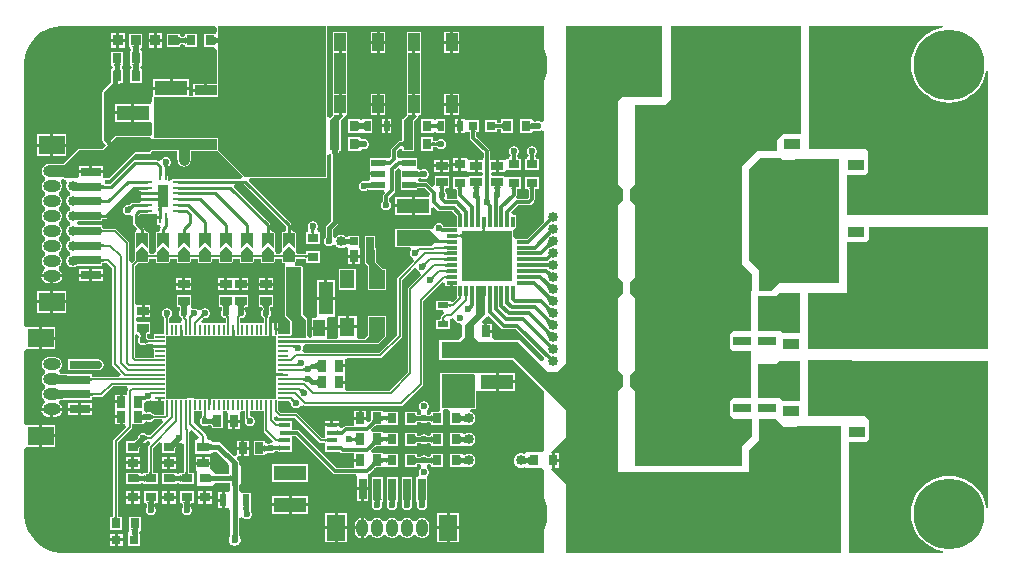
<source format=gtl>
G04*
G04 #@! TF.GenerationSoftware,Altium Limited,Altium Designer,21.0.8 (223)*
G04*
G04 Layer_Physical_Order=1*
G04 Layer_Color=255*
%FSLAX25Y25*%
%MOIN*%
G70*
G04*
G04 #@! TF.SameCoordinates,B676E1CA-0217-40F3-8002-BB03906CADE6*
G04*
G04*
G04 #@! TF.FilePolarity,Positive*
G04*
G01*
G75*
%ADD11C,0.00787*%
%ADD12C,0.00984*%
%ADD15C,0.01181*%
%ADD17R,0.02756X0.07087*%
%ADD18R,0.06299X0.08661*%
%ADD19R,0.08661X0.06299*%
%ADD20R,0.07087X0.02756*%
%ADD21R,0.03150X0.03150*%
%ADD22R,0.03937X0.06102*%
%ADD23R,0.03150X0.03740*%
%ADD24C,0.03937*%
%ADD25R,0.05709X0.03347*%
%ADD26R,0.04134X0.03347*%
%ADD27R,0.14764X0.18504*%
%ADD28R,0.05118X0.11102*%
%ADD29R,0.03071X0.03858*%
%ADD30R,0.03701X0.02126*%
%ADD31R,0.11102X0.05118*%
%ADD32R,0.03858X0.03071*%
%ADD33C,0.01181*%
%ADD34R,0.04016X0.05787*%
%ADD35R,0.05886X0.11614*%
%ADD36R,0.05886X0.02756*%
G04:AMPARAMS|DCode=37|XSize=236.22mil|YSize=236.22mil|CornerRadius=11.81mil|HoleSize=0mil|Usage=FLASHONLY|Rotation=0.000|XOffset=0mil|YOffset=0mil|HoleType=Round|Shape=RoundedRectangle|*
%AMROUNDEDRECTD37*
21,1,0.23622,0.21260,0,0,0.0*
21,1,0.21260,0.23622,0,0,0.0*
1,1,0.02362,0.10630,-0.10630*
1,1,0.02362,-0.10630,-0.10630*
1,1,0.02362,-0.10630,0.10630*
1,1,0.02362,0.10630,0.10630*
%
%ADD37ROUNDEDRECTD37*%
%ADD38R,0.02362X0.04331*%
G04:AMPARAMS|DCode=39|XSize=314.96mil|YSize=236.22mil|CornerRadius=11.81mil|HoleSize=0mil|Usage=FLASHONLY|Rotation=180.000|XOffset=0mil|YOffset=0mil|HoleType=Round|Shape=RoundedRectangle|*
%AMROUNDEDRECTD39*
21,1,0.31496,0.21260,0,0,180.0*
21,1,0.29134,0.23622,0,0,180.0*
1,1,0.02362,-0.14567,0.10630*
1,1,0.02362,0.14567,0.10630*
1,1,0.02362,0.14567,-0.10630*
1,1,0.02362,-0.14567,-0.10630*
%
%ADD39ROUNDEDRECTD39*%
%ADD40R,0.04528X0.02362*%
%ADD41R,0.03543X0.07480*%
%ADD42R,0.00945X0.03543*%
%ADD43R,0.03543X0.00945*%
%ADD44R,0.02126X0.03701*%
%ADD45R,0.01181X0.03543*%
%ADD46R,0.03543X0.01181*%
%ADD47R,0.16732X0.16732*%
%ADD48R,0.03740X0.01772*%
%ADD49R,0.03740X0.03150*%
%ADD50R,0.35827X0.20079*%
%ADD51R,0.00787X0.03347*%
%ADD52R,0.03347X0.00787*%
%ADD53R,0.07480X0.12598*%
%ADD54R,0.07480X0.03543*%
%ADD55R,0.02559X0.02756*%
%ADD56R,0.05787X0.04016*%
%ADD57R,0.03543X0.03740*%
%ADD58R,0.03701X0.03150*%
%ADD59R,0.05118X0.06299*%
%ADD107C,0.02362*%
%ADD109C,0.01575*%
%ADD110C,0.02756*%
%ADD111C,0.00945*%
%ADD112C,0.03543*%
%ADD113O,0.05906X0.03937*%
%ADD114O,0.03937X0.05906*%
%ADD115C,0.03347*%
%ADD116C,0.23622*%
G36*
X101500Y176363D02*
X101500Y126000D01*
X74500Y126000D01*
X65445Y135055D01*
Y138496D01*
X65412Y138896D01*
X65412Y139000D01*
X64961Y139000D01*
X44000D01*
Y152641D01*
X64921Y152641D01*
X65390Y152641D01*
X65412Y152663D01*
X65412Y153131D01*
Y157006D01*
X65412D01*
X65394Y157025D01*
X65406Y170697D01*
X65220Y170681D01*
X64984Y170642D01*
X64779Y170587D01*
X64606Y170516D01*
X64464Y170429D01*
X64354Y170327D01*
X64275Y170209D01*
X64228Y170075D01*
X64212Y169925D01*
Y173075D01*
X64228Y172925D01*
X64275Y172791D01*
X64354Y172673D01*
X64464Y172571D01*
X64606Y172484D01*
X64779Y172413D01*
X64984Y172358D01*
X65220Y172319D01*
X65407Y172302D01*
X65411Y176363D01*
X101500D01*
D02*
G37*
G36*
X33266Y163626D02*
X33134Y163579D01*
X33018Y163500D01*
X32917Y163390D01*
X32832Y163248D01*
X32762Y163075D01*
X32708Y162870D01*
X32669Y162634D01*
X32657Y162500D01*
X32669Y162366D01*
X32708Y162130D01*
X32762Y161925D01*
X32832Y161752D01*
X32917Y161610D01*
X33018Y161500D01*
X33134Y161421D01*
X33266Y161374D01*
X33413Y161358D01*
X30288D01*
X30435Y161374D01*
X30567Y161421D01*
X30683Y161500D01*
X30784Y161610D01*
X30869Y161752D01*
X30939Y161925D01*
X30993Y162130D01*
X31032Y162366D01*
X31044Y162500D01*
X31032Y162634D01*
X30993Y162870D01*
X30939Y163075D01*
X30869Y163248D01*
X30784Y163390D01*
X30683Y163500D01*
X30567Y163579D01*
X30435Y163626D01*
X30288Y163642D01*
X33413D01*
X33266Y163626D01*
D02*
G37*
G36*
X64296Y176363D02*
X65003Y175655D01*
X65002Y174614D01*
X64624Y173770D01*
X60675D01*
Y169230D01*
X63997D01*
X64996Y168384D01*
X64986Y157106D01*
X61772D01*
Y154835D01*
X61272D01*
Y154335D01*
X57032D01*
Y153049D01*
X55877D01*
Y155131D01*
X49826D01*
X43775D01*
Y152971D01*
X43712Y152929D01*
X43623Y152797D01*
X43592Y152641D01*
Y151189D01*
X43051Y150413D01*
X42592Y150413D01*
X37500D01*
Y147354D01*
Y144295D01*
X42592D01*
X43051Y144295D01*
X43592Y143519D01*
Y140339D01*
X43196Y139885D01*
X42979Y139785D01*
X42592Y139683D01*
X42552Y139691D01*
X42551Y139691D01*
X42551Y139691D01*
X31449D01*
X31293Y139660D01*
X31210Y139605D01*
X31049D01*
Y139382D01*
X29930Y138263D01*
X29198Y138996D01*
Y153504D01*
X31910Y156216D01*
X31910Y156216D01*
X32100Y156464D01*
X32220Y156753D01*
X32261Y157063D01*
X33231Y157230D01*
X33825D01*
Y161770D01*
X33821D01*
X33368Y162500D01*
X33821Y163230D01*
X33825D01*
Y167770D01*
X29876D01*
Y163230D01*
X29879D01*
X30333Y162500D01*
X29879Y161770D01*
X29876D01*
Y158791D01*
X29865Y158713D01*
X29865Y158712D01*
Y157559D01*
X27153Y154847D01*
X26963Y154599D01*
X26843Y154310D01*
X26802Y154000D01*
X26802Y154000D01*
Y138500D01*
X26802Y138500D01*
X26843Y138190D01*
X26963Y137901D01*
X27153Y137653D01*
X28237Y136569D01*
X27075Y135408D01*
X19000D01*
X18844Y135377D01*
X18712Y135288D01*
X13800Y130376D01*
X11021D01*
X10984Y130380D01*
X9016D01*
X8551Y130334D01*
X8105Y130199D01*
X7694Y129979D01*
X7333Y129683D01*
X7037Y129322D01*
X6817Y128911D01*
X6681Y128464D01*
X6636Y128000D01*
X6681Y127536D01*
X6817Y127089D01*
X7037Y126678D01*
X7333Y126317D01*
X7626Y126077D01*
X7694Y125632D01*
Y125368D01*
X7626Y124923D01*
X7333Y124683D01*
X7037Y124322D01*
X6817Y123911D01*
X6681Y123464D01*
X6636Y123000D01*
X6681Y122536D01*
X6817Y122089D01*
X7037Y121678D01*
X7333Y121317D01*
X7626Y121077D01*
X7694Y120632D01*
Y120368D01*
X7626Y119923D01*
X7333Y119683D01*
X7037Y119322D01*
X6817Y118911D01*
X6681Y118464D01*
X6636Y118000D01*
X6681Y117536D01*
X6817Y117089D01*
X7037Y116678D01*
X7333Y116317D01*
X7626Y116077D01*
X7694Y115632D01*
Y115368D01*
X7626Y114923D01*
X7333Y114683D01*
X7037Y114322D01*
X6817Y113911D01*
X6681Y113464D01*
X6636Y113000D01*
X6681Y112536D01*
X6817Y112089D01*
X7037Y111678D01*
X7333Y111317D01*
X7626Y111077D01*
X7694Y110632D01*
Y110368D01*
X7626Y109923D01*
X7333Y109683D01*
X7037Y109322D01*
X6817Y108911D01*
X6681Y108464D01*
X6636Y108000D01*
X6681Y107536D01*
X6817Y107089D01*
X7037Y106678D01*
X7333Y106317D01*
X7626Y106077D01*
X7694Y105632D01*
Y105368D01*
X7626Y104923D01*
X7333Y104683D01*
X7037Y104322D01*
X6817Y103911D01*
X6681Y103464D01*
X6636Y103000D01*
X6681Y102536D01*
X6817Y102089D01*
X7037Y101678D01*
X7333Y101317D01*
X7626Y101077D01*
X7694Y100632D01*
Y100368D01*
X7626Y99923D01*
X7333Y99683D01*
X7037Y99322D01*
X6817Y98911D01*
X6681Y98464D01*
X6636Y98000D01*
X6681Y97536D01*
X6817Y97089D01*
X7037Y96678D01*
X7333Y96317D01*
X7542Y96145D01*
X7609Y95478D01*
X7530Y94974D01*
X7262Y94754D01*
X6953Y94378D01*
X6724Y93949D01*
X6588Y93500D01*
X10000D01*
X13412D01*
X13276Y93949D01*
X13047Y94378D01*
X12738Y94754D01*
X12470Y94974D01*
X12391Y95478D01*
X12458Y96145D01*
X12667Y96317D01*
X12963Y96678D01*
X13183Y97089D01*
X13318Y97536D01*
X13364Y98000D01*
X13318Y98464D01*
X13183Y98911D01*
X12963Y99322D01*
X12667Y99683D01*
X12374Y99923D01*
X12307Y100368D01*
Y100632D01*
X12374Y101077D01*
X12667Y101317D01*
X12963Y101678D01*
X13183Y102089D01*
X13318Y102536D01*
X13364Y103000D01*
X13318Y103464D01*
X13183Y103911D01*
X12963Y104322D01*
X12667Y104683D01*
X12374Y104923D01*
X12307Y105368D01*
Y105632D01*
X12374Y106077D01*
X12667Y106317D01*
X12963Y106678D01*
X13183Y107089D01*
X13318Y107536D01*
X13364Y108000D01*
X13318Y108464D01*
X13183Y108911D01*
X12963Y109322D01*
X12667Y109683D01*
X12374Y109923D01*
X12307Y110368D01*
Y110632D01*
X12374Y111077D01*
X12667Y111317D01*
X12963Y111678D01*
X13183Y112089D01*
X13318Y112536D01*
X13364Y113000D01*
X13318Y113464D01*
X13183Y113911D01*
X12963Y114322D01*
X12667Y114683D01*
X12374Y114923D01*
X12307Y115368D01*
Y115632D01*
X12374Y116077D01*
X12667Y116317D01*
X12963Y116678D01*
X13183Y117089D01*
X13318Y117536D01*
X13364Y118000D01*
X13318Y118464D01*
X13183Y118911D01*
X12963Y119322D01*
X12667Y119683D01*
X12374Y119923D01*
X12307Y120368D01*
Y120632D01*
X12374Y121077D01*
X12667Y121317D01*
X12963Y121678D01*
X13183Y122089D01*
X13318Y122536D01*
X13364Y123000D01*
X13318Y123464D01*
X13183Y123911D01*
X12963Y124322D01*
X13352Y125331D01*
X14014Y125409D01*
X14212Y125212D01*
X14344Y125123D01*
X14500Y125092D01*
X14500Y125092D01*
X14605D01*
X14834Y124827D01*
X15121Y124092D01*
X14975Y123839D01*
X14827Y123286D01*
Y122714D01*
X14975Y122161D01*
X15261Y121666D01*
X15666Y121261D01*
X16060Y121033D01*
X16138Y120500D01*
X16060Y119967D01*
X15666Y119739D01*
X15261Y119334D01*
X14975Y118839D01*
X14827Y118286D01*
Y117714D01*
X14975Y117161D01*
X15261Y116666D01*
X15666Y116261D01*
X16060Y116033D01*
X16138Y115500D01*
X16060Y114967D01*
X15666Y114739D01*
X15261Y114334D01*
X14975Y113839D01*
X14827Y113286D01*
Y112714D01*
X14975Y112161D01*
X15261Y111666D01*
X15666Y111261D01*
X16060Y111033D01*
X16138Y110500D01*
X16060Y109967D01*
X15666Y109739D01*
X15261Y109334D01*
X14975Y108839D01*
X14827Y108286D01*
Y107714D01*
X14975Y107161D01*
X15261Y106666D01*
X15666Y106261D01*
X16060Y106033D01*
X16138Y105500D01*
X16060Y104967D01*
X15666Y104739D01*
X15261Y104334D01*
X14975Y103839D01*
X14827Y103286D01*
Y102714D01*
X14975Y102161D01*
X15261Y101666D01*
X15666Y101261D01*
X16060Y101033D01*
X16138Y100500D01*
X16060Y99967D01*
X15666Y99739D01*
X15261Y99334D01*
X14975Y98839D01*
X14827Y98286D01*
Y97714D01*
X14975Y97161D01*
X15261Y96666D01*
X15666Y96261D01*
X16161Y95975D01*
X16714Y95827D01*
X17286D01*
X17839Y95975D01*
X18334Y96261D01*
X18477Y96404D01*
X22992D01*
X23109Y96419D01*
X26935D01*
Y97354D01*
X26989Y97369D01*
X27074Y97382D01*
X27133Y97388D01*
X28468D01*
X30191Y95665D01*
Y63500D01*
X30191Y63500D01*
X30252Y63190D01*
X30428Y62928D01*
X32983Y60372D01*
X32569Y59372D01*
X23484D01*
X23424Y59377D01*
X23339Y59391D01*
X23286Y59405D01*
Y60239D01*
X19459D01*
X19342Y60254D01*
X14676D01*
X14193Y60261D01*
X13392Y60304D01*
X12843Y60368D01*
X12638Y60647D01*
X12361Y61187D01*
X12315Y61369D01*
X12374Y61577D01*
X12667Y61817D01*
X12963Y62178D01*
X13183Y62589D01*
X13318Y63036D01*
X13364Y63500D01*
X13318Y63964D01*
X13183Y64411D01*
X12963Y64822D01*
X12667Y65183D01*
X12307Y65479D01*
X11895Y65699D01*
X11449Y65834D01*
X10984Y65880D01*
X9016D01*
X8551Y65834D01*
X8105Y65699D01*
X7694Y65479D01*
X7333Y65183D01*
X7037Y64822D01*
X6817Y64411D01*
X6681Y63964D01*
X6636Y63500D01*
X6681Y63036D01*
X6817Y62589D01*
X7037Y62178D01*
X7333Y61817D01*
X7626Y61577D01*
X7694Y61132D01*
Y60868D01*
X7626Y60423D01*
X7333Y60183D01*
X7037Y59822D01*
X6817Y59411D01*
X6681Y58964D01*
X6636Y58500D01*
X6681Y58036D01*
X6817Y57589D01*
X7037Y57178D01*
X7333Y56817D01*
X7626Y56577D01*
X7694Y56132D01*
Y55868D01*
X7626Y55423D01*
X7333Y55183D01*
X7037Y54822D01*
X6817Y54411D01*
X6681Y53964D01*
X6636Y53500D01*
X6681Y53036D01*
X6817Y52589D01*
X7037Y52178D01*
X7333Y51817D01*
X7542Y51645D01*
X7609Y50978D01*
X7530Y50474D01*
X7262Y50254D01*
X6953Y49878D01*
X6724Y49449D01*
X6588Y49000D01*
X10000D01*
X13412D01*
X13276Y49449D01*
X13047Y49878D01*
X12738Y50254D01*
X12470Y50474D01*
X12423Y50590D01*
X12398Y50677D01*
X12567Y51109D01*
X12886Y51631D01*
X14613Y51746D01*
X19342D01*
X19459Y51761D01*
X23286D01*
Y52697D01*
X23339Y52711D01*
X23424Y52725D01*
X23484Y52730D01*
X26539D01*
X26539Y52730D01*
X26849Y52792D01*
X27112Y52967D01*
X30323Y56179D01*
X35112D01*
X35245Y56059D01*
X35508Y55152D01*
X35428Y55072D01*
X35252Y54810D01*
X35191Y54500D01*
X35191Y54500D01*
Y53429D01*
X33744D01*
Y51000D01*
X33244D01*
Y50500D01*
X31209D01*
Y48571D01*
X31209D01*
Y48429D01*
X31209D01*
Y46500D01*
X33244D01*
Y46000D01*
X33744D01*
Y43571D01*
X34553D01*
X34926Y42571D01*
X30778Y38423D01*
X30603Y38160D01*
X30541Y37850D01*
X30541Y37850D01*
Y12968D01*
X30536Y12909D01*
X30522Y12823D01*
X30508Y12770D01*
X29376D01*
Y8230D01*
X33325D01*
Y12770D01*
X32193D01*
X32179Y12823D01*
X32165Y12909D01*
X32160Y12968D01*
Y37515D01*
X36572Y41928D01*
X36748Y42190D01*
X36809Y42500D01*
Y42676D01*
X36821Y43671D01*
X40691D01*
Y44017D01*
X41021Y44288D01*
X41647Y44552D01*
X41851Y44434D01*
X42279Y44319D01*
X42721D01*
X43149Y44434D01*
X43532Y44655D01*
X43845Y44968D01*
X43924Y45104D01*
X43966Y45125D01*
X44033Y45151D01*
X44101Y45171D01*
X44104Y45172D01*
X44385Y45191D01*
X46632D01*
X47046Y44191D01*
X42844Y39988D01*
X41845Y40032D01*
X41532Y40345D01*
X41149Y40567D01*
X40721Y40681D01*
X40279D01*
X39851Y40567D01*
X39468Y40345D01*
X39155Y40032D01*
X38934Y39649D01*
X38819Y39221D01*
Y39042D01*
X38621Y38822D01*
X38152Y38385D01*
X37889Y38173D01*
X37655Y38009D01*
X37596Y37975D01*
X34750D01*
Y34025D01*
X39250D01*
Y35716D01*
X39350Y35901D01*
X39521Y36159D01*
X40402Y37201D01*
X40486Y37288D01*
X40519Y37319D01*
X40721D01*
X41149Y37433D01*
X41532Y37655D01*
X41721Y37844D01*
X42284Y37843D01*
X42623Y37262D01*
X42658Y36803D01*
X42428Y36572D01*
X42252Y36310D01*
X42191Y36000D01*
X42191Y36000D01*
Y27673D01*
X42186Y27613D01*
X42172Y27528D01*
X42158Y27475D01*
X40730D01*
Y27471D01*
X40000Y27017D01*
X39270Y27471D01*
Y27475D01*
X34730D01*
Y23525D01*
X39270D01*
Y23529D01*
X40000Y23983D01*
X40730Y23529D01*
Y23525D01*
X45270D01*
Y27475D01*
X43843D01*
X43828Y27528D01*
X43814Y27613D01*
X43809Y27673D01*
Y35665D01*
X45750Y37605D01*
X46750Y37191D01*
Y34025D01*
X51250D01*
Y35716D01*
X51350Y35901D01*
X51521Y36159D01*
X52402Y37201D01*
X52486Y37288D01*
X52519Y37319D01*
X52721D01*
X53149Y37433D01*
X53191Y37458D01*
X54085Y37044D01*
X54191Y36928D01*
Y27676D01*
X54186Y27618D01*
X54172Y27535D01*
X54156Y27477D01*
X54155Y27475D01*
X52730D01*
Y27471D01*
X52000Y27017D01*
X51270Y27471D01*
Y27475D01*
X46730D01*
Y23525D01*
X51270D01*
Y23529D01*
X52000Y23983D01*
X52730Y23529D01*
Y23525D01*
X57270D01*
Y27475D01*
X55845D01*
X55844Y27477D01*
X55828Y27535D01*
X55814Y27618D01*
X55809Y27676D01*
Y41092D01*
X56805Y41510D01*
X58992Y39323D01*
X58578Y38323D01*
X57784D01*
Y33677D01*
X62217D01*
X62400Y33677D01*
X62417Y33674D01*
X63217Y33677D01*
Y33934D01*
X64180Y34412D01*
X64842D01*
X68635Y30619D01*
X69032Y29783D01*
X69028Y28984D01*
X69032Y28967D01*
Y27183D01*
X69014Y27176D01*
X68894Y27144D01*
X68725Y27116D01*
X68511Y27097D01*
X68235Y27090D01*
X68228Y27088D01*
X64618D01*
X63657Y27564D01*
X63657Y27862D01*
X62929Y28518D01*
X62929Y28826D01*
Y29988D01*
X60500D01*
X58071D01*
Y28750D01*
X58071Y28453D01*
X58342Y27565D01*
Y27453D01*
Y23138D01*
X62657D01*
X62841Y23138D01*
X62858Y23134D01*
X63657Y23138D01*
Y23436D01*
X64618Y23912D01*
X68238D01*
X68246Y23910D01*
X69032Y23900D01*
Y23878D01*
X69365D01*
X69406Y23364D01*
X69410Y23092D01*
X69412Y23084D01*
Y21640D01*
X68941Y20835D01*
X68412Y20835D01*
X67760D01*
Y18169D01*
Y15504D01*
X68941D01*
X69412Y14699D01*
Y6600D01*
X69410Y6591D01*
X69409Y6465D01*
X69402Y6170D01*
X69166Y5760D01*
X69032Y5259D01*
Y4741D01*
X69166Y4240D01*
X69425Y3791D01*
X69791Y3425D01*
X70240Y3166D01*
X70741Y3032D01*
X71259D01*
X71760Y3166D01*
X72209Y3425D01*
X72575Y3791D01*
X72834Y4240D01*
X72969Y4741D01*
Y5259D01*
X72834Y5760D01*
X72615Y6140D01*
X72589Y6631D01*
X72588Y6634D01*
Y12315D01*
X73588Y12583D01*
X73655Y12468D01*
X73968Y12155D01*
X74351Y11934D01*
X74779Y11819D01*
X75221D01*
X75649Y11934D01*
X76032Y12155D01*
X76345Y12468D01*
X76566Y12851D01*
X76681Y13279D01*
Y13721D01*
X76566Y14149D01*
X76345Y14532D01*
X76274Y14604D01*
X76321Y15604D01*
X76321D01*
Y20735D01*
X73588D01*
X73159Y20735D01*
X72588Y21498D01*
Y22894D01*
X72969Y23878D01*
X72972Y24677D01*
X72969Y24695D01*
X72969Y24878D01*
Y28784D01*
X72969Y28967D01*
X72972Y28984D01*
X72969Y29783D01*
X72633D01*
X72594Y30251D01*
X72590Y30511D01*
X72582Y30550D01*
X72534Y30911D01*
X72376Y31294D01*
X72123Y31623D01*
X71652Y32094D01*
X72090Y33071D01*
X72551Y33071D01*
X73244D01*
Y35000D01*
X71709D01*
Y33982D01*
X71709Y33452D01*
X70732Y33014D01*
X66623Y37123D01*
X66294Y37376D01*
X65911Y37534D01*
X65500Y37588D01*
X64180D01*
X63217Y38066D01*
X63217Y38323D01*
X62417Y38326D01*
X61691Y38960D01*
Y39500D01*
X61651Y39808D01*
X61532Y40096D01*
X61342Y40342D01*
X57455Y44230D01*
Y47828D01*
X60179D01*
Y46205D01*
X60174Y46167D01*
X60160Y46096D01*
X60139Y46027D01*
X60113Y45959D01*
X60093Y45917D01*
X59968Y45845D01*
X59655Y45532D01*
X59434Y45149D01*
X59319Y44721D01*
Y44279D01*
X59434Y43851D01*
X59655Y43468D01*
X59968Y43155D01*
X60351Y42933D01*
X60779Y42819D01*
X61221D01*
X61649Y42933D01*
X62032Y43155D01*
X62159Y43281D01*
X62436Y43296D01*
X62661Y43276D01*
X62862Y43243D01*
X63023Y43200D01*
X63142Y43151D01*
X63221Y43102D01*
X63266Y43061D01*
X63290Y43025D01*
X63304Y42984D01*
X63309Y42943D01*
Y42171D01*
X67180D01*
Y46829D01*
X67180D01*
X67181Y47828D01*
X68477D01*
X68721Y46929D01*
X68721Y46828D01*
Y45000D01*
X70756D01*
X72791D01*
Y46828D01*
X72791Y46929D01*
X73035Y47828D01*
X74352D01*
Y45749D01*
X74352Y45749D01*
X74414Y45439D01*
X74514Y45289D01*
X74433Y45149D01*
X74319Y44721D01*
Y44279D01*
X74433Y43851D01*
X74655Y43468D01*
X74968Y43155D01*
X75351Y42933D01*
X75779Y42819D01*
X76221D01*
X76649Y42933D01*
X77032Y43155D01*
X77345Y43468D01*
X77566Y43851D01*
X77681Y44279D01*
Y44721D01*
X77566Y45149D01*
X77345Y45532D01*
X77032Y45845D01*
X76649Y46066D01*
X76221Y46181D01*
X75971D01*
Y47828D01*
X80651D01*
Y41539D01*
X80651Y41539D01*
X80713Y41230D01*
X80888Y40967D01*
X83792Y38063D01*
X83275Y37167D01*
X83221Y37181D01*
X82779D01*
X82351Y37067D01*
X82147Y36948D01*
X81521Y37212D01*
X81191Y37483D01*
Y37829D01*
X77320D01*
Y33171D01*
X81191D01*
Y33517D01*
X81521Y33788D01*
X82147Y34052D01*
X82351Y33933D01*
X82779Y33819D01*
X83221D01*
X83649Y33933D01*
X84032Y34155D01*
X84345Y34468D01*
X84437Y34626D01*
X84449Y34629D01*
X84514Y34642D01*
X84545Y34645D01*
X85529Y34495D01*
Y34376D01*
X90069D01*
Y36935D01*
Y39726D01*
X90138Y39739D01*
X90521Y39770D01*
X91302D01*
X103786Y27286D01*
X104113Y27067D01*
X104500Y26990D01*
X111594D01*
X111779Y26067D01*
X111779Y25990D01*
Y22524D01*
X113657D01*
X115535D01*
Y26032D01*
X115535Y26067D01*
X115560Y27057D01*
X115611Y27067D01*
X115939Y27286D01*
X117320Y28667D01*
X117542Y28873D01*
X117728Y29022D01*
X117894Y29138D01*
X117952Y29171D01*
X120266D01*
Y29171D01*
X120817Y29393D01*
X121376Y29230D01*
Y29230D01*
X125325D01*
Y33770D01*
X121376D01*
Y33770D01*
X120816Y33607D01*
X120266Y33829D01*
Y33829D01*
X116896D01*
X116482Y34829D01*
X117320Y35667D01*
X117542Y35873D01*
X117728Y36022D01*
X117894Y36138D01*
X117952Y36171D01*
X120266D01*
Y36171D01*
X120817Y36393D01*
X121376Y36230D01*
Y36230D01*
X125325D01*
Y40770D01*
X121376D01*
Y40770D01*
X120816Y40607D01*
X120266Y40829D01*
Y40829D01*
X116896D01*
X116482Y41829D01*
X117320Y42667D01*
X117542Y42873D01*
X117728Y43022D01*
X117894Y43138D01*
X117952Y43171D01*
X120266D01*
Y43171D01*
X120817Y43393D01*
X121376Y43230D01*
Y43230D01*
X125325D01*
Y47770D01*
X121376D01*
Y47770D01*
X120816Y47607D01*
X120266Y47829D01*
Y47829D01*
X116395D01*
Y44824D01*
X115770Y44269D01*
X114854Y44656D01*
Y45000D01*
X112819D01*
X110784D01*
X110783Y43071D01*
X109809Y43010D01*
X108000D01*
X107614Y42933D01*
X107286Y42714D01*
X106720Y42149D01*
X105720Y42563D01*
Y42839D01*
X103350D01*
X100980D01*
Y41953D01*
X101080D01*
Y39113D01*
X100080Y39064D01*
X92072Y47072D01*
X91810Y47248D01*
X91500Y47309D01*
X91500Y47309D01*
X86335D01*
X85419Y48225D01*
Y49902D01*
X85404Y49980D01*
Y51470D01*
X86894D01*
X86972Y51455D01*
X89141D01*
X89819Y50721D01*
Y50279D01*
X89934Y49851D01*
X90155Y49468D01*
X90468Y49155D01*
X90851Y48934D01*
X91279Y48819D01*
X91721D01*
X92149Y48934D01*
X92532Y49155D01*
X92845Y49468D01*
X92892Y49549D01*
X93585Y49803D01*
X93733Y49829D01*
X94093Y49817D01*
X94190Y49752D01*
X94500Y49691D01*
X94500Y49691D01*
X126500D01*
X126500Y49691D01*
X126810Y49752D01*
X127072Y49928D01*
X133572Y56428D01*
X133572Y56428D01*
X133748Y56690D01*
X133809Y57000D01*
X133809Y57000D01*
Y84665D01*
X140114Y90970D01*
X141114Y90556D01*
Y89551D01*
X142886D01*
Y90642D01*
X143886D01*
Y89551D01*
X144867D01*
X145151Y89551D01*
X145151Y89267D01*
Y85796D01*
X143750Y84395D01*
X142750Y84613D01*
Y84613D01*
X138250D01*
Y81687D01*
X140437D01*
X140556Y81521D01*
X140928Y80572D01*
X140928Y80572D01*
X139928Y79572D01*
X139752Y79310D01*
X139691Y79000D01*
X139038Y78313D01*
X138250D01*
Y75387D01*
X142750D01*
Y78246D01*
X142816Y78494D01*
X143201Y78760D01*
X143393Y78824D01*
X144433Y78351D01*
X144655Y77968D01*
X144968Y77655D01*
X145351Y77434D01*
X145779Y77319D01*
X145964D01*
X146247Y77289D01*
X146921Y76507D01*
X146906Y76429D01*
Y72903D01*
X145719Y71716D01*
X139949D01*
X139871Y71701D01*
X139161D01*
Y70991D01*
X139146Y70913D01*
Y65795D01*
X139161Y65718D01*
Y65008D01*
X139871D01*
X139949Y64992D01*
X163719D01*
X174000Y54711D01*
Y34671D01*
X173213Y34157D01*
X173000Y34157D01*
X168488D01*
Y34157D01*
X167488Y33754D01*
X167218Y33866D01*
X166742Y33961D01*
X166258D01*
X165782Y33866D01*
X165334Y33681D01*
X164931Y33411D01*
X164589Y33069D01*
X164319Y32666D01*
X164134Y32218D01*
X164039Y31742D01*
Y31258D01*
X164134Y30782D01*
X164319Y30334D01*
X164589Y29931D01*
X164931Y29589D01*
X165334Y29319D01*
X165782Y29134D01*
X166258Y29039D01*
X166742D01*
X167218Y29134D01*
X167488Y29246D01*
X168488Y28842D01*
Y28842D01*
X173000D01*
X173213Y28842D01*
X174000Y28329D01*
Y803D01*
X12929D01*
X11242Y1025D01*
X9599Y1465D01*
X8028Y2116D01*
X6555Y2967D01*
X5205Y4002D01*
X4002Y5205D01*
X2967Y6555D01*
X2116Y8028D01*
X1465Y9599D01*
X1025Y11242D01*
X803Y12929D01*
Y13780D01*
Y35427D01*
X1803Y36110D01*
X5850D01*
Y39760D01*
Y43409D01*
X1803D01*
X1520Y43409D01*
X803Y44093D01*
Y67907D01*
X1803Y68591D01*
X5850D01*
Y72240D01*
Y75890D01*
X1803D01*
X1520Y75890D01*
X803Y76573D01*
X803Y163386D01*
X803Y164236D01*
X1025Y165923D01*
X1465Y167566D01*
X2116Y169138D01*
X2967Y170611D01*
X4002Y171960D01*
X5205Y173163D01*
X6555Y174199D01*
X8028Y175049D01*
X9599Y175700D01*
X11242Y176140D01*
X12929Y176363D01*
X13780D01*
X64296D01*
D02*
G37*
G36*
X259764Y140327D02*
X254055D01*
X251894Y138165D01*
Y134681D01*
X245181D01*
X240000Y129500D01*
X240000Y97000D01*
X243319Y93681D01*
X243319Y88106D01*
X243151Y87939D01*
X243152Y74693D01*
X237266Y74693D01*
X236000Y73427D01*
Y71214D01*
X236000Y69000D01*
X237000Y68000D01*
X243151D01*
X243152Y52193D01*
X237266Y52193D01*
X236000Y50927D01*
Y48996D01*
X236000Y46500D01*
X237106Y45394D01*
X243319D01*
X243319Y39606D01*
X240000Y36288D01*
X240000Y29500D01*
X204295Y29500D01*
X204295Y54551D01*
X202720Y56126D01*
Y59929D01*
X202776D01*
X204295Y61449D01*
Y85551D01*
X202720Y87126D01*
Y90929D01*
X202776D01*
X204295Y92449D01*
Y116551D01*
X202720Y118126D01*
Y121929D01*
X202776D01*
X204295Y123449D01*
X204295Y150000D01*
X214500Y150000D01*
X216499Y151999D01*
X216505Y176311D01*
X259764Y176311D01*
X259764Y140327D01*
D02*
G37*
G36*
X174000Y176363D02*
Y144792D01*
X173032Y144345D01*
X172649Y144567D01*
X172221Y144681D01*
X171779D01*
X171351Y144567D01*
X171064Y144401D01*
X171044Y144404D01*
X170641Y144561D01*
X170125Y144902D01*
X170124Y144903D01*
Y145270D01*
X166175D01*
Y140730D01*
X170124D01*
Y141096D01*
X170642Y141439D01*
X171044Y141596D01*
X171064Y141599D01*
X171351Y141434D01*
X171779Y141319D01*
X172221D01*
X172649Y141434D01*
X173032Y141655D01*
X174000Y141208D01*
Y110928D01*
X168503Y105431D01*
X166614D01*
X166517Y105412D01*
X164443Y105412D01*
X163866Y106173D01*
X163866Y108366D01*
X164627Y108942D01*
X164849D01*
Y108949D01*
Y113286D01*
X163628D01*
X163214Y114286D01*
X165418Y116490D01*
X169000D01*
X169386Y116567D01*
X169714Y116786D01*
X170714Y117786D01*
X170933Y118114D01*
X171010Y118500D01*
Y121377D01*
X171019Y121480D01*
X171043Y121622D01*
X171072Y121732D01*
X171103Y121808D01*
X171130Y121851D01*
X171146Y121869D01*
X171152Y121873D01*
X171159Y121875D01*
X171163Y121876D01*
X172270D01*
Y125825D01*
X167730D01*
Y121876D01*
X168837D01*
X168841Y121875D01*
X168848Y121873D01*
X168854Y121869D01*
X168870Y121851D01*
X168897Y121808D01*
X168928Y121732D01*
X168957Y121622D01*
X168981Y121480D01*
X168990Y121377D01*
Y118918D01*
X168582Y118510D01*
X165352D01*
X165060Y118865D01*
X164877Y119282D01*
X164846Y119483D01*
X164933Y119614D01*
X165010Y120000D01*
Y121377D01*
X165019Y121480D01*
X165043Y121622D01*
X165072Y121732D01*
X165103Y121808D01*
X165130Y121851D01*
X165146Y121869D01*
X165152Y121873D01*
X165159Y121875D01*
X165163Y121876D01*
X166270D01*
Y125825D01*
X161730D01*
Y125825D01*
X160829Y126065D01*
Y126180D01*
X156805D01*
X156323Y127132D01*
X156674Y127720D01*
X158000D01*
Y129756D01*
Y131791D01*
X156071Y131791D01*
X156010Y132766D01*
Y134500D01*
X155933Y134887D01*
X155714Y135214D01*
X151510Y139418D01*
Y140527D01*
X151519Y140630D01*
X151543Y140772D01*
X151572Y140881D01*
X151603Y140957D01*
X151630Y141001D01*
X151646Y141018D01*
X151652Y141022D01*
X151659Y141025D01*
X151663Y141025D01*
X152522D01*
Y144975D01*
X148613D01*
X148572Y144975D01*
X147613Y145072D01*
Y145350D01*
X146550D01*
Y143000D01*
Y140650D01*
X147613D01*
Y140928D01*
X148572Y141025D01*
X148613Y141025D01*
X149337D01*
X149341Y141025D01*
X149348Y141022D01*
X149354Y141018D01*
X149370Y141001D01*
X149397Y140957D01*
X149428Y140881D01*
X149457Y140772D01*
X149481Y140630D01*
X149490Y140527D01*
Y139000D01*
X149567Y138613D01*
X149786Y138286D01*
X153990Y134082D01*
Y132766D01*
X153929Y131791D01*
X152990Y131791D01*
X152000D01*
Y129756D01*
Y127720D01*
X153326Y127720D01*
X153677Y127132D01*
X153196Y126180D01*
X149171D01*
Y126065D01*
X148270Y125825D01*
Y125825D01*
X143730D01*
Y121876D01*
X144857D01*
X144869Y121863D01*
X144896Y121818D01*
X144927Y121740D01*
X144957Y121629D01*
X144981Y121485D01*
X144990Y121380D01*
Y120000D01*
X145067Y119614D01*
X145154Y119483D01*
X145123Y119282D01*
X144940Y118865D01*
X144648Y118510D01*
X142236D01*
X141861Y118980D01*
X141609Y119510D01*
X141681Y119779D01*
Y120221D01*
X141567Y120649D01*
X141345Y121032D01*
X141032Y121345D01*
X141038Y121403D01*
X141069Y121513D01*
X141545Y122309D01*
X142329D01*
Y126180D01*
X137671D01*
Y123172D01*
X136671Y122757D01*
X135454Y123974D01*
X135127Y124193D01*
X134740Y124270D01*
X132723D01*
X132313Y124499D01*
X132257Y124568D01*
X132508Y125536D01*
X132664Y125704D01*
X132867Y125756D01*
X132968Y125655D01*
X133351Y125434D01*
X133779Y125319D01*
X134221D01*
X134649Y125434D01*
X135032Y125655D01*
X135345Y125968D01*
X135566Y126351D01*
X135681Y126779D01*
Y127221D01*
X135566Y127649D01*
X135345Y128032D01*
X135032Y128345D01*
X134649Y128567D01*
X134221Y128681D01*
X133779D01*
X133351Y128567D01*
X132968Y128345D01*
X132841Y128218D01*
X132745Y128213D01*
X131937Y128522D01*
X131788Y129134D01*
X131782Y129205D01*
X131782Y129581D01*
Y132321D01*
X126454D01*
X126454Y132321D01*
X125849Y132166D01*
X125010Y132887D01*
Y134582D01*
X125868Y135439D01*
X126713Y135178D01*
X126876Y135033D01*
Y134730D01*
X127236D01*
X127276Y134722D01*
X130425D01*
X130465Y134730D01*
X130825D01*
Y135090D01*
X130833Y135130D01*
Y144701D01*
X131996Y145864D01*
X132084Y145996D01*
X132115Y146152D01*
X132879Y146683D01*
X132945Y146714D01*
X133069D01*
Y153616D01*
X133069D01*
X133060Y153628D01*
X133077Y153717D01*
Y167283D01*
X133060Y167372D01*
X133069Y167384D01*
X133069D01*
Y174286D01*
X128332D01*
Y167384D01*
X128332D01*
X128342Y167372D01*
X128324Y167283D01*
Y153717D01*
X128342Y153628D01*
X128332Y153616D01*
X128332D01*
Y146714D01*
X127774Y145945D01*
X127099Y145270D01*
X126876Y145270D01*
X126868Y144870D01*
X126868Y144870D01*
X126868Y144273D01*
Y138145D01*
X126851Y138130D01*
X126808Y138103D01*
X126732Y138072D01*
X126622Y138043D01*
X126480Y138019D01*
X126377Y138010D01*
X126000D01*
X125613Y137933D01*
X125286Y137714D01*
X123286Y135714D01*
X123067Y135387D01*
X122990Y135000D01*
Y132807D01*
X122505Y132419D01*
X121546Y132321D01*
Y132321D01*
X116218D01*
Y129640D01*
X116118Y128681D01*
X116118Y128200D01*
Y127500D01*
X118882D01*
Y126500D01*
X116118D01*
Y125448D01*
X116098Y125278D01*
X115798Y124670D01*
X114782Y124490D01*
X114649Y124566D01*
X114221Y124681D01*
X113779D01*
X113351Y124566D01*
X112968Y124345D01*
X112655Y124032D01*
X112434Y123649D01*
X112319Y123221D01*
Y122779D01*
X112434Y122351D01*
X112655Y121968D01*
X112968Y121655D01*
X113351Y121433D01*
X113779Y121319D01*
X114221D01*
X114649Y121433D01*
X115032Y121655D01*
X115218Y121841D01*
X116218Y121679D01*
Y121679D01*
X120836D01*
X121250Y120679D01*
X120786Y120214D01*
X120567Y119887D01*
X120490Y119500D01*
Y117988D01*
X120484Y117930D01*
X120471Y117852D01*
X120470Y117846D01*
X120468Y117845D01*
X120155Y117532D01*
X119933Y117149D01*
X119819Y116721D01*
Y116279D01*
X119933Y115851D01*
X120155Y115468D01*
X120468Y115155D01*
X120851Y114934D01*
X121279Y114819D01*
X121721D01*
X122149Y114934D01*
X122532Y115155D01*
X122845Y115468D01*
X123066Y115851D01*
X123181Y116279D01*
Y116721D01*
X123066Y117149D01*
X122845Y117532D01*
X122532Y117845D01*
X122530Y117846D01*
X122529Y117852D01*
X122517Y117926D01*
X122510Y118010D01*
Y119082D01*
X124214Y120786D01*
X124433Y121114D01*
X124510Y121500D01*
Y128082D01*
X125454Y129026D01*
X125801Y129007D01*
X126454Y128415D01*
X126454Y125130D01*
X126454Y124419D01*
Y121679D01*
X131782D01*
Y122108D01*
X131782Y122108D01*
X131783Y122112D01*
X131786Y122116D01*
X131803Y122132D01*
X131847Y122158D01*
X131923Y122189D01*
X132034Y122218D01*
X132176Y122241D01*
X132277Y122250D01*
X134322D01*
X136158Y120413D01*
X135744Y119413D01*
X131000D01*
Y116354D01*
Y113295D01*
X136551D01*
Y115606D01*
X137551Y116021D01*
X138786Y114786D01*
X139113Y114567D01*
X139500Y114490D01*
X143582D01*
X145132Y112940D01*
Y111114D01*
X145151Y111017D01*
Y109774D01*
X145151Y109349D01*
X144726Y109349D01*
X143483D01*
X143386Y109368D01*
X140672D01*
X140641Y109372D01*
X140567Y109649D01*
X140345Y110032D01*
X140032Y110345D01*
X139649Y110566D01*
X139221Y110681D01*
X138779D01*
X138351Y110566D01*
X137968Y110345D01*
X137655Y110032D01*
X137434Y109649D01*
X137319Y109221D01*
Y108928D01*
X137308Y108920D01*
X136537Y108636D01*
X136373Y108606D01*
X136051Y108613D01*
X136051Y108613D01*
X124949D01*
X124909Y108605D01*
X124549D01*
Y108244D01*
X124541Y108205D01*
Y103087D01*
X124549Y103047D01*
Y102687D01*
X124909D01*
X124949Y102679D01*
X129443Y102679D01*
X129639Y102367D01*
X129801Y101679D01*
X129655Y101532D01*
X129434Y101149D01*
X129319Y100721D01*
Y100279D01*
X129434Y99851D01*
X129655Y99468D01*
X129968Y99155D01*
X130351Y98934D01*
X130370Y98928D01*
X130713Y97951D01*
X130705Y97849D01*
X125428Y92572D01*
X125252Y92310D01*
X125191Y92000D01*
X125191Y92000D01*
Y73335D01*
X119165Y67309D01*
X94073D01*
X93956Y67415D01*
X93542Y68309D01*
X93567Y68351D01*
X93681Y68779D01*
Y69221D01*
X93644Y69360D01*
X94051Y70112D01*
X94311Y70360D01*
X118772D01*
X118928Y70391D01*
X119060Y70479D01*
X119060Y70479D01*
X121157Y72576D01*
X121380Y72576D01*
X121388Y72976D01*
X121388Y72976D01*
X121388Y73573D01*
Y79276D01*
X121380Y79315D01*
Y79676D01*
X121020D01*
X120980Y79683D01*
X115862D01*
X115823Y79676D01*
X115462D01*
Y79315D01*
X115454Y79276D01*
Y73145D01*
X114272Y71963D01*
X112425D01*
X111638Y72476D01*
X111638Y72963D01*
Y75626D01*
X108579D01*
X105520D01*
Y72963D01*
X105520Y72476D01*
X104732Y71963D01*
X102638D01*
X101697Y72106D01*
X101697Y72963D01*
Y75000D01*
X99189D01*
X96681D01*
X96681Y72627D01*
X96262Y72331D01*
X96096Y72290D01*
X95227Y73001D01*
Y78394D01*
X95219Y78433D01*
Y78794D01*
X94996D01*
X93613Y80177D01*
X93612Y96000D01*
X93581Y96156D01*
X93493Y96288D01*
X93361Y96377D01*
X93205Y96408D01*
X91268Y96408D01*
X91125Y97399D01*
X91257Y97487D01*
X91345Y97619D01*
X91376Y97776D01*
Y98691D01*
X94532D01*
X94591Y98686D01*
X94677Y98672D01*
X94730Y98658D01*
Y97376D01*
X99270D01*
Y101325D01*
X94730D01*
Y100343D01*
X94677Y100328D01*
X94591Y100314D01*
X94532Y100309D01*
X92076D01*
X91376Y100925D01*
X91365Y100980D01*
X91342Y101190D01*
X91329Y101578D01*
X91342Y101966D01*
X91365Y102177D01*
X91376Y102232D01*
X91376Y102232D01*
Y102661D01*
X91376Y106801D01*
X91376Y107224D01*
X91376Y107225D01*
X91345Y107380D01*
X91257Y107513D01*
X91125Y107601D01*
X90969Y107632D01*
X90969Y107632D01*
X90890Y107632D01*
X89890Y108361D01*
Y110000D01*
X89822Y110340D01*
X89629Y110629D01*
X75666Y124592D01*
X76080Y125592D01*
X101077Y125592D01*
X101500Y125592D01*
X101500Y125592D01*
X101656Y125623D01*
X101788Y125712D01*
X101877Y125844D01*
X101908Y126000D01*
X101908Y126000D01*
X101908Y126423D01*
Y133200D01*
X102052Y133438D01*
X102870Y133926D01*
X102905Y133931D01*
X103151Y133738D01*
X103153Y133655D01*
Y111346D01*
X101653Y109847D01*
X101463Y109599D01*
X101343Y109310D01*
X101302Y109000D01*
X101302Y109000D01*
Y105872D01*
X101298Y105675D01*
X101155Y105532D01*
X100934Y105149D01*
X100819Y104721D01*
Y104279D01*
X100934Y103851D01*
X101155Y103468D01*
X101468Y103155D01*
X101851Y102934D01*
X102279Y102819D01*
X102721D01*
X103149Y102934D01*
X103532Y103155D01*
X103601Y103223D01*
X104631Y103208D01*
X104734Y103175D01*
X104802Y103125D01*
X105166Y102761D01*
X105661Y102475D01*
X106214Y102327D01*
X106786D01*
X107339Y102475D01*
X107757Y102716D01*
X108162Y102538D01*
X108676Y102188D01*
X108709Y101929D01*
X108709Y101910D01*
Y100000D01*
X110744D01*
X112779D01*
Y101829D01*
X112779Y101929D01*
X112522Y102822D01*
X112522Y102929D01*
Y106278D01*
X109163D01*
Y106278D01*
X108985Y106172D01*
X108567Y105954D01*
X108163Y105910D01*
X107834Y106239D01*
X107339Y106525D01*
X106786Y106673D01*
X106214D01*
X105661Y106525D01*
X105166Y106239D01*
X104802Y105875D01*
X104734Y105825D01*
X104604Y105783D01*
X103698Y106054D01*
Y108504D01*
X105197Y110003D01*
X105197Y110003D01*
X105388Y110252D01*
X105507Y110540D01*
X105548Y110850D01*
X105548Y110851D01*
Y133655D01*
X105553Y133843D01*
X105574Y134083D01*
X105607Y134285D01*
X105650Y134446D01*
X105698Y134566D01*
X105745Y134645D01*
X105786Y134689D01*
X105820Y134712D01*
X105847Y134722D01*
X105925D01*
X105965Y134730D01*
X106325D01*
Y135090D01*
X106333Y135130D01*
Y144701D01*
X107496Y145864D01*
X107584Y145996D01*
X107615Y146152D01*
X108379Y146683D01*
X108445Y146714D01*
X108569D01*
Y153616D01*
X108569D01*
X108560Y153628D01*
X108577Y153717D01*
Y167283D01*
X108560Y167372D01*
X108569Y167384D01*
X108569D01*
Y174286D01*
X103832D01*
Y167384D01*
X103832D01*
X103842Y167372D01*
X103824Y167283D01*
Y153717D01*
X103842Y153628D01*
X103832Y153616D01*
X103832D01*
Y146714D01*
X103274Y145945D01*
X102908Y145579D01*
X101971Y145967D01*
X101908Y146076D01*
X101908Y176363D01*
X174000Y176363D01*
D02*
G37*
G36*
X169728Y144425D02*
X169775Y144291D01*
X169854Y144173D01*
X169964Y144071D01*
X170106Y143984D01*
X170279Y143913D01*
X170484Y143858D01*
X170720Y143819D01*
X170828Y143809D01*
X171157Y143827D01*
Y143791D01*
X171287Y143787D01*
Y142213D01*
X171157Y142209D01*
Y142173D01*
X171142Y142181D01*
X171114Y142187D01*
X171073Y142193D01*
X170959Y142202D01*
X170720Y142181D01*
X170484Y142142D01*
X170279Y142087D01*
X170106Y142016D01*
X169964Y141929D01*
X169854Y141827D01*
X169775Y141709D01*
X169728Y141575D01*
X169712Y141425D01*
Y144575D01*
X169728Y144425D01*
D02*
G37*
G36*
X151569Y141425D02*
X151469Y141390D01*
X151380Y141331D01*
X151303Y141248D01*
X151238Y141142D01*
X151185Y141012D01*
X151144Y140858D01*
X151114Y140681D01*
X151096Y140480D01*
X151091Y140256D01*
X149909D01*
X149904Y140480D01*
X149886Y140681D01*
X149856Y140858D01*
X149815Y141012D01*
X149762Y141142D01*
X149697Y141248D01*
X149620Y141331D01*
X149531Y141390D01*
X149431Y141425D01*
X149319Y141437D01*
X151681D01*
X151569Y141425D01*
D02*
G37*
G36*
X131201Y167283D02*
X132669D01*
Y153717D01*
X131201D01*
Y150165D01*
Y146614D01*
X131516D01*
X131707Y146152D01*
X130425Y144870D01*
X130425D01*
Y135130D01*
X127276D01*
Y135932D01*
X127240Y136031D01*
X127181Y136120D01*
X127099Y136197D01*
X126992Y136262D01*
X126862Y136315D01*
X126709Y136356D01*
X126532Y136386D01*
X126331Y136404D01*
X126107Y136409D01*
Y137591D01*
X126331Y137596D01*
X126532Y137614D01*
X126709Y137644D01*
X126862Y137685D01*
X126992Y137738D01*
X127099Y137803D01*
X127181Y137880D01*
X127240Y137969D01*
X127276Y138068D01*
Y144870D01*
X128732Y146327D01*
Y146614D01*
X130201D01*
Y150165D01*
Y153717D01*
X128732D01*
Y167283D01*
X130201D01*
Y170835D01*
X131201D01*
Y167283D01*
D02*
G37*
G36*
X106701D02*
X108169D01*
Y153717D01*
X106701D01*
Y150165D01*
Y146614D01*
X107016D01*
X107207Y146152D01*
X105925Y144870D01*
Y135130D01*
X105801D01*
X105766Y135126D01*
X105634Y135079D01*
X105518Y135000D01*
X105417Y134890D01*
X105332Y134748D01*
X105262Y134575D01*
X105208Y134370D01*
X105169Y134134D01*
X105146Y133866D01*
X105138Y133567D01*
X103563D01*
X103555Y133866D01*
X103532Y134134D01*
X103493Y134370D01*
X103439Y134575D01*
X103369Y134748D01*
X103284Y134890D01*
X103183Y135000D01*
X103067Y135079D01*
X102935Y135126D01*
X102900Y135130D01*
X102776D01*
Y144870D01*
X104232Y146327D01*
Y146614D01*
X105701D01*
Y150165D01*
Y153717D01*
X104232D01*
Y167283D01*
X105701D01*
Y170835D01*
X106701D01*
Y167283D01*
D02*
G37*
G36*
X126878Y129614D02*
X126867Y129716D01*
X126833Y129807D01*
X126776Y129887D01*
X126696Y129957D01*
X126594Y130016D01*
X126469Y130064D01*
X126321Y130101D01*
X126150Y130128D01*
X125956Y130144D01*
X125740Y130150D01*
Y131331D01*
X125956Y131336D01*
X126150Y131352D01*
X126321Y131379D01*
X126469Y131416D01*
X126594Y131465D01*
X126696Y131524D01*
X126776Y131593D01*
X126833Y131674D01*
X126867Y131765D01*
X126878Y131866D01*
Y129614D01*
D02*
G37*
G36*
X121145Y131799D02*
X121181Y131701D01*
X121240Y131614D01*
X121323Y131539D01*
X121429Y131475D01*
X121559Y131423D01*
X121712Y131383D01*
X121890Y131354D01*
X122090Y131336D01*
X122315Y131331D01*
Y130150D01*
X122090Y130144D01*
X121890Y130127D01*
X121712Y130097D01*
X121559Y130057D01*
X121429Y130005D01*
X121323Y129941D01*
X121240Y129866D01*
X121181Y129779D01*
X121145Y129681D01*
X121134Y129571D01*
Y131909D01*
X121145Y131799D01*
D02*
G37*
G36*
X73612Y126311D02*
X73198Y125311D01*
X52118D01*
X52032Y125294D01*
X49946D01*
Y125294D01*
X49765Y125060D01*
X49136Y124771D01*
X48857Y124903D01*
Y126321D01*
X48913Y126606D01*
Y129392D01*
X48915Y129403D01*
X48927Y129484D01*
X48944Y129557D01*
X48961Y129614D01*
X49032Y129655D01*
X49345Y129968D01*
X49567Y130351D01*
X49681Y130779D01*
Y131221D01*
X49567Y131649D01*
X49345Y132032D01*
X49032Y132345D01*
X48649Y132566D01*
X48221Y132681D01*
X47779D01*
X47351Y132566D01*
X46968Y132345D01*
X46655Y132032D01*
X46477Y131724D01*
X46366Y131632D01*
X45393Y131393D01*
X45098Y131590D01*
X44750Y131660D01*
X37750D01*
X37402Y131590D01*
X37107Y131393D01*
X29426Y123713D01*
X27782D01*
X27636Y123896D01*
X27704Y124824D01*
X27706Y124827D01*
X27899Y125025D01*
X28007Y125092D01*
X29000D01*
X29000Y125092D01*
X29156Y125123D01*
X29288Y125212D01*
X37763Y133687D01*
X42951D01*
Y133989D01*
X43508Y134545D01*
X51935D01*
Y131625D01*
X51952Y131495D01*
Y131339D01*
X51992Y131188D01*
X52009Y131058D01*
X52060Y130937D01*
X52100Y130786D01*
X52178Y130651D01*
X52228Y130530D01*
X52308Y130426D01*
X52386Y130291D01*
X52496Y130181D01*
X52576Y130076D01*
X52680Y129996D01*
X52791Y129886D01*
X52925Y129808D01*
X53030Y129728D01*
X53151Y129678D01*
X53286Y129600D01*
X53437Y129560D01*
X53558Y129509D01*
X53688Y129492D01*
X53839Y129452D01*
X53995D01*
X54125Y129435D01*
X54255Y129452D01*
X54411D01*
X54562Y129492D01*
X54692Y129509D01*
X54813Y129560D01*
X54964Y129600D01*
X55099Y129678D01*
X55220Y129728D01*
X55325Y129808D01*
X55459Y129886D01*
X55569Y129996D01*
X55674Y130076D01*
X55754Y130181D01*
X55864Y130291D01*
X55942Y130426D01*
X56022Y130530D01*
X56072Y130651D01*
X56150Y130786D01*
X56190Y130937D01*
X56241Y131058D01*
X56258Y131188D01*
X56298Y131339D01*
Y131495D01*
X56315Y131625D01*
Y134545D01*
X65012D01*
X65051Y134553D01*
X65370D01*
X73612Y126311D01*
D02*
G37*
G36*
X48766Y130091D02*
X48709Y130016D01*
X48660Y129937D01*
X48616Y129851D01*
X48579Y129760D01*
X48549Y129663D01*
X48526Y129560D01*
X48509Y129453D01*
X48499Y129339D01*
X48496Y129219D01*
X47512Y129216D01*
X47508Y129335D01*
X47498Y129449D01*
X47482Y129557D01*
X47458Y129659D01*
X47428Y129756D01*
X47391Y129847D01*
X47347Y129932D01*
X47297Y130012D01*
X47240Y130086D01*
X47176Y130154D01*
X48830Y130159D01*
X48766Y130091D01*
D02*
G37*
G36*
X131386Y128097D02*
X131433Y128032D01*
X131512Y127974D01*
X131622Y127925D01*
X131764Y127883D01*
X131937Y127848D01*
X132141Y127822D01*
X132570Y127796D01*
X133157Y127827D01*
Y126173D01*
X133142Y126181D01*
X133114Y126187D01*
X133073Y126193D01*
X132951Y126203D01*
X132676Y126209D01*
X132645Y126209D01*
X131937Y126152D01*
X131764Y126117D01*
X131622Y126075D01*
X131512Y126026D01*
X131433Y125968D01*
X131386Y125903D01*
X131370Y125831D01*
Y128169D01*
X131386Y128097D01*
D02*
G37*
G36*
X43339Y138496D02*
X65012D01*
Y134953D01*
X43339D01*
X42551Y134165D01*
X37665Y134165D01*
X29000Y125500D01*
X27392D01*
X27035Y126000D01*
Y127225D01*
X22992D01*
X18949D01*
Y126000D01*
X18949Y125847D01*
X18592Y125500D01*
X14500D01*
X13969Y126031D01*
X9016D01*
Y129969D01*
X13969D01*
X19000Y135000D01*
X27244D01*
X31449Y139205D01*
Y139284D01*
X42551D01*
X43339Y138496D01*
D02*
G37*
G36*
X26521Y123694D02*
X26551Y123610D01*
X26601Y123536D01*
X26671Y123472D01*
X26761Y123418D01*
X26870Y123374D01*
X27000Y123340D01*
X27149Y123315D01*
X27318Y123300D01*
X27508Y123295D01*
Y122311D01*
X27318Y122306D01*
X27149Y122291D01*
X27000Y122267D01*
X26870Y122232D01*
X26761Y122188D01*
X26671Y122134D01*
X26601Y122070D01*
X26551Y121996D01*
X26521Y121912D01*
X26511Y121819D01*
Y122304D01*
X24975Y122190D01*
X24689Y122137D01*
X24445Y122074D01*
X24243Y122002D01*
X24084Y121920D01*
X23966Y121828D01*
Y123778D01*
X24084Y123686D01*
X24243Y123604D01*
X24445Y123532D01*
X24689Y123469D01*
X24975Y123416D01*
X25673Y123339D01*
X26511Y123301D01*
Y123787D01*
X26521Y123694D01*
D02*
G37*
G36*
X131382Y124319D02*
X131417Y124221D01*
X131476Y124134D01*
X131559Y124059D01*
X131665Y123995D01*
X131795Y123943D01*
X131949Y123902D01*
X132126Y123873D01*
X132327Y123856D01*
X132551Y123850D01*
Y122669D01*
X132327Y122663D01*
X132126Y122646D01*
X131949Y122617D01*
X131795Y122577D01*
X131665Y122525D01*
X131559Y122461D01*
X131476Y122386D01*
X131417Y122299D01*
X131382Y122201D01*
X131370Y122091D01*
Y124429D01*
X131382Y124319D01*
D02*
G37*
G36*
X116630Y122091D02*
X116614Y122163D01*
X116567Y122228D01*
X116488Y122285D01*
X116378Y122335D01*
X116236Y122377D01*
X116063Y122411D01*
X115858Y122438D01*
X115479Y122461D01*
X115154Y122439D01*
X115097Y122427D01*
X115054Y122413D01*
X115023Y122397D01*
X115005Y122379D01*
X114641Y123992D01*
X115055Y124029D01*
Y124047D01*
X115355Y124051D01*
X116063Y124108D01*
X116236Y124143D01*
X116378Y124185D01*
X116488Y124234D01*
X116567Y124292D01*
X116614Y124356D01*
X116630Y124429D01*
Y122091D01*
D02*
G37*
G36*
X171069Y122276D02*
X170968Y122240D01*
X170880Y122181D01*
X170803Y122099D01*
X170738Y121992D01*
X170685Y121862D01*
X170644Y121709D01*
X170614Y121532D01*
X170597Y121331D01*
X170591Y121107D01*
X169409D01*
X169404Y121331D01*
X169386Y121532D01*
X169356Y121709D01*
X169315Y121862D01*
X169262Y121992D01*
X169197Y122099D01*
X169120Y122181D01*
X169032Y122240D01*
X168931Y122276D01*
X168819Y122288D01*
X171181D01*
X171069Y122276D01*
D02*
G37*
G36*
X165069D02*
X164969Y122240D01*
X164880Y122181D01*
X164803Y122099D01*
X164738Y121992D01*
X164685Y121862D01*
X164644Y121709D01*
X164614Y121532D01*
X164596Y121331D01*
X164591Y121107D01*
X163409D01*
X163403Y121331D01*
X163386Y121532D01*
X163356Y121709D01*
X163315Y121862D01*
X163262Y121992D01*
X163197Y122099D01*
X163120Y122181D01*
X163031Y122240D01*
X162931Y122276D01*
X162819Y122288D01*
X165181D01*
X165069Y122276D01*
D02*
G37*
G36*
X147069Y122288D02*
X146968Y122252D01*
X146880Y122192D01*
X146803Y122109D01*
X146738Y122001D01*
X146685Y121870D01*
X146644Y121715D01*
X146614Y121536D01*
X146597Y121333D01*
X146591Y121107D01*
X145409D01*
X145404Y121333D01*
X145386Y121536D01*
X145356Y121715D01*
X145315Y121870D01*
X145262Y122001D01*
X145197Y122109D01*
X145120Y122192D01*
X145031Y122252D01*
X144931Y122288D01*
X144819Y122300D01*
X147181D01*
X147069Y122288D01*
D02*
G37*
G36*
X159925Y122705D02*
X159791Y122658D01*
X159673Y122579D01*
X159571Y122469D01*
X159484Y122327D01*
X159413Y122154D01*
X159358Y121949D01*
X159319Y121713D01*
X159295Y121445D01*
X159295Y121442D01*
X159327Y120844D01*
X157673D01*
X157681Y120858D01*
X157687Y120886D01*
X157693Y120927D01*
X157703Y121049D01*
X157709Y121299D01*
X157705Y121445D01*
X157681Y121713D01*
X157642Y121949D01*
X157587Y122154D01*
X157516Y122327D01*
X157429Y122469D01*
X157327Y122579D01*
X157209Y122658D01*
X157075Y122705D01*
X156925Y122721D01*
X160075D01*
X159925Y122705D01*
D02*
G37*
G36*
X152925D02*
X152791Y122658D01*
X152673Y122579D01*
X152571Y122469D01*
X152484Y122327D01*
X152413Y122154D01*
X152358Y121949D01*
X152319Y121713D01*
X152295Y121445D01*
X152295Y121442D01*
X152327Y120844D01*
X150673D01*
X150681Y120858D01*
X150687Y120886D01*
X150693Y120927D01*
X150703Y121049D01*
X150709Y121299D01*
X150705Y121445D01*
X150681Y121713D01*
X150642Y121949D01*
X150587Y122154D01*
X150516Y122327D01*
X150429Y122469D01*
X150327Y122579D01*
X150209Y122658D01*
X150075Y122705D01*
X149925Y122721D01*
X153075D01*
X152925Y122705D01*
D02*
G37*
G36*
X141069Y122709D02*
X140969Y122673D01*
X140880Y122614D01*
X140803Y122532D01*
X140738Y122425D01*
X140685Y122295D01*
X140644Y122142D01*
X140614Y121965D01*
X140596Y121764D01*
X140593Y121619D01*
X140593Y121605D01*
X140612Y121376D01*
X140628Y121274D01*
X140650Y121181D01*
X140676Y121097D01*
X140706Y121021D01*
X140742Y120953D01*
X140782Y120894D01*
X140827Y120844D01*
X139173D01*
X139218Y120894D01*
X139258Y120953D01*
X139294Y121021D01*
X139324Y121097D01*
X139350Y121181D01*
X139372Y121274D01*
X139388Y121376D01*
X139400Y121486D01*
X139406Y121653D01*
X139403Y121764D01*
X139386Y121965D01*
X139356Y122142D01*
X139315Y122295D01*
X139262Y122425D01*
X139197Y122532D01*
X139120Y122614D01*
X139032Y122673D01*
X138931Y122709D01*
X138819Y122721D01*
X141181D01*
X141069Y122709D01*
D02*
G37*
G36*
X45252Y119500D02*
X45242Y119594D01*
X45213Y119677D01*
X45163Y119751D01*
X45093Y119815D01*
X45003Y119869D01*
X44894Y119913D01*
X44764Y119948D01*
X44615Y119972D01*
X44445Y119987D01*
X44256Y119992D01*
Y120976D01*
X44445Y120981D01*
X44615Y120996D01*
X44764Y121021D01*
X44894Y121055D01*
X45003Y121099D01*
X45093Y121153D01*
X45163Y121218D01*
X45213Y121291D01*
X45242Y121375D01*
X45252Y121468D01*
Y119500D01*
D02*
G37*
G36*
X26521Y118773D02*
X26551Y118689D01*
X26601Y118615D01*
X26671Y118551D01*
X26761Y118497D01*
X26870Y118453D01*
X27000Y118418D01*
X27149Y118394D01*
X27318Y118379D01*
X27508Y118374D01*
Y117390D01*
X27318Y117385D01*
X27149Y117370D01*
X27000Y117345D01*
X26870Y117311D01*
X26761Y117267D01*
X26671Y117213D01*
X26601Y117149D01*
X26551Y117075D01*
X26521Y116991D01*
X26511Y116898D01*
Y117383D01*
X24975Y117269D01*
X24689Y117216D01*
X24445Y117153D01*
X24243Y117081D01*
X24084Y116999D01*
X23966Y116907D01*
Y118857D01*
X24084Y118765D01*
X24243Y118683D01*
X24445Y118611D01*
X24689Y118548D01*
X24975Y118495D01*
X25673Y118418D01*
X26511Y118380D01*
Y118866D01*
X26521Y118773D01*
D02*
G37*
G36*
X155593Y119105D02*
X155612Y118876D01*
X155628Y118774D01*
X155650Y118681D01*
X155676Y118597D01*
X155706Y118521D01*
X155742Y118453D01*
X155782Y118394D01*
X155827Y118343D01*
X154173D01*
X154218Y118394D01*
X154258Y118453D01*
X154294Y118521D01*
X154324Y118597D01*
X154350Y118681D01*
X154372Y118774D01*
X154388Y118876D01*
X154400Y118986D01*
X154409Y119231D01*
X155591D01*
X155593Y119105D01*
D02*
G37*
G36*
X158842Y118869D02*
X158785Y118846D01*
X158734Y118810D01*
X158690Y118763D01*
X158651Y118705D01*
X158618Y118635D01*
X158591Y118553D01*
X158570Y118460D01*
X158555Y118355D01*
X158546Y118239D01*
X158543Y118111D01*
X157362Y118245D01*
X157388Y119603D01*
X158842Y118869D01*
D02*
G37*
G36*
X152638Y118245D02*
X151457Y118111D01*
X151454Y118239D01*
X151445Y118355D01*
X151430Y118460D01*
X151409Y118553D01*
X151382Y118635D01*
X151349Y118705D01*
X151310Y118763D01*
X151266Y118810D01*
X151215Y118846D01*
X151158Y118869D01*
X152612Y119603D01*
X152638Y118245D01*
D02*
G37*
G36*
X45252Y117532D02*
X45242Y117625D01*
X45213Y117709D01*
X45163Y117782D01*
X45093Y117847D01*
X45003Y117901D01*
X44894Y117945D01*
X44764Y117979D01*
X44615Y118004D01*
X44445Y118019D01*
X44256Y118024D01*
Y119008D01*
X44445Y119013D01*
X44615Y119028D01*
X44764Y119052D01*
X44894Y119087D01*
X45003Y119131D01*
X45093Y119185D01*
X45163Y119249D01*
X45213Y119323D01*
X45242Y119406D01*
X45252Y119500D01*
Y117532D01*
D02*
G37*
G36*
X122093Y118105D02*
X122112Y117876D01*
X122128Y117774D01*
X122150Y117681D01*
X122176Y117597D01*
X122206Y117521D01*
X122242Y117453D01*
X122282Y117394D01*
X122327Y117343D01*
X120673D01*
X120718Y117394D01*
X120758Y117453D01*
X120794Y117521D01*
X120824Y117597D01*
X120850Y117681D01*
X120872Y117774D01*
X120888Y117876D01*
X120900Y117986D01*
X120909Y118231D01*
X122091D01*
X122093Y118105D01*
D02*
G37*
G36*
X39610Y121457D02*
X39610Y120984D01*
X41882D01*
Y119984D01*
X39610D01*
Y119512D01*
Y119016D01*
X41882D01*
Y118016D01*
X39610D01*
X39610Y117543D01*
X38646Y117457D01*
X37047D01*
X36699Y117388D01*
X36404Y117190D01*
X35995Y116781D01*
X35986Y116774D01*
X35921Y116726D01*
X35857Y116686D01*
X35805Y116659D01*
X35721Y116681D01*
X35279D01*
X34851Y116567D01*
X34468Y116345D01*
X34155Y116032D01*
X33933Y115649D01*
X33819Y115221D01*
Y114779D01*
X33933Y114351D01*
X34155Y113968D01*
X34468Y113655D01*
X34851Y113434D01*
X35279Y113319D01*
X35721D01*
X36149Y113434D01*
X37090Y112865D01*
Y110500D01*
X37160Y110152D01*
X37357Y109857D01*
X38581Y108632D01*
X38167Y107632D01*
X38032Y107632D01*
X38032Y107632D01*
X37875Y107601D01*
X37875Y107601D01*
X37743Y107513D01*
X37655Y107380D01*
X37655Y107380D01*
X37624Y107225D01*
X37624Y107224D01*
X37624Y106801D01*
X37624Y102674D01*
X37624Y102231D01*
X37624Y102231D01*
X37624Y102231D01*
X37638Y102145D01*
X37652Y102023D01*
X37660Y101923D01*
X37671Y101579D01*
X37660Y101252D01*
X37654Y101153D01*
X37634Y100979D01*
X37624Y100925D01*
X37624Y100925D01*
Y98268D01*
X36809Y97454D01*
X35809Y97868D01*
Y104000D01*
X35748Y104310D01*
X35572Y104572D01*
X35572Y104572D01*
X31572Y108572D01*
X31310Y108748D01*
X31000Y108809D01*
X31000Y108809D01*
X27133D01*
X27074Y108814D01*
X26989Y108828D01*
X26935Y108843D01*
Y109817D01*
X23109D01*
X22992Y109833D01*
X18733D01*
X18308Y110500D01*
X18733Y111167D01*
X22992D01*
X23109Y111183D01*
X26935D01*
Y112005D01*
X26985Y112025D01*
X27066Y112046D01*
X27175Y112064D01*
X27252Y112071D01*
X27961D01*
X28301Y112139D01*
X28590Y112332D01*
X37821Y121563D01*
X38654D01*
X39610Y121457D01*
D02*
G37*
G36*
X37108Y115912D02*
X37026Y115826D01*
X36953Y115738D01*
X36888Y115650D01*
X36833Y115561D01*
X36786Y115471D01*
X36747Y115381D01*
X36718Y115290D01*
X36697Y115198D01*
X36685Y115105D01*
X36681Y115012D01*
X35512Y116181D01*
X35605Y116184D01*
X35698Y116197D01*
X35790Y116218D01*
X35881Y116247D01*
X35971Y116286D01*
X36061Y116333D01*
X36150Y116388D01*
X36238Y116453D01*
X36326Y116526D01*
X36412Y116608D01*
X37108Y115912D01*
D02*
G37*
G36*
X46907Y115762D02*
X46823Y115733D01*
X46749Y115683D01*
X46685Y115614D01*
X46631Y115526D01*
X46587Y115418D01*
X46552Y115290D01*
X46528Y115142D01*
X46513Y114975D01*
X46508Y114788D01*
X45524D01*
X45521Y114975D01*
X45498Y115290D01*
X45478Y115418D01*
X45453Y115526D01*
X45422Y115614D01*
X45385Y115683D01*
X45342Y115733D01*
X45294Y115762D01*
X45240Y115772D01*
X47000D01*
X46907Y115762D01*
D02*
G37*
G36*
X307032Y176363D02*
X307078Y175868D01*
X305150Y175405D01*
X303318Y174646D01*
X301627Y173610D01*
X300119Y172322D01*
X298831Y170814D01*
X297795Y169123D01*
X297036Y167291D01*
X296573Y165363D01*
X296418Y163386D01*
X296573Y161409D01*
X297036Y159481D01*
X297795Y157649D01*
X298831Y155958D01*
X300119Y154450D01*
X301627Y153162D01*
X303318Y152126D01*
X305150Y151367D01*
X307078Y150904D01*
X309055Y150749D01*
X311032Y150904D01*
X312960Y151367D01*
X314792Y152126D01*
X316483Y153162D01*
X317991Y154450D01*
X319279Y155958D01*
X320315Y157649D01*
X321074Y159481D01*
X321537Y161409D01*
X322032Y161363D01*
Y113248D01*
X275236Y113248D01*
Y126673D01*
X280945D01*
X282000Y127728D01*
Y134665D01*
X281417Y135248D01*
X262480D01*
X262480Y176363D01*
X307032D01*
D02*
G37*
G36*
X24087Y113840D02*
X24250Y113755D01*
X24454Y113679D01*
X24700Y113614D01*
X24987Y113559D01*
X25315Y113514D01*
X26096Y113453D01*
X26511Y113444D01*
Y113906D01*
X26521Y113816D01*
X26550Y113735D01*
X26598Y113665D01*
X26665Y113603D01*
X26751Y113551D01*
X26856Y113509D01*
X26980Y113476D01*
X27124Y113452D01*
X27286Y113438D01*
X27468Y113433D01*
Y112488D01*
X27286Y112484D01*
X27124Y112469D01*
X26980Y112446D01*
X26856Y112413D01*
X26751Y112370D01*
X26665Y112318D01*
X26598Y112257D01*
X26550Y112186D01*
X26521Y112106D01*
X26511Y112016D01*
Y112480D01*
X24987Y112363D01*
X24700Y112307D01*
X24454Y112242D01*
X24250Y112167D01*
X24087Y112081D01*
X23966Y111986D01*
Y113936D01*
X24087Y113840D01*
D02*
G37*
G36*
X154559Y109347D02*
X154528Y109323D01*
X154500Y109284D01*
X154476Y109229D01*
X154456Y109158D01*
X154439Y109071D01*
X154426Y108969D01*
X154411Y108717D01*
X154410Y108618D01*
X154413Y108492D01*
X154425Y108358D01*
X154445Y108240D01*
X154472Y108138D01*
X154508Y108051D01*
X154551Y107980D01*
X154602Y107925D01*
X154661Y107886D01*
X154728Y107862D01*
X154803Y107854D01*
X153228D01*
X153303Y107862D01*
X153370Y107886D01*
X153429Y107925D01*
X153480Y107980D01*
X153524Y108051D01*
X153559Y108138D01*
X153587Y108240D01*
X153606Y108358D01*
X153618Y108492D01*
X153621Y108618D01*
X153620Y108717D01*
X153593Y109071D01*
X153576Y109158D01*
X153556Y109229D01*
X153532Y109284D01*
X153504Y109323D01*
X153472Y109347D01*
X153437Y109354D01*
X154594D01*
X154559Y109347D01*
D02*
G37*
G36*
X140175Y109181D02*
X140205Y109133D01*
X140248Y109089D01*
X140302Y109052D01*
X140369Y109021D01*
X140449Y108995D01*
X140540Y108975D01*
X140644Y108960D01*
X140760Y108952D01*
X140889Y108949D01*
X140700Y107768D01*
X139332Y107867D01*
X140157Y109236D01*
X140175Y109181D01*
D02*
G37*
G36*
X44043Y113706D02*
X44054Y113706D01*
X45043Y113682D01*
Y112913D01*
X46016D01*
Y111913D01*
X45043D01*
Y110142D01*
X45941D01*
X46357Y109143D01*
X46160Y108848D01*
X46090Y108500D01*
Y108339D01*
X45383Y107632D01*
X45031Y107632D01*
X45031Y107632D01*
X44875Y107601D01*
X44875Y107601D01*
X44743Y107513D01*
X44655Y107380D01*
X44655Y107380D01*
X44624Y107225D01*
X44624Y107224D01*
X44624Y106801D01*
X44624Y102674D01*
X44624Y102231D01*
X44624Y102231D01*
X44624Y102231D01*
X44638Y102145D01*
X44652Y102023D01*
X44660Y101923D01*
X44671Y101579D01*
X44660Y101252D01*
X44654Y101153D01*
X44634Y100979D01*
X44624Y100925D01*
X43924Y100309D01*
X43076D01*
X42376Y100925D01*
X42366Y100980D01*
X42342Y101190D01*
X42329Y101578D01*
X42342Y101966D01*
X42366Y102177D01*
X42376Y102232D01*
X42376Y102232D01*
Y102661D01*
X42376Y106801D01*
X42376Y107224D01*
X42376Y107225D01*
X42345Y107380D01*
X42257Y107513D01*
X42125Y107601D01*
X41969Y107632D01*
X41969Y107632D01*
X41910Y107632D01*
X40910Y108369D01*
Y108500D01*
X40840Y108848D01*
X40643Y109143D01*
X38910Y110877D01*
Y113123D01*
X39456Y113669D01*
X41882D01*
X42069Y113706D01*
X44043D01*
D02*
G37*
G36*
X88111Y109632D02*
Y108339D01*
X87403Y107632D01*
X87032Y107632D01*
X87031Y107632D01*
X86875Y107601D01*
X86875Y107601D01*
X86743Y107513D01*
X86655Y107380D01*
X86655Y107380D01*
X86624Y107225D01*
X86624Y107224D01*
X86624Y106801D01*
X86624Y102674D01*
X86624Y102231D01*
X86624Y102231D01*
X86624Y102231D01*
X86638Y102145D01*
X86652Y102023D01*
X86660Y101923D01*
X86671Y101579D01*
X86660Y101252D01*
X86654Y101153D01*
X86634Y100979D01*
X86624Y100925D01*
X85924Y100309D01*
X85076D01*
X85009Y100368D01*
X84829Y100561D01*
X84345Y101186D01*
X84344Y101303D01*
X84353Y101677D01*
X84376Y102230D01*
X84376Y102232D01*
X84376Y102232D01*
X84376Y102310D01*
X84376Y106801D01*
X84376Y107224D01*
X84376Y107225D01*
X84345Y107380D01*
X84257Y107513D01*
X84125Y107601D01*
X83969Y107632D01*
X83969Y107632D01*
X83890Y107632D01*
X82889Y108361D01*
Y110000D01*
X82822Y110340D01*
X82629Y110629D01*
X70726Y122532D01*
X71140Y123532D01*
X74210D01*
X88111Y109632D01*
D02*
G37*
G36*
X26519Y108713D02*
X26543Y108646D01*
X26583Y108587D01*
X26639Y108535D01*
X26711Y108492D01*
X26799Y108457D01*
X26903Y108429D01*
X27023Y108409D01*
X27159Y108398D01*
X27311Y108394D01*
Y107606D01*
X27159Y107602D01*
X27023Y107591D01*
X26903Y107571D01*
X26799Y107543D01*
X26711Y107508D01*
X26639Y107465D01*
X26583Y107413D01*
X26543Y107354D01*
X26519Y107287D01*
X26511Y107213D01*
Y108787D01*
X26519Y108713D01*
D02*
G37*
G36*
X146658Y105602D02*
X146650Y105677D01*
X146626Y105744D01*
X146586Y105803D01*
X146530Y105854D01*
X146458Y105898D01*
X146370Y105933D01*
X146266Y105961D01*
X146146Y105980D01*
X146010Y105992D01*
X145882Y105995D01*
X145783Y105994D01*
X145429Y105966D01*
X145342Y105950D01*
X145272Y105930D01*
X145216Y105905D01*
X145177Y105878D01*
X145153Y105846D01*
X145145Y105811D01*
Y106968D01*
X145153Y106933D01*
X145177Y106902D01*
X145216Y106874D01*
X145272Y106850D01*
X145342Y106830D01*
X145429Y106813D01*
X145531Y106800D01*
X145783Y106785D01*
X145882Y106784D01*
X146010Y106787D01*
X146146Y106799D01*
X146266Y106819D01*
X146370Y106846D01*
X146458Y106882D01*
X146530Y106925D01*
X146586Y106976D01*
X146626Y107035D01*
X146650Y107102D01*
X146658Y107177D01*
Y105602D01*
D02*
G37*
G36*
X103327Y105343D02*
X101673D01*
X101681Y105358D01*
X101687Y105386D01*
X101693Y105427D01*
X101703Y105549D01*
X101712Y105954D01*
X101713Y106089D01*
X103287D01*
X103327Y105343D01*
D02*
G37*
G36*
X109575Y103134D02*
X109559Y103244D01*
X109512Y103342D01*
X109433Y103429D01*
X109323Y103504D01*
X109181Y103568D01*
X109008Y103620D01*
X108803Y103661D01*
X108582Y103688D01*
X108483Y103678D01*
X108338Y103651D01*
X108204Y103617D01*
X108081Y103574D01*
X107969Y103524D01*
X107867Y103467D01*
X107775Y103402D01*
X107695Y103329D01*
Y105671D01*
X107775Y105598D01*
X107867Y105533D01*
X107969Y105475D01*
X108081Y105426D01*
X108204Y105383D01*
X108338Y105349D01*
X108483Y105322D01*
X108538Y105315D01*
X108803Y105340D01*
X109008Y105380D01*
X109181Y105432D01*
X109323Y105496D01*
X109433Y105571D01*
X109512Y105658D01*
X109559Y105756D01*
X109575Y105866D01*
Y103134D01*
D02*
G37*
G36*
X149570Y105492D02*
X149655Y105426D01*
X149744Y105368D01*
X149838Y105317D01*
X149935Y105274D01*
X150037Y105240D01*
X150144Y105213D01*
X150254Y105194D01*
X150369Y105184D01*
X150488Y105181D01*
X149319Y104012D01*
X149316Y104131D01*
X149305Y104246D01*
X149287Y104356D01*
X149260Y104463D01*
X149225Y104565D01*
X149183Y104662D01*
X149132Y104756D01*
X149074Y104845D01*
X149007Y104930D01*
X148933Y105010D01*
X149490Y105567D01*
X149570Y105492D01*
D02*
G37*
G36*
X139244Y105012D02*
X141614Y105012D01*
X145158Y105012D01*
Y103831D01*
X137331Y103831D01*
X136586Y103086D01*
X136051Y103086D01*
X124949Y103087D01*
Y108205D01*
X136051D01*
X139244Y105012D01*
D02*
G37*
G36*
X26519Y103831D02*
X26543Y103764D01*
X26583Y103705D01*
X26639Y103654D01*
X26711Y103610D01*
X26799Y103575D01*
X26903Y103547D01*
X27023Y103528D01*
X27159Y103516D01*
X27311Y103512D01*
Y102724D01*
X27159Y102720D01*
X27023Y102709D01*
X26903Y102689D01*
X26799Y102661D01*
X26711Y102626D01*
X26639Y102583D01*
X26583Y102532D01*
X26543Y102472D01*
X26519Y102406D01*
X26511Y102331D01*
Y103905D01*
X26519Y103831D01*
D02*
G37*
G36*
X176983Y102827D02*
X176823Y102823D01*
X176668Y102807D01*
X176517Y102780D01*
X176372Y102741D01*
X176231Y102691D01*
X176095Y102629D01*
X175964Y102555D01*
X175838Y102470D01*
X175717Y102374D01*
X175601Y102266D01*
X174766Y103101D01*
X174874Y103217D01*
X174970Y103338D01*
X175055Y103464D01*
X175129Y103595D01*
X175191Y103731D01*
X175241Y103872D01*
X175280Y104017D01*
X175307Y104168D01*
X175323Y104323D01*
X175327Y104483D01*
X176983Y102827D01*
D02*
G37*
G36*
X90968Y102232D02*
X89000Y104200D01*
X87032Y102231D01*
X87032Y107224D01*
X90969D01*
X90968Y102232D01*
D02*
G37*
G36*
X83968D02*
X82000Y104200D01*
X80032Y102231D01*
X80032Y107224D01*
X83969D01*
X83968Y102232D01*
D02*
G37*
G36*
X76968D02*
X75000Y104200D01*
X73032Y102231D01*
X73032Y107224D01*
X76968D01*
X76968Y102232D01*
D02*
G37*
G36*
X69968D02*
X68000Y104200D01*
X66032Y102231D01*
X66031Y107224D01*
X69968D01*
X69968Y102232D01*
D02*
G37*
G36*
X62968D02*
X61000Y104200D01*
X59032Y102231D01*
X59031Y107224D01*
X62968D01*
X62968Y102232D01*
D02*
G37*
G36*
X55968D02*
X54000Y104200D01*
X52032Y102231D01*
X52031Y107224D01*
X55968D01*
X55968Y102232D01*
D02*
G37*
G36*
X48968D02*
X47000Y104200D01*
X45032Y102231D01*
X45031Y107224D01*
X48968D01*
X48968Y102232D01*
D02*
G37*
G36*
X41969D02*
X40000Y104200D01*
X38032Y102231D01*
X38032Y107224D01*
X41969D01*
X41969Y102232D01*
D02*
G37*
G36*
X141626Y101874D02*
X141618Y101909D01*
X141595Y101941D01*
X141555Y101969D01*
X141500Y101992D01*
X141429Y102013D01*
X141343Y102030D01*
X141240Y102042D01*
X140988Y102057D01*
X140839Y102059D01*
Y102847D01*
X140988Y102848D01*
X141343Y102876D01*
X141429Y102893D01*
X141500Y102913D01*
X141555Y102937D01*
X141595Y102965D01*
X141618Y102996D01*
X141626Y103031D01*
Y101874D01*
D02*
G37*
G36*
X132567Y101510D02*
X132492Y101430D01*
X132426Y101345D01*
X132368Y101256D01*
X132317Y101162D01*
X132274Y101065D01*
X132240Y100963D01*
X132213Y100856D01*
X132194Y100746D01*
X132184Y100631D01*
X132181Y100512D01*
X131012Y101681D01*
X131131Y101684D01*
X131246Y101695D01*
X131356Y101713D01*
X131463Y101740D01*
X131565Y101775D01*
X131662Y101817D01*
X131756Y101868D01*
X131845Y101926D01*
X131930Y101992D01*
X132010Y102067D01*
X132567Y101510D01*
D02*
G37*
G36*
X141626Y99906D02*
X141618Y99941D01*
X141595Y99972D01*
X141555Y100000D01*
X141500Y100024D01*
X141429Y100044D01*
X141343Y100061D01*
X141240Y100074D01*
X140988Y100089D01*
X140839Y100091D01*
Y100878D01*
X140988Y100880D01*
X141343Y100908D01*
X141429Y100924D01*
X141500Y100944D01*
X141555Y100969D01*
X141595Y100996D01*
X141618Y101028D01*
X141626Y101063D01*
Y99906D01*
D02*
G37*
G36*
X95154Y98713D02*
X95146Y98787D01*
X95122Y98854D01*
X95082Y98913D01*
X95026Y98965D01*
X94954Y99008D01*
X94866Y99043D01*
X94762Y99071D01*
X94642Y99090D01*
X94506Y99102D01*
X94354Y99106D01*
Y99894D01*
X94506Y99898D01*
X94642Y99910D01*
X94762Y99929D01*
X94866Y99957D01*
X94954Y99992D01*
X95026Y100035D01*
X95082Y100087D01*
X95122Y100146D01*
X95146Y100213D01*
X95154Y100287D01*
Y98713D01*
D02*
G37*
G36*
X141626Y97937D02*
X141618Y97972D01*
X141595Y98004D01*
X141555Y98032D01*
X141500Y98055D01*
X141429Y98076D01*
X141343Y98093D01*
X141240Y98105D01*
X140988Y98120D01*
X140839Y98122D01*
Y98909D01*
X140988Y98911D01*
X141343Y98939D01*
X141429Y98956D01*
X141500Y98976D01*
X141555Y99000D01*
X141595Y99028D01*
X141618Y99059D01*
X141626Y99094D01*
Y97937D01*
D02*
G37*
G36*
X90969Y100925D02*
Y97776D01*
X87032D01*
Y100925D01*
X89000Y102894D01*
X90969Y100925D01*
D02*
G37*
G36*
X83969D02*
Y97776D01*
X80032D01*
Y100925D01*
X82000Y102894D01*
X83969Y100925D01*
D02*
G37*
G36*
X76968D02*
Y97776D01*
X73032D01*
Y100925D01*
X75000Y102894D01*
X76968Y100925D01*
D02*
G37*
G36*
X69968D02*
Y97776D01*
X66031D01*
Y100925D01*
X68000Y102894D01*
X69968Y100925D01*
D02*
G37*
G36*
X62968D02*
Y97776D01*
X59031D01*
Y100925D01*
X61000Y102894D01*
X62968Y100925D01*
D02*
G37*
G36*
X55968D02*
Y97776D01*
X52031D01*
Y100925D01*
X54000Y102894D01*
X55968Y100925D01*
D02*
G37*
G36*
X48968D02*
Y97776D01*
X45031D01*
Y100925D01*
X47000Y102894D01*
X48968Y100925D01*
D02*
G37*
G36*
X41969D02*
Y97776D01*
X38032D01*
Y100925D01*
X40000Y102894D01*
X41969Y100925D01*
D02*
G37*
G36*
X26519Y98909D02*
X26543Y98843D01*
X26583Y98783D01*
X26639Y98732D01*
X26711Y98689D01*
X26799Y98654D01*
X26903Y98626D01*
X27023Y98606D01*
X27159Y98594D01*
X27311Y98590D01*
Y97803D01*
X27159Y97799D01*
X27023Y97787D01*
X26903Y97768D01*
X26799Y97740D01*
X26711Y97705D01*
X26639Y97661D01*
X26583Y97610D01*
X26543Y97551D01*
X26519Y97484D01*
X26511Y97409D01*
Y98984D01*
X26519Y98909D01*
D02*
G37*
G36*
X86624Y97776D02*
X86655Y97619D01*
X86743Y97487D01*
X86875Y97399D01*
X87032Y97368D01*
X87787D01*
X87931Y96377D01*
X87798Y96288D01*
X87710Y96156D01*
X87679Y96000D01*
X87679Y96000D01*
X87679Y95577D01*
Y91051D01*
Y79949D01*
X87687Y79909D01*
Y79549D01*
X87910D01*
X89592Y77867D01*
Y73669D01*
X89461Y73538D01*
X85504D01*
Y74598D01*
X84610D01*
Y75098D01*
X84110D01*
Y77272D01*
X83535D01*
Y75098D01*
Y72925D01*
X84891D01*
Y72342D01*
X84899Y72303D01*
Y71943D01*
Y71595D01*
X84891Y71555D01*
Y70768D01*
X84899Y70728D01*
Y70368D01*
Y68793D01*
Y67218D01*
Y65643D01*
Y64069D01*
Y62494D01*
Y61032D01*
X84799D01*
Y60638D01*
X86972D01*
Y59638D01*
X84799D01*
Y59244D01*
X84899D01*
Y57769D01*
Y56195D01*
Y54620D01*
Y53045D01*
Y51975D01*
X63457D01*
Y52075D01*
X63063D01*
Y49902D01*
X62063D01*
Y52075D01*
X61669D01*
Y51975D01*
X57445D01*
Y52362D01*
X55083D01*
Y51975D01*
X48201D01*
Y53158D01*
X48101D01*
Y54620D01*
Y56195D01*
Y57769D01*
Y59344D01*
Y60919D01*
Y62494D01*
Y64069D01*
Y65643D01*
Y67218D01*
Y68693D01*
X48201D01*
Y69087D01*
X43854D01*
Y68693D01*
X43954D01*
Y65671D01*
X37973D01*
X37809Y65835D01*
Y72958D01*
X38066Y73562D01*
X38354Y73621D01*
X38673Y73462D01*
X39167Y73045D01*
X39301Y72803D01*
X39301Y72798D01*
X39298Y72675D01*
X39155Y72532D01*
X38934Y72149D01*
X38819Y71721D01*
Y71279D01*
X38934Y70851D01*
X39155Y70468D01*
X39468Y70155D01*
X39851Y69933D01*
X40279Y69819D01*
X40721D01*
X41149Y69933D01*
X41532Y70155D01*
X41654Y70277D01*
X41726Y70301D01*
X41807Y70322D01*
X41891Y70338D01*
X41974Y70350D01*
X41995Y70352D01*
X43854D01*
Y70087D01*
X48201D01*
Y70480D01*
X48101D01*
Y71943D01*
Y73025D01*
X52220D01*
Y72925D01*
X52614D01*
Y75098D01*
X53614D01*
Y72925D01*
X54008D01*
Y73025D01*
X69543D01*
Y72925D01*
X69937D01*
Y75098D01*
X70937D01*
Y72925D01*
X71331D01*
Y73025D01*
X82142D01*
Y72925D01*
X82535D01*
Y75098D01*
Y77272D01*
X82270D01*
Y78776D01*
X82275Y78814D01*
X82289Y78883D01*
X82310Y78950D01*
X82336Y79014D01*
X82356Y79053D01*
X82532Y79155D01*
X82845Y79468D01*
X83066Y79851D01*
X83181Y80279D01*
Y80721D01*
X83066Y81149D01*
X82845Y81532D01*
X82718Y81659D01*
X82704Y81936D01*
X82724Y82161D01*
X82757Y82362D01*
X82801Y82523D01*
X82849Y82642D01*
X82898Y82721D01*
X82939Y82766D01*
X82975Y82790D01*
X83016Y82804D01*
X83057Y82809D01*
X83829D01*
Y86680D01*
X79171D01*
Y82809D01*
X79943D01*
X79984Y82804D01*
X80025Y82790D01*
X80061Y82766D01*
X80102Y82721D01*
X80151Y82642D01*
X80199Y82523D01*
X80243Y82362D01*
X80276Y82161D01*
X80297Y81922D01*
X80301Y81798D01*
X80298Y81675D01*
X80155Y81532D01*
X79934Y81149D01*
X79819Y80721D01*
Y80279D01*
X79934Y79851D01*
X80155Y79468D01*
X80468Y79155D01*
X80566Y79098D01*
X80586Y79056D01*
X80612Y78987D01*
X80633Y78916D01*
X80647Y78844D01*
X80651Y78807D01*
Y77172D01*
X72821D01*
Y78819D01*
X73221D01*
X73649Y78934D01*
X74032Y79155D01*
X74345Y79468D01*
X74567Y79851D01*
X74681Y80279D01*
Y80721D01*
X74567Y81149D01*
X74345Y81532D01*
X74218Y81659D01*
X74204Y81936D01*
X74224Y82161D01*
X74257Y82362D01*
X74300Y82523D01*
X74349Y82642D01*
X74397Y82721D01*
X74439Y82766D01*
X74475Y82790D01*
X74516Y82804D01*
X74557Y82809D01*
X75329D01*
Y86680D01*
X70671D01*
Y86680D01*
X70329D01*
Y86680D01*
X65671D01*
Y82809D01*
X66443D01*
X66484Y82804D01*
X66525Y82790D01*
X66561Y82766D01*
X66602Y82721D01*
X66651Y82642D01*
X66699Y82523D01*
X66743Y82362D01*
X66776Y82161D01*
X66797Y81922D01*
X66801Y81798D01*
X66798Y81675D01*
X66655Y81532D01*
X66434Y81149D01*
X66319Y80721D01*
Y80279D01*
X66434Y79851D01*
X66655Y79468D01*
X66968Y79155D01*
X67351Y78934D01*
X67779Y78819D01*
X68053D01*
Y77172D01*
X60123D01*
X59740Y78096D01*
X60363Y78719D01*
X60393Y78742D01*
X60454Y78782D01*
X60517Y78816D01*
X60583Y78845D01*
X60627Y78860D01*
X60779Y78819D01*
X61221D01*
X61649Y78934D01*
X62032Y79155D01*
X62345Y79468D01*
X62567Y79851D01*
X62681Y80279D01*
Y80721D01*
X62567Y81149D01*
X62345Y81532D01*
X62032Y81845D01*
X61649Y82067D01*
X61221Y82181D01*
X60779D01*
X60351Y82067D01*
X59968Y81845D01*
X59874Y81751D01*
X59250Y81618D01*
X58626Y81751D01*
X58532Y81845D01*
X58149Y82067D01*
X57721Y82181D01*
X57279D01*
X57043Y82118D01*
X56470Y82691D01*
X56329Y82920D01*
Y86680D01*
X51671D01*
Y82809D01*
X52443D01*
X52484Y82804D01*
X52525Y82790D01*
X52561Y82766D01*
X52602Y82721D01*
X52651Y82642D01*
X52700Y82523D01*
X52743Y82362D01*
X52776Y82161D01*
X52797Y81922D01*
X52801Y81798D01*
X52798Y81675D01*
X52655Y81532D01*
X52434Y81149D01*
X52319Y80721D01*
Y80279D01*
X52434Y79851D01*
X52655Y79468D01*
X52968Y79155D01*
X53324Y78949D01*
Y78867D01*
X53324Y78867D01*
X53385Y78557D01*
X53561Y78295D01*
X53584Y78272D01*
X53170Y77272D01*
X52220D01*
Y77172D01*
X49199D01*
Y78754D01*
X49204Y78792D01*
X49219Y78859D01*
X49239Y78921D01*
X49265Y78981D01*
X49281Y79010D01*
X49532Y79155D01*
X49845Y79468D01*
X50067Y79851D01*
X50181Y80279D01*
Y80721D01*
X50067Y81149D01*
X49845Y81532D01*
X49532Y81845D01*
X49149Y82067D01*
X48721Y82181D01*
X48279D01*
X47851Y82067D01*
X47468Y81845D01*
X47155Y81532D01*
X46933Y81149D01*
X46819Y80721D01*
Y80279D01*
X46933Y79851D01*
X47155Y79468D01*
X47468Y79155D01*
X47501Y79136D01*
X47517Y79100D01*
X47543Y79026D01*
X47562Y78952D01*
X47577Y78877D01*
X47581Y78842D01*
Y75098D01*
X47596Y75020D01*
Y73530D01*
X43954D01*
Y71971D01*
X42283D01*
X42245Y71976D01*
X42188Y71990D01*
X42138Y72009D01*
X42099Y72028D01*
X42066Y72149D01*
X41845Y72532D01*
X41719Y72659D01*
X41704Y72936D01*
X41724Y73161D01*
X41757Y73362D01*
X41800Y73523D01*
X41849Y73642D01*
X41897Y73721D01*
X41939Y73766D01*
X41975Y73790D01*
X42016Y73804D01*
X42057Y73809D01*
X42829D01*
Y77680D01*
X38547D01*
X38043Y78500D01*
X38417Y79220D01*
X40000D01*
Y81256D01*
Y83291D01*
X38071Y83291D01*
X37809Y84183D01*
Y96165D01*
X39012Y97368D01*
X41969D01*
X42125Y97399D01*
X42257Y97487D01*
X42345Y97619D01*
X42376Y97776D01*
Y98691D01*
X44624D01*
Y97776D01*
X44655Y97619D01*
X44743Y97487D01*
X44875Y97399D01*
X45031Y97368D01*
X48968D01*
X49125Y97399D01*
X49257Y97487D01*
X49345Y97619D01*
X49376Y97776D01*
Y98691D01*
X51624D01*
Y97776D01*
X51655Y97619D01*
X51743Y97487D01*
X51875Y97399D01*
X52031Y97368D01*
X55968D01*
X56125Y97399D01*
X56257Y97487D01*
X56345Y97619D01*
X56376Y97776D01*
Y98691D01*
X58624D01*
Y97776D01*
X58655Y97619D01*
X58743Y97487D01*
X58875Y97399D01*
X59031Y97368D01*
X62968D01*
X63125Y97399D01*
X63257Y97487D01*
X63345Y97619D01*
X63376Y97776D01*
Y98691D01*
X65624D01*
Y97776D01*
X65655Y97619D01*
X65743Y97487D01*
X65875Y97399D01*
X66031Y97368D01*
X69968D01*
X70125Y97399D01*
X70257Y97487D01*
X70345Y97619D01*
X70376Y97776D01*
Y98691D01*
X72624D01*
Y97776D01*
X72655Y97619D01*
X72743Y97487D01*
X72875Y97399D01*
X73032Y97368D01*
X76968D01*
X77125Y97399D01*
X77257Y97487D01*
X77345Y97619D01*
X77376Y97776D01*
Y98691D01*
X79624D01*
Y97776D01*
X79655Y97619D01*
X79743Y97487D01*
X79875Y97399D01*
X80032Y97368D01*
X83969D01*
X84125Y97399D01*
X84257Y97487D01*
X84345Y97619D01*
X84376Y97776D01*
Y98691D01*
X86624D01*
Y97776D01*
D02*
G37*
G36*
X135067Y97010D02*
X134993Y96930D01*
X134926Y96845D01*
X134868Y96756D01*
X134817Y96662D01*
X134774Y96565D01*
X134740Y96463D01*
X134713Y96356D01*
X134695Y96246D01*
X134684Y96131D01*
X134681Y96012D01*
X133512Y97181D01*
X133631Y97184D01*
X133746Y97194D01*
X133856Y97213D01*
X133963Y97240D01*
X134065Y97275D01*
X134162Y97317D01*
X134256Y97368D01*
X134345Y97426D01*
X134430Y97492D01*
X134510Y97567D01*
X135067Y97010D01*
D02*
G37*
G36*
X141626Y95969D02*
X141618Y96004D01*
X141595Y96035D01*
X141555Y96063D01*
X141500Y96087D01*
X141429Y96107D01*
X141343Y96124D01*
X141240Y96137D01*
X140988Y96152D01*
X140839Y96153D01*
Y96941D01*
X140988Y96943D01*
X141343Y96970D01*
X141429Y96987D01*
X141500Y97008D01*
X141555Y97031D01*
X141595Y97059D01*
X141618Y97091D01*
X141626Y97126D01*
Y95969D01*
D02*
G37*
G36*
Y94000D02*
X141618Y94035D01*
X141595Y94067D01*
X141555Y94095D01*
X141500Y94118D01*
X141429Y94139D01*
X141343Y94156D01*
X141240Y94168D01*
X140988Y94183D01*
X140839Y94185D01*
Y94972D01*
X140988Y94974D01*
X141343Y95002D01*
X141429Y95019D01*
X141500Y95039D01*
X141555Y95063D01*
X141595Y95091D01*
X141618Y95122D01*
X141626Y95157D01*
Y94000D01*
D02*
G37*
G36*
Y92032D02*
X141618Y92067D01*
X141595Y92098D01*
X141555Y92126D01*
X141500Y92150D01*
X141429Y92170D01*
X141343Y92187D01*
X141240Y92200D01*
X140988Y92215D01*
X140839Y92216D01*
Y93004D01*
X140988Y93006D01*
X141343Y93033D01*
X141429Y93050D01*
X141500Y93071D01*
X141555Y93094D01*
X141595Y93122D01*
X141618Y93154D01*
X141626Y93189D01*
Y92032D01*
D02*
G37*
G36*
X137567Y92510D02*
X137493Y92430D01*
X137426Y92345D01*
X137368Y92256D01*
X137317Y92162D01*
X137275Y92065D01*
X137240Y91963D01*
X137213Y91856D01*
X137195Y91746D01*
X137184Y91631D01*
X137181Y91512D01*
X136012Y92681D01*
X136131Y92684D01*
X136246Y92694D01*
X136356Y92713D01*
X136463Y92740D01*
X136565Y92774D01*
X136662Y92817D01*
X136756Y92868D01*
X136845Y92926D01*
X136930Y92993D01*
X137010Y93067D01*
X137567Y92510D01*
D02*
G37*
G36*
X175717Y90626D02*
X175838Y90530D01*
X175964Y90445D01*
X176095Y90371D01*
X176231Y90309D01*
X176372Y90259D01*
X176517Y90220D01*
X176668Y90193D01*
X176823Y90177D01*
X176983Y90173D01*
X175327Y88517D01*
X175323Y88677D01*
X175307Y88832D01*
X175280Y88983D01*
X175241Y89128D01*
X175191Y89269D01*
X175129Y89405D01*
X175055Y89536D01*
X174970Y89662D01*
X174874Y89783D01*
X174766Y89899D01*
X175601Y90734D01*
X175717Y90626D01*
D02*
G37*
G36*
X253583Y131752D02*
X272520D01*
Y109752D01*
Y90748D01*
X252339D01*
X249697Y88106D01*
X245681D01*
X245681Y94819D01*
X242500Y98000D01*
X242500Y113248D01*
Y128713D01*
X246106Y132319D01*
X253016D01*
X253583Y131752D01*
D02*
G37*
G36*
X322032Y68748D02*
X262118Y68748D01*
Y87252D01*
X275236Y87252D01*
X275236Y104173D01*
X281445Y104173D01*
X282500Y105228D01*
X282500Y109252D01*
X301250Y109252D01*
X322032Y109252D01*
X322032Y68748D01*
D02*
G37*
G36*
X146609Y86133D02*
X146593Y86118D01*
X146580Y86093D01*
X146568Y86059D01*
X146558Y86014D01*
X146550Y85960D01*
X146539Y85821D01*
X146535Y85642D01*
X145748D01*
X145747Y85736D01*
X145725Y86014D01*
X145715Y86059D01*
X145704Y86093D01*
X145690Y86118D01*
X145675Y86133D01*
X145657Y86138D01*
X146626D01*
X146609Y86133D01*
D02*
G37*
G36*
X148654Y86118D02*
X148622Y86095D01*
X148594Y86055D01*
X148571Y86000D01*
X148550Y85929D01*
X148533Y85843D01*
X148521Y85740D01*
X148506Y85488D01*
X148504Y85339D01*
X147716D01*
X147715Y85488D01*
X147687Y85843D01*
X147670Y85929D01*
X147650Y86000D01*
X147626Y86055D01*
X147598Y86095D01*
X147567Y86118D01*
X147532Y86126D01*
X148689D01*
X148654Y86118D01*
D02*
G37*
G36*
X175717Y86626D02*
X175838Y86530D01*
X175964Y86445D01*
X176095Y86371D01*
X176231Y86309D01*
X176372Y86259D01*
X176517Y86220D01*
X176668Y86193D01*
X176823Y86177D01*
X176983Y86173D01*
X175327Y84517D01*
X175323Y84677D01*
X175307Y84832D01*
X175280Y84983D01*
X175241Y85128D01*
X175191Y85269D01*
X175129Y85405D01*
X175055Y85536D01*
X174970Y85662D01*
X174874Y85783D01*
X174766Y85899D01*
X175601Y86734D01*
X175717Y86626D01*
D02*
G37*
G36*
X142334Y83862D02*
X142358Y83795D01*
X142398Y83736D01*
X142454Y83685D01*
X142526Y83642D01*
X142614Y83606D01*
X142718Y83579D01*
X142838Y83559D01*
X142974Y83547D01*
X143126Y83543D01*
Y82756D01*
X142974Y82752D01*
X142838Y82740D01*
X142718Y82721D01*
X142614Y82693D01*
X142526Y82657D01*
X142454Y82614D01*
X142398Y82563D01*
X142358Y82504D01*
X142334Y82437D01*
X142326Y82362D01*
Y83937D01*
X142334Y83862D01*
D02*
G37*
G36*
X150475Y82760D02*
X150382Y82665D01*
X150111Y82355D01*
X150069Y82296D01*
X150038Y82243D01*
X150017Y82198D01*
X150006Y82160D01*
X150006Y82129D01*
X148989Y83089D01*
X149019Y83091D01*
X149055Y83103D01*
X149099Y83125D01*
X149151Y83158D01*
X149209Y83201D01*
X149349Y83317D01*
X149517Y83474D01*
X149613Y83568D01*
X150475Y82760D01*
D02*
G37*
G36*
X82925Y83205D02*
X82791Y83158D01*
X82673Y83079D01*
X82571Y82969D01*
X82484Y82827D01*
X82413Y82654D01*
X82358Y82449D01*
X82319Y82213D01*
X82295Y81945D01*
X82295Y81942D01*
X82327Y81344D01*
X80673D01*
X80681Y81358D01*
X80687Y81386D01*
X80693Y81427D01*
X80703Y81549D01*
X80709Y81799D01*
X80705Y81945D01*
X80681Y82213D01*
X80642Y82449D01*
X80587Y82654D01*
X80516Y82827D01*
X80429Y82969D01*
X80327Y83079D01*
X80209Y83158D01*
X80075Y83205D01*
X79925Y83221D01*
X83075D01*
X82925Y83205D01*
D02*
G37*
G36*
X74425D02*
X74291Y83158D01*
X74173Y83079D01*
X74071Y82969D01*
X73984Y82827D01*
X73913Y82654D01*
X73858Y82449D01*
X73819Y82213D01*
X73795Y81945D01*
X73795Y81942D01*
X73827Y81344D01*
X72173D01*
X72181Y81358D01*
X72187Y81386D01*
X72193Y81427D01*
X72203Y81549D01*
X72209Y81799D01*
X72205Y81945D01*
X72181Y82213D01*
X72142Y82449D01*
X72087Y82654D01*
X72016Y82827D01*
X71929Y82969D01*
X71827Y83079D01*
X71709Y83158D01*
X71575Y83205D01*
X71425Y83221D01*
X74575D01*
X74425Y83205D01*
D02*
G37*
G36*
X69425D02*
X69291Y83158D01*
X69173Y83079D01*
X69071Y82969D01*
X68984Y82827D01*
X68913Y82654D01*
X68858Y82449D01*
X68819Y82213D01*
X68795Y81945D01*
X68795Y81942D01*
X68827Y81344D01*
X67173D01*
X67181Y81358D01*
X67187Y81386D01*
X67193Y81427D01*
X67203Y81549D01*
X67209Y81799D01*
X67205Y81945D01*
X67181Y82213D01*
X67142Y82449D01*
X67087Y82654D01*
X67016Y82827D01*
X66929Y82969D01*
X66827Y83079D01*
X66709Y83158D01*
X66575Y83205D01*
X66425Y83221D01*
X69575D01*
X69425Y83205D01*
D02*
G37*
G36*
X55425D02*
X55291Y83158D01*
X55173Y83079D01*
X55071Y82969D01*
X54984Y82827D01*
X54913Y82654D01*
X54858Y82449D01*
X54819Y82213D01*
X54795Y81945D01*
X54795Y81942D01*
X54827Y81344D01*
X53173D01*
X53181Y81358D01*
X53187Y81386D01*
X53193Y81427D01*
X53203Y81549D01*
X53209Y81799D01*
X53205Y81945D01*
X53181Y82213D01*
X53142Y82449D01*
X53087Y82654D01*
X53016Y82827D01*
X52929Y82969D01*
X52827Y83079D01*
X52709Y83158D01*
X52575Y83205D01*
X52425Y83221D01*
X55575D01*
X55425Y83205D01*
D02*
G37*
G36*
X175717Y82626D02*
X175838Y82530D01*
X175964Y82445D01*
X176095Y82371D01*
X176231Y82309D01*
X176372Y82259D01*
X176517Y82220D01*
X176668Y82193D01*
X176823Y82177D01*
X176983Y82173D01*
X175327Y80517D01*
X175323Y80677D01*
X175307Y80832D01*
X175280Y80983D01*
X175241Y81128D01*
X175191Y81269D01*
X175129Y81405D01*
X175055Y81536D01*
X174970Y81662D01*
X174874Y81783D01*
X174766Y81899D01*
X175601Y82735D01*
X175717Y82626D01*
D02*
G37*
G36*
X57297Y79337D02*
X57230Y79343D01*
X57160Y79340D01*
X57089Y79328D01*
X57016Y79306D01*
X56942Y79275D01*
X56865Y79233D01*
X56787Y79183D01*
X56707Y79122D01*
X56626Y79053D01*
X56542Y78973D01*
X55985Y79530D01*
X56064Y79612D01*
X56133Y79693D01*
X56193Y79773D01*
X56242Y79850D01*
X56283Y79926D01*
X56313Y80000D01*
X56334Y80072D01*
X56346Y80143D01*
X56348Y80212D01*
X56340Y80280D01*
X57297Y79337D01*
D02*
G37*
G36*
X72758Y79344D02*
X72739Y79343D01*
X72714Y79334D01*
X72682Y79318D01*
X72645Y79293D01*
X72601Y79260D01*
X72495Y79169D01*
X72290Y78973D01*
X71733Y79530D01*
X71789Y79586D01*
X71913Y79732D01*
X71940Y79772D01*
X71961Y79809D01*
X71975Y79841D01*
X71982Y79869D01*
X71982Y79893D01*
X71975Y79914D01*
X72758Y79344D01*
D02*
G37*
G36*
X68925Y79760D02*
X68930Y79752D01*
X68940Y79739D01*
X68974Y79701D01*
X69141Y79530D01*
X68584Y78973D01*
X68241Y79344D01*
X68924Y79764D01*
X68925Y79760D01*
D02*
G37*
G36*
X60988Y79319D02*
X60869Y79316D01*
X60754Y79305D01*
X60644Y79287D01*
X60537Y79260D01*
X60435Y79225D01*
X60338Y79183D01*
X60244Y79132D01*
X60155Y79074D01*
X60070Y79008D01*
X59990Y78933D01*
X59433Y79490D01*
X59508Y79570D01*
X59574Y79655D01*
X59632Y79744D01*
X59683Y79838D01*
X59725Y79935D01*
X59760Y80037D01*
X59787Y80144D01*
X59806Y80254D01*
X59816Y80369D01*
X59819Y80488D01*
X60988Y79319D01*
D02*
G37*
G36*
X54627Y79493D02*
X54606Y79462D01*
X54588Y79422D01*
X54571Y79372D01*
X54558Y79312D01*
X54546Y79242D01*
X54532Y79074D01*
X54527Y78867D01*
X53739D01*
X53738Y78957D01*
X53725Y79112D01*
X53715Y79177D01*
X53701Y79233D01*
X53684Y79282D01*
X53664Y79322D01*
X53641Y79354D01*
X53615Y79378D01*
X53586Y79394D01*
X54651Y79514D01*
X54627Y79493D01*
D02*
G37*
G36*
X82298Y79629D02*
X82214Y79546D01*
X82138Y79461D01*
X82072Y79372D01*
X82014Y79280D01*
X81965Y79185D01*
X81925Y79087D01*
X81894Y78986D01*
X81872Y78882D01*
X81859Y78775D01*
X81854Y78665D01*
X81067Y78693D01*
X81063Y78802D01*
X81050Y78908D01*
X81029Y79013D01*
X80999Y79115D01*
X80962Y79216D01*
X80915Y79314D01*
X80861Y79410D01*
X80797Y79504D01*
X80726Y79595D01*
X80646Y79685D01*
X82298Y79629D01*
D02*
G37*
G36*
X49244Y79583D02*
X49157Y79506D01*
X49079Y79426D01*
X49009Y79341D01*
X48949Y79253D01*
X48899Y79161D01*
X48857Y79066D01*
X48825Y78966D01*
X48802Y78863D01*
X48788Y78756D01*
X48783Y78645D01*
X47996Y78723D01*
X47992Y78831D01*
X47980Y78938D01*
X47960Y79043D01*
X47932Y79146D01*
X47897Y79248D01*
X47853Y79349D01*
X47801Y79448D01*
X47741Y79546D01*
X47674Y79642D01*
X47598Y79737D01*
X49244Y79583D01*
D02*
G37*
G36*
X140898Y78539D02*
X140909Y78405D01*
X140929Y78287D01*
X140957Y78185D01*
X140992Y78098D01*
X141035Y78027D01*
X141087Y77972D01*
X141146Y77933D01*
X141213Y77909D01*
X141287Y77901D01*
X139713D01*
X139787Y77909D01*
X139854Y77933D01*
X139913Y77972D01*
X139965Y78027D01*
X140008Y78098D01*
X140043Y78185D01*
X140071Y78287D01*
X140091Y78405D01*
X140102Y78539D01*
X140106Y78689D01*
X140894D01*
X140898Y78539D01*
D02*
G37*
G36*
X175717Y78626D02*
X175838Y78530D01*
X175964Y78445D01*
X176095Y78371D01*
X176231Y78309D01*
X176372Y78259D01*
X176517Y78220D01*
X176668Y78193D01*
X176823Y78177D01*
X176983Y78173D01*
X175327Y76517D01*
X175323Y76677D01*
X175307Y76832D01*
X175280Y76983D01*
X175241Y77128D01*
X175191Y77269D01*
X175129Y77405D01*
X175055Y77536D01*
X174970Y77662D01*
X174874Y77783D01*
X174766Y77899D01*
X175601Y78734D01*
X175717Y78626D01*
D02*
G37*
G36*
X259402Y73827D02*
X253693D01*
X252827Y74693D01*
X245557D01*
Y86307D01*
X251443D01*
X252388Y87252D01*
X259402D01*
Y73827D01*
D02*
G37*
G36*
X175717Y74626D02*
X175838Y74530D01*
X175964Y74445D01*
X176095Y74371D01*
X176231Y74309D01*
X176372Y74259D01*
X176517Y74220D01*
X176668Y74193D01*
X176823Y74177D01*
X176983Y74173D01*
X175327Y72517D01*
X175323Y72677D01*
X175307Y72832D01*
X175280Y72983D01*
X175241Y73128D01*
X175191Y73269D01*
X175129Y73405D01*
X175055Y73536D01*
X174970Y73662D01*
X174874Y73783D01*
X174766Y73899D01*
X175601Y74734D01*
X175717Y74626D01*
D02*
G37*
G36*
X41925Y74205D02*
X41791Y74158D01*
X41673Y74079D01*
X41571Y73969D01*
X41484Y73827D01*
X41413Y73654D01*
X41358Y73449D01*
X41319Y73213D01*
X41295Y72945D01*
X41295Y72942D01*
X41327Y72343D01*
X39673D01*
X39681Y72358D01*
X39687Y72386D01*
X39693Y72427D01*
X39703Y72549D01*
X39709Y72799D01*
X39705Y72945D01*
X39681Y73213D01*
X39642Y73449D01*
X39587Y73654D01*
X39516Y73827D01*
X39429Y73969D01*
X39327Y74079D01*
X39209Y74158D01*
X39075Y74205D01*
X38925Y74221D01*
X42075D01*
X41925Y74205D01*
D02*
G37*
G36*
X93205Y96000D02*
X93205Y80008D01*
X94819Y78394D01*
Y72606D01*
X94555Y72342D01*
X85299D01*
Y73025D01*
X85404D01*
Y73130D01*
X89630D01*
X90000Y73500D01*
Y78035D01*
X88087Y79949D01*
Y91051D01*
Y96000D01*
X93205Y96000D01*
D02*
G37*
G36*
X120980Y72976D02*
X118772Y70768D01*
X85299D01*
Y71555D01*
X114441D01*
X115862Y72976D01*
Y79276D01*
X120980D01*
Y72976D01*
D02*
G37*
G36*
X41600Y71956D02*
X41662Y71872D01*
X41730Y71798D01*
X41805Y71733D01*
X41886Y71679D01*
X41974Y71634D01*
X42068Y71600D01*
X42168Y71575D01*
X42275Y71560D01*
X42388Y71555D01*
X42135Y70768D01*
X42031Y70765D01*
X41927Y70756D01*
X41822Y70741D01*
X41716Y70719D01*
X41610Y70692D01*
X41396Y70620D01*
X41288Y70575D01*
X41071Y70466D01*
X41545Y72050D01*
X41600Y71956D01*
D02*
G37*
G36*
X90857Y68701D02*
X90827Y68795D01*
X90787Y68878D01*
X90737Y68952D01*
X90679Y69016D01*
X90610Y69070D01*
X90532Y69114D01*
X90445Y69149D01*
X90348Y69173D01*
X90242Y69188D01*
X90126Y69193D01*
X90266Y69980D01*
X90448Y69982D01*
X91206Y70031D01*
X91327Y70050D01*
X91539Y70095D01*
X91629Y70121D01*
X90857Y68701D01*
D02*
G37*
G36*
X131929Y95370D02*
X131933Y95351D01*
X132155Y94968D01*
X132468Y94655D01*
X132851Y94433D01*
X132870Y94428D01*
X133213Y93451D01*
X133205Y93349D01*
X128928Y89072D01*
X128752Y88810D01*
X128691Y88500D01*
X128691Y88500D01*
Y60835D01*
X122665Y54809D01*
X108683D01*
X107791Y55071D01*
X107791Y55809D01*
Y57000D01*
X105756D01*
Y58000D01*
X107791D01*
Y59571D01*
X107791Y60571D01*
X107791Y60929D01*
Y62500D01*
X105756D01*
Y63500D01*
X107791D01*
X107791Y65429D01*
X108683Y65691D01*
X119500D01*
X119500Y65691D01*
X119810Y65752D01*
X120072Y65928D01*
X126572Y72428D01*
X126572Y72428D01*
X126748Y72690D01*
X126809Y73000D01*
X126809Y73000D01*
Y91665D01*
X130849Y95705D01*
X130951Y95713D01*
X131929Y95370D01*
D02*
G37*
G36*
X156108Y79463D02*
X159904Y75668D01*
X160231Y75449D01*
X160618Y75372D01*
X164700D01*
X174000Y66072D01*
Y64942D01*
X173076Y64559D01*
X166154Y71481D01*
X165894Y71655D01*
X165587Y71716D01*
X157644Y71716D01*
X156791Y72716D01*
Y74000D01*
X154756D01*
Y74500D01*
X154256D01*
Y76929D01*
X153829D01*
X153415Y77929D01*
X154822Y79336D01*
X155837Y79494D01*
X156108Y79463D01*
D02*
G37*
G36*
X98721Y61425D02*
X98705Y61575D01*
X98658Y61709D01*
X98579Y61827D01*
X98469Y61929D01*
X98327Y62016D01*
X98154Y62087D01*
X97949Y62142D01*
X97713Y62181D01*
X97445Y62205D01*
X97146Y62213D01*
Y63787D01*
X97445Y63795D01*
X97713Y63819D01*
X97949Y63858D01*
X98154Y63913D01*
X98327Y63984D01*
X98469Y64071D01*
X98579Y64173D01*
X98658Y64291D01*
X98705Y64425D01*
X98721Y64575D01*
Y61425D01*
D02*
G37*
G36*
X213311Y176363D02*
Y152689D01*
X200189D01*
X198705Y151205D01*
Y123449D01*
X198760D01*
X200279Y121929D01*
Y118071D01*
X200224D01*
X198705Y116551D01*
Y92449D01*
X198760D01*
X200279Y90929D01*
Y87071D01*
X200224D01*
X198705Y85551D01*
Y61449D01*
X198760D01*
X200279Y59929D01*
Y56071D01*
X200224D01*
X198705Y54551D01*
Y27500D01*
X242500Y27500D01*
Y35000D01*
X245681Y38181D01*
Y39606D01*
X245681Y45394D01*
X251441Y45394D01*
X254083Y42752D01*
X273020D01*
X273020Y803D01*
X181500D01*
X181500Y23705D01*
X176575Y28630D01*
X176650Y28984D01*
Y31500D01*
Y34017D01*
X176575Y34370D01*
X181500Y39295D01*
X181500Y48346D01*
X164051Y65795D01*
X139949D01*
Y70913D01*
X146051D01*
X147709Y72571D01*
Y76429D01*
X151457Y80177D01*
Y83063D01*
X151484Y83199D01*
Y87886D01*
X151457Y88022D01*
Y89657D01*
X154606D01*
Y88022D01*
X154579Y87886D01*
Y86087D01*
X154500Y86008D01*
X154500Y80150D01*
X150779Y76429D01*
Y72571D01*
X152437Y70913D01*
X152949D01*
X165587Y70913D01*
X175500Y61000D01*
X178500Y61000D01*
X181500Y64000D01*
X181500Y86008D01*
X181500Y176363D01*
X213311D01*
D02*
G37*
G36*
X94883Y60993D02*
X94777Y61055D01*
X94564Y61159D01*
X94459Y61202D01*
X94353Y61237D01*
X94247Y61267D01*
X94142Y61290D01*
X94037Y61306D01*
X93931Y61316D01*
X93826Y61319D01*
X93615Y62106D01*
X93728Y62111D01*
X93835Y62126D01*
X93936Y62150D01*
X94031Y62185D01*
X94121Y62229D01*
X94204Y62283D01*
X94282Y62347D01*
X94354Y62420D01*
X94420Y62503D01*
X94481Y62597D01*
X94883Y60993D01*
D02*
G37*
G36*
X22870Y59276D02*
X22894Y59209D01*
X22934Y59150D01*
X22990Y59098D01*
X23062Y59055D01*
X23150Y59020D01*
X23254Y58992D01*
X23373Y58972D01*
X23509Y58961D01*
X23661Y58957D01*
Y58169D01*
X23509Y58165D01*
X23373Y58153D01*
X23254Y58134D01*
X23150Y58106D01*
X23062Y58071D01*
X22990Y58028D01*
X22934Y57976D01*
X22894Y57917D01*
X22870Y57850D01*
X22862Y57776D01*
Y59350D01*
X22870Y59276D01*
D02*
G37*
G36*
X94614Y57719D02*
X94533Y57805D01*
X94449Y57881D01*
X94361Y57949D01*
X94270Y58007D01*
X94177Y58057D01*
X94079Y58097D01*
X93979Y58129D01*
X93875Y58151D01*
X93768Y58165D01*
X93657Y58169D01*
X93702Y58957D01*
X93811Y58961D01*
X93918Y58973D01*
X94022Y58994D01*
X94125Y59023D01*
X94226Y59060D01*
X94325Y59106D01*
X94422Y59159D01*
X94517Y59222D01*
X94611Y59292D01*
X94702Y59371D01*
X94614Y57719D01*
D02*
G37*
G36*
X12090Y60139D02*
X12254Y60076D01*
X12462Y60020D01*
X12716Y59972D01*
X13358Y59898D01*
X14179Y59853D01*
X15179Y59839D01*
X15107Y57083D01*
X14580Y57080D01*
X12413Y56940D01*
X12218Y56896D01*
X12071Y56846D01*
X11971Y56791D01*
Y60209D01*
X12090Y60139D01*
D02*
G37*
G36*
X98721Y55925D02*
X98705Y56075D01*
X98658Y56209D01*
X98579Y56327D01*
X98469Y56429D01*
X98327Y56516D01*
X98154Y56587D01*
X97949Y56642D01*
X97713Y56681D01*
X97445Y56705D01*
X97146Y56713D01*
Y58287D01*
X97445Y58295D01*
X97713Y58319D01*
X97949Y58358D01*
X98154Y58413D01*
X98327Y58484D01*
X98469Y58571D01*
X98579Y58673D01*
X98658Y58791D01*
X98705Y58925D01*
X98721Y59075D01*
Y55925D01*
D02*
G37*
G36*
X93070Y55493D02*
X93155Y55426D01*
X93244Y55368D01*
X93338Y55317D01*
X93435Y55274D01*
X93537Y55240D01*
X93644Y55213D01*
X93754Y55194D01*
X93869Y55184D01*
X93988Y55181D01*
X92819Y54012D01*
X92816Y54131D01*
X92805Y54246D01*
X92787Y54356D01*
X92760Y54463D01*
X92725Y54565D01*
X92683Y54662D01*
X92632Y54756D01*
X92574Y54845D01*
X92507Y54930D01*
X92433Y55010D01*
X92990Y55567D01*
X93070Y55493D01*
D02*
G37*
G36*
X22870Y54252D02*
X22894Y54185D01*
X22934Y54126D01*
X22990Y54075D01*
X23062Y54031D01*
X23150Y53996D01*
X23254Y53969D01*
X23373Y53949D01*
X23509Y53937D01*
X23661Y53933D01*
Y53146D01*
X23509Y53142D01*
X23373Y53130D01*
X23254Y53110D01*
X23150Y53083D01*
X23062Y53047D01*
X22990Y53004D01*
X22934Y52953D01*
X22894Y52894D01*
X22870Y52827D01*
X22862Y52752D01*
Y54327D01*
X22870Y54252D01*
D02*
G37*
G36*
X12071Y55154D02*
X12218Y55104D01*
X12413Y55060D01*
X12655Y55022D01*
X13282Y54964D01*
X14580Y54920D01*
X15107Y54917D01*
X15179Y52161D01*
X14657Y52158D01*
X12716Y52028D01*
X12462Y51980D01*
X12254Y51924D01*
X12090Y51861D01*
X11971Y51791D01*
Y55209D01*
X12071Y55154D01*
D02*
G37*
G36*
X41019Y51748D02*
X40878Y51747D01*
X40546Y51724D01*
X40464Y51711D01*
X40398Y51694D01*
X40346Y51675D01*
X40309Y51653D01*
X40287Y51627D01*
X40279Y51599D01*
Y52917D01*
X40287Y52919D01*
X40309Y52921D01*
X40398Y52925D01*
X41019Y52929D01*
Y51748D01*
D02*
G37*
G36*
X46528Y51370D02*
X47596D01*
Y49980D01*
X47581Y49902D01*
Y46809D01*
X44293D01*
X44177Y46813D01*
X44172Y46814D01*
X44101Y46828D01*
X44033Y46849D01*
X43966Y46875D01*
X43924Y46896D01*
X43845Y47032D01*
X43532Y47345D01*
X43149Y47567D01*
X42721Y47681D01*
X42279D01*
X41851Y47567D01*
X41647Y47448D01*
X41316Y47588D01*
X40691Y48329D01*
Y48671D01*
X40691D01*
Y50810D01*
X41683Y51344D01*
X41779Y51319D01*
X42221D01*
X42649Y51433D01*
X42854Y51552D01*
X43854Y51370D01*
X43854Y51370D01*
X45528D01*
Y52264D01*
X46528D01*
Y51370D01*
D02*
G37*
G36*
X259402Y51327D02*
X253693D01*
X252827Y52193D01*
X245557D01*
Y63807D01*
X251443D01*
X252388Y64752D01*
X259402D01*
Y51327D01*
D02*
G37*
G36*
X90570Y51992D02*
X90655Y51926D01*
X90744Y51868D01*
X90838Y51817D01*
X90935Y51775D01*
X91037Y51740D01*
X91144Y51713D01*
X91254Y51695D01*
X91369Y51684D01*
X91488Y51681D01*
X90319Y50512D01*
X90316Y50631D01*
X90306Y50746D01*
X90287Y50856D01*
X90260Y50963D01*
X90225Y51065D01*
X90183Y51162D01*
X90132Y51256D01*
X90074Y51345D01*
X90008Y51430D01*
X89933Y51510D01*
X90490Y52067D01*
X90570Y51992D01*
D02*
G37*
G36*
X43430Y46744D02*
X43518Y46671D01*
X43610Y46606D01*
X43704Y46550D01*
X43800Y46502D01*
X43900Y46463D01*
X44001Y46433D01*
X44106Y46411D01*
X44145Y46406D01*
X44463Y46395D01*
X44757Y46394D01*
Y45606D01*
X44463Y45605D01*
X44049Y45577D01*
X44001Y45567D01*
X43900Y45537D01*
X43800Y45498D01*
X43704Y45450D01*
X43610Y45394D01*
X43518Y45329D01*
X43430Y45256D01*
X43343Y45173D01*
Y45531D01*
X43278Y45526D01*
X43177Y45502D01*
X43103Y45474D01*
X43056Y45443D01*
Y46557D01*
X43103Y46526D01*
X43177Y46498D01*
X43278Y46474D01*
X43343Y46463D01*
Y46827D01*
X43430Y46744D01*
D02*
G37*
G36*
X121788Y44319D02*
X121776Y44431D01*
X121740Y44532D01*
X121681Y44620D01*
X121599Y44697D01*
X121492Y44762D01*
X121362Y44815D01*
X121209Y44856D01*
X121032Y44886D01*
X120831Y44903D01*
X120820Y44904D01*
X120808Y44903D01*
X120606Y44886D01*
X120427Y44856D01*
X120272Y44815D01*
X120140Y44762D01*
X120033Y44697D01*
X119949Y44620D01*
X119890Y44532D01*
X119854Y44431D01*
X119842Y44319D01*
Y46681D01*
X119854Y46569D01*
X119890Y46468D01*
X119949Y46380D01*
X120033Y46303D01*
X120140Y46238D01*
X120272Y46185D01*
X120427Y46144D01*
X120606Y46114D01*
X120808Y46097D01*
X120820Y46096D01*
X120831Y46097D01*
X121032Y46114D01*
X121209Y46144D01*
X121362Y46185D01*
X121492Y46238D01*
X121599Y46303D01*
X121681Y46380D01*
X121740Y46468D01*
X121776Y46569D01*
X121788Y46681D01*
Y44319D01*
D02*
G37*
G36*
X61386Y46217D02*
X61399Y46110D01*
X61421Y46005D01*
X61452Y45904D01*
X61491Y45805D01*
X61539Y45709D01*
X61596Y45616D01*
X61661Y45525D01*
X61735Y45437D01*
X61818Y45352D01*
X60165Y45335D01*
X60246Y45422D01*
X60320Y45512D01*
X60384Y45604D01*
X60440Y45699D01*
X60487Y45796D01*
X60526Y45895D01*
X60556Y45997D01*
X60577Y46102D01*
X60590Y46209D01*
X60594Y46318D01*
X61382Y46326D01*
X61386Y46217D01*
D02*
G37*
G36*
X63721Y42925D02*
X63705Y43075D01*
X63658Y43209D01*
X63579Y43327D01*
X63469Y43429D01*
X63327Y43516D01*
X63154Y43587D01*
X62949Y43642D01*
X62713Y43681D01*
X62445Y43705D01*
X62442Y43705D01*
X61844Y43673D01*
Y45327D01*
X61858Y45319D01*
X61886Y45313D01*
X61927Y45307D01*
X62049Y45297D01*
X62299Y45291D01*
X62445Y45295D01*
X62713Y45319D01*
X62949Y45358D01*
X63154Y45413D01*
X63327Y45484D01*
X63469Y45571D01*
X63579Y45673D01*
X63658Y45791D01*
X63705Y45925D01*
X63721Y46075D01*
Y42925D01*
D02*
G37*
G36*
X40295Y47425D02*
X40342Y47291D01*
X40421Y47173D01*
X40531Y47071D01*
X40673Y46984D01*
X40846Y46913D01*
X41051Y46858D01*
X41287Y46819D01*
X41370Y46812D01*
X41657Y46827D01*
Y46793D01*
X41854Y46787D01*
Y45213D01*
X41657Y45207D01*
Y45173D01*
X41642Y45181D01*
X41614Y45187D01*
X41573Y45193D01*
X41495Y45199D01*
X41287Y45181D01*
X41051Y45142D01*
X40846Y45087D01*
X40673Y45016D01*
X40531Y44929D01*
X40421Y44827D01*
X40342Y44709D01*
X40295Y44575D01*
X40279Y44425D01*
Y47575D01*
X40295Y47425D01*
D02*
G37*
G36*
X118478Y43583D02*
X118386Y43650D01*
X118277Y43683D01*
X118152D01*
X118010Y43650D01*
X117851Y43583D01*
X117676Y43483D01*
X117484Y43349D01*
X117275Y43182D01*
X116807Y42748D01*
X115972Y43583D01*
X116206Y43825D01*
X116573Y44259D01*
X116707Y44451D01*
X116807Y44627D01*
X116874Y44785D01*
X116908Y44927D01*
Y45053D01*
X116874Y45161D01*
X116807Y45253D01*
X118478Y43583D01*
D02*
G37*
G36*
X85953Y42551D02*
X85945Y42626D01*
X85921Y42693D01*
X85881Y42752D01*
X85825Y42803D01*
X85753Y42846D01*
X85665Y42882D01*
X85561Y42909D01*
X85441Y42929D01*
X85306Y42941D01*
X85154Y42945D01*
Y43732D01*
X85306Y43736D01*
X85441Y43748D01*
X85561Y43768D01*
X85665Y43795D01*
X85753Y43831D01*
X85825Y43874D01*
X85881Y43925D01*
X85921Y43984D01*
X85945Y44051D01*
X85953Y44126D01*
Y42551D01*
D02*
G37*
G36*
X105220Y41600D02*
X105256Y41551D01*
X105315Y41509D01*
X105397Y41472D01*
X105504Y41441D01*
X105634Y41415D01*
X105787Y41396D01*
X106165Y41373D01*
X106390Y41370D01*
Y40189D01*
X106165Y40186D01*
X105634Y40144D01*
X105504Y40118D01*
X105397Y40087D01*
X105315Y40050D01*
X105256Y40008D01*
X105220Y39959D01*
X105209Y39906D01*
Y41653D01*
X105220Y41600D01*
D02*
G37*
G36*
X89669D02*
X89705Y41551D01*
X89764Y41509D01*
X89846Y41472D01*
X89953Y41441D01*
X90083Y41415D01*
X90236Y41396D01*
X90614Y41373D01*
X90838Y41370D01*
Y40189D01*
X90614Y40186D01*
X90083Y40144D01*
X89953Y40118D01*
X89846Y40087D01*
X89764Y40050D01*
X89705Y40008D01*
X89669Y39959D01*
X89657Y39906D01*
Y41653D01*
X89669Y41600D01*
D02*
G37*
G36*
X41430Y39744D02*
X41519Y39671D01*
X41610Y39606D01*
X41704Y39550D01*
X41800Y39502D01*
X41900Y39463D01*
X42001Y39433D01*
X42106Y39411D01*
X42145Y39406D01*
X42463Y39395D01*
X42757Y39394D01*
Y38606D01*
X42463Y38605D01*
X42049Y38577D01*
X42001Y38567D01*
X41900Y38537D01*
X41800Y38498D01*
X41704Y38450D01*
X41610Y38394D01*
X41519Y38329D01*
X41430Y38256D01*
X41344Y38173D01*
Y38530D01*
X41278Y38526D01*
X41177Y38502D01*
X41103Y38474D01*
X41056Y38443D01*
Y39557D01*
X41103Y39526D01*
X41177Y39498D01*
X41278Y39474D01*
X41344Y39463D01*
Y39827D01*
X41430Y39744D01*
D02*
G37*
G36*
X121788Y37319D02*
X121776Y37431D01*
X121740Y37532D01*
X121681Y37620D01*
X121599Y37697D01*
X121492Y37762D01*
X121362Y37815D01*
X121209Y37856D01*
X121032Y37886D01*
X120831Y37903D01*
X120820Y37904D01*
X120808Y37903D01*
X120606Y37886D01*
X120427Y37856D01*
X120272Y37815D01*
X120140Y37762D01*
X120033Y37697D01*
X119949Y37620D01*
X119890Y37532D01*
X119854Y37431D01*
X119842Y37319D01*
Y39681D01*
X119854Y39569D01*
X119890Y39469D01*
X119949Y39380D01*
X120033Y39303D01*
X120140Y39238D01*
X120272Y39185D01*
X120427Y39144D01*
X120606Y39114D01*
X120808Y39097D01*
X120820Y39096D01*
X120831Y39097D01*
X121032Y39114D01*
X121209Y39144D01*
X121362Y39185D01*
X121492Y39238D01*
X121599Y39303D01*
X121681Y39380D01*
X121740Y39469D01*
X121776Y39569D01*
X121788Y39681D01*
Y37319D01*
D02*
G37*
G36*
X111295Y37516D02*
X111286Y37609D01*
X111256Y37693D01*
X111207Y37767D01*
X111138Y37831D01*
X111049Y37885D01*
X110941Y37929D01*
X110813Y37964D01*
X110666Y37988D01*
X110572Y37997D01*
X110549Y37995D01*
X110441Y37978D01*
X110339Y37954D01*
X110242Y37924D01*
X110151Y37887D01*
X110066Y37844D01*
X109986Y37794D01*
X109912Y37737D01*
X109844Y37673D01*
Y39327D01*
X109912Y39263D01*
X109986Y39206D01*
X110066Y39156D01*
X110151Y39113D01*
X110242Y39076D01*
X110339Y39046D01*
X110441Y39022D01*
X110549Y39006D01*
X110572Y39004D01*
X110666Y39012D01*
X110813Y39036D01*
X110941Y39071D01*
X111049Y39115D01*
X111138Y39169D01*
X111207Y39233D01*
X111256Y39307D01*
X111286Y39391D01*
X111295Y39484D01*
Y37516D01*
D02*
G37*
G36*
X101504Y37433D02*
X101496Y37508D01*
X101472Y37575D01*
X101432Y37634D01*
X101376Y37685D01*
X101304Y37728D01*
X101216Y37764D01*
X101113Y37791D01*
X100993Y37811D01*
X100857Y37823D01*
X100705Y37827D01*
Y38614D01*
X100857Y38618D01*
X100993Y38630D01*
X101113Y38650D01*
X101216Y38677D01*
X101304Y38713D01*
X101376Y38756D01*
X101432Y38807D01*
X101472Y38866D01*
X101496Y38933D01*
X101504Y39008D01*
Y37433D01*
D02*
G37*
G36*
X85953D02*
X85945Y37508D01*
X85921Y37575D01*
X85881Y37634D01*
X85825Y37685D01*
X85753Y37728D01*
X85665Y37764D01*
X85561Y37791D01*
X85441Y37811D01*
X85306Y37823D01*
X85154Y37827D01*
Y38614D01*
X85306Y38618D01*
X85441Y38630D01*
X85561Y38650D01*
X85665Y38677D01*
X85753Y38713D01*
X85825Y38756D01*
X85881Y38807D01*
X85921Y38866D01*
X85945Y38933D01*
X85953Y39008D01*
Y37433D01*
D02*
G37*
G36*
X52298Y38009D02*
X52509Y37895D01*
X52461Y37846D01*
X52488Y37819D01*
X52473Y37814D01*
X52448Y37799D01*
X52415Y37774D01*
X52322Y37694D01*
X52199Y37578D01*
X52100Y37475D01*
X51194Y36405D01*
X50999Y36110D01*
X50858Y35848D01*
X50770Y35617D01*
X50735Y35417D01*
X50754Y35248D01*
X50826Y35111D01*
X48836Y37551D01*
X48947Y37453D01*
X49083Y37402D01*
X49244Y37397D01*
X49430Y37440D01*
X49640Y37529D01*
X49875Y37665D01*
X50135Y37848D01*
X50419Y38077D01*
X50912Y38536D01*
X51319Y38988D01*
X52298Y38009D01*
D02*
G37*
G36*
X40298D02*
X40509Y37895D01*
X40461Y37846D01*
X40488Y37819D01*
X40473Y37814D01*
X40448Y37799D01*
X40415Y37774D01*
X40322Y37694D01*
X40199Y37578D01*
X40100Y37475D01*
X39194Y36405D01*
X39000Y36110D01*
X38858Y35848D01*
X38770Y35617D01*
X38735Y35417D01*
X38754Y35248D01*
X38826Y35111D01*
X36836Y37551D01*
X36947Y37453D01*
X37083Y37402D01*
X37244Y37397D01*
X37430Y37440D01*
X37640Y37529D01*
X37875Y37665D01*
X38135Y37848D01*
X38419Y38077D01*
X38912Y38536D01*
X39319Y38988D01*
X40298Y38009D01*
D02*
G37*
G36*
X118478Y36583D02*
X118386Y36650D01*
X118277Y36683D01*
X118152D01*
X118010Y36650D01*
X117851Y36583D01*
X117676Y36483D01*
X117484Y36349D01*
X117275Y36182D01*
X116807Y35748D01*
X115972Y36583D01*
X116206Y36825D01*
X116573Y37259D01*
X116707Y37451D01*
X116807Y37627D01*
X116874Y37786D01*
X116908Y37927D01*
Y38053D01*
X116874Y38161D01*
X116807Y38253D01*
X118478Y36583D01*
D02*
G37*
G36*
X60898Y38161D02*
X60909Y38027D01*
X60929Y37909D01*
X60957Y37807D01*
X60992Y37720D01*
X61035Y37649D01*
X61087Y37594D01*
X61146Y37555D01*
X61213Y37531D01*
X61287Y37523D01*
X60924D01*
X60974Y36778D01*
X60998Y36677D01*
X61026Y36603D01*
X61057Y36556D01*
X59943D01*
X59974Y36603D01*
X60002Y36677D01*
X60026Y36778D01*
X60048Y36907D01*
X60080Y37247D01*
X60090Y37523D01*
X59713D01*
X59787Y37531D01*
X59854Y37555D01*
X59913Y37594D01*
X59965Y37649D01*
X60008Y37720D01*
X60043Y37807D01*
X60071Y37909D01*
X60091Y38027D01*
X60102Y38161D01*
X60106Y38311D01*
X60894D01*
X60898Y38161D01*
D02*
G37*
G36*
X85941Y34788D02*
X85929Y34841D01*
X85894Y34890D01*
X85835Y34932D01*
X85752Y34969D01*
X85646Y35000D01*
X85516Y35026D01*
X85362Y35045D01*
X84984Y35068D01*
X84791Y35070D01*
X84682Y35068D01*
X84456Y35046D01*
X84356Y35027D01*
X84266Y35002D01*
X84184Y34972D01*
X84112Y34936D01*
X84048Y34895D01*
X83994Y34848D01*
X83949Y34796D01*
X83723Y36434D01*
X83774Y36400D01*
X83834Y36369D01*
X83902Y36341D01*
X83979Y36318D01*
X84065Y36298D01*
X84159Y36281D01*
X84372Y36259D01*
X84491Y36254D01*
X84619Y36252D01*
X84760Y35376D01*
Y36252D01*
X84984Y36255D01*
X85516Y36297D01*
X85646Y36323D01*
X85752Y36354D01*
X85835Y36391D01*
X85894Y36433D01*
X85929Y36481D01*
X85941Y36535D01*
Y34788D01*
D02*
G37*
G36*
X105220Y36481D02*
X105254Y36433D01*
X105310Y36391D01*
X105389Y36354D01*
X105491Y36323D01*
X105615Y36297D01*
X105762Y36277D01*
X106124Y36255D01*
X106339Y36252D01*
Y35071D01*
X106124Y35068D01*
X105615Y35026D01*
X105491Y35000D01*
X105389Y34969D01*
X105310Y34932D01*
X105254Y34890D01*
X105220Y34841D01*
X105209Y34788D01*
Y36535D01*
X105220Y36481D01*
D02*
G37*
G36*
X80795Y36925D02*
X80842Y36791D01*
X80921Y36673D01*
X81031Y36571D01*
X81173Y36484D01*
X81346Y36413D01*
X81551Y36358D01*
X81787Y36319D01*
X81870Y36312D01*
X82156Y36327D01*
Y36293D01*
X82354Y36287D01*
Y34713D01*
X82156Y34707D01*
Y34673D01*
X82142Y34681D01*
X82114Y34687D01*
X82073Y34693D01*
X81994Y34699D01*
X81787Y34681D01*
X81551Y34642D01*
X81346Y34587D01*
X81173Y34516D01*
X81031Y34429D01*
X80921Y34327D01*
X80842Y34209D01*
X80795Y34075D01*
X80779Y33925D01*
Y37075D01*
X80795Y36925D01*
D02*
G37*
G36*
X62433Y37384D02*
X62480Y37258D01*
X62559Y37148D01*
X62669Y37052D01*
X62811Y36971D01*
X62984Y36905D01*
X63189Y36854D01*
X63425Y36817D01*
X63693Y36795D01*
X63992Y36787D01*
Y35213D01*
X63693Y35205D01*
X63425Y35183D01*
X63189Y35146D01*
X62984Y35095D01*
X62811Y35029D01*
X62669Y34948D01*
X62559Y34852D01*
X62480Y34742D01*
X62433Y34616D01*
X62417Y34477D01*
Y37523D01*
X62433Y37384D01*
D02*
G37*
G36*
X169300Y29925D02*
X169284Y30075D01*
X169236Y30209D01*
X169157Y30327D01*
X169046Y30429D01*
X168903Y30516D01*
X168728Y30587D01*
X168522Y30642D01*
X168398Y30662D01*
X168338Y30651D01*
X168204Y30617D01*
X168081Y30574D01*
X167969Y30525D01*
X167867Y30467D01*
X167775Y30402D01*
X167695Y30329D01*
Y32671D01*
X167775Y32598D01*
X167867Y32533D01*
X167969Y32476D01*
X168081Y32426D01*
X168204Y32383D01*
X168338Y32349D01*
X168398Y32338D01*
X168522Y32358D01*
X168728Y32413D01*
X168903Y32484D01*
X169046Y32571D01*
X169157Y32673D01*
X169236Y32791D01*
X169284Y32925D01*
X169300Y33075D01*
Y29925D01*
D02*
G37*
G36*
X121788Y30319D02*
X121776Y30431D01*
X121740Y30531D01*
X121681Y30620D01*
X121599Y30697D01*
X121492Y30762D01*
X121362Y30815D01*
X121209Y30856D01*
X121032Y30886D01*
X120831Y30904D01*
X120820Y30904D01*
X120808Y30904D01*
X120606Y30886D01*
X120427Y30856D01*
X120272Y30815D01*
X120140Y30762D01*
X120033Y30697D01*
X119949Y30620D01*
X119890Y30531D01*
X119854Y30431D01*
X119842Y30319D01*
Y32681D01*
X119854Y32569D01*
X119890Y32469D01*
X119949Y32380D01*
X120033Y32303D01*
X120140Y32238D01*
X120272Y32185D01*
X120427Y32144D01*
X120606Y32114D01*
X120808Y32096D01*
X120820Y32096D01*
X120831Y32096D01*
X121032Y32114D01*
X121209Y32144D01*
X121362Y32185D01*
X121492Y32238D01*
X121599Y32303D01*
X121681Y32380D01*
X121740Y32469D01*
X121776Y32569D01*
X121788Y32681D01*
Y30319D01*
D02*
G37*
G36*
X118478Y29583D02*
X118386Y29650D01*
X118277Y29683D01*
X118152D01*
X118010Y29650D01*
X117851Y29583D01*
X117676Y29483D01*
X117484Y29349D01*
X117275Y29182D01*
X116807Y28748D01*
X115972Y29583D01*
X116206Y29825D01*
X116573Y30259D01*
X116707Y30451D01*
X116807Y30627D01*
X116874Y30786D01*
X116908Y30928D01*
Y31053D01*
X116874Y31161D01*
X116807Y31253D01*
X118478Y29583D01*
D02*
G37*
G36*
X85428Y45928D02*
X85428Y45928D01*
X85690Y45752D01*
X86000Y45691D01*
X86000Y45691D01*
X91165D01*
X99207Y37648D01*
X99207Y37648D01*
X99470Y37473D01*
X99779Y37411D01*
X100882D01*
X100942Y37406D01*
X101027Y37392D01*
X101080Y37378D01*
Y34376D01*
X105621D01*
X105621Y34376D01*
X106519Y34130D01*
X106614Y34067D01*
X107000Y33990D01*
X109809D01*
X110783Y33929D01*
X110784Y32990D01*
Y32000D01*
X112819D01*
Y31000D01*
X110784D01*
X110783Y29071D01*
X109809Y29010D01*
X104918D01*
X92435Y41494D01*
X92107Y41713D01*
X91720Y41789D01*
X90480D01*
X90274Y41802D01*
X90148Y41818D01*
X90069Y41834D01*
Y44624D01*
X85529D01*
Y44624D01*
X84708Y44617D01*
X83995Y45379D01*
X84065Y45980D01*
X85008Y46347D01*
X85428Y45928D01*
D02*
G37*
G36*
X71791Y30212D02*
X71848Y29530D01*
X71883Y29363D01*
X71925Y29227D01*
X71974Y29120D01*
X72032Y29045D01*
X72097Y28999D01*
X72169Y28984D01*
X69831D01*
X69903Y28999D01*
X69968Y29045D01*
X70026Y29120D01*
X70075Y29227D01*
X70117Y29363D01*
X70152Y29530D01*
X70178Y29727D01*
X70209Y30212D01*
X70213Y30500D01*
X71787D01*
X71791Y30212D01*
D02*
G37*
G36*
X53142Y23937D02*
X53126Y24084D01*
X53079Y24216D01*
X53000Y24333D01*
X52890Y24433D01*
X52748Y24519D01*
X52575Y24588D01*
X52370Y24643D01*
X52134Y24682D01*
X52000Y24693D01*
X51866Y24682D01*
X51630Y24643D01*
X51425Y24588D01*
X51252Y24519D01*
X51110Y24433D01*
X51000Y24333D01*
X50921Y24216D01*
X50874Y24084D01*
X50858Y23937D01*
Y27063D01*
X50874Y26915D01*
X50921Y26784D01*
X51000Y26667D01*
X51110Y26566D01*
X51252Y26481D01*
X51425Y26412D01*
X51630Y26357D01*
X51866Y26318D01*
X52000Y26307D01*
X52134Y26318D01*
X52370Y26357D01*
X52575Y26412D01*
X52748Y26481D01*
X52890Y26566D01*
X53000Y26667D01*
X53079Y26784D01*
X53126Y26915D01*
X53142Y27063D01*
Y23937D01*
D02*
G37*
G36*
X41142D02*
X41126Y24084D01*
X41079Y24216D01*
X41000Y24333D01*
X40890Y24433D01*
X40748Y24519D01*
X40575Y24588D01*
X40370Y24643D01*
X40134Y24682D01*
X40000Y24693D01*
X39866Y24682D01*
X39630Y24643D01*
X39425Y24588D01*
X39252Y24519D01*
X39110Y24433D01*
X39000Y24333D01*
X38921Y24216D01*
X38874Y24084D01*
X38858Y23937D01*
Y27063D01*
X38874Y26915D01*
X38921Y26784D01*
X39000Y26667D01*
X39110Y26566D01*
X39252Y26481D01*
X39425Y26412D01*
X39630Y26357D01*
X39866Y26318D01*
X40000Y26307D01*
X40134Y26318D01*
X40370Y26357D01*
X40575Y26412D01*
X40748Y26481D01*
X40890Y26566D01*
X41000Y26667D01*
X41079Y26784D01*
X41126Y26915D01*
X41142Y27063D01*
Y23937D01*
D02*
G37*
G36*
X55398Y27701D02*
X55409Y27567D01*
X55429Y27449D01*
X55457Y27346D01*
X55492Y27260D01*
X55535Y27189D01*
X55587Y27134D01*
X55646Y27094D01*
X55713Y27071D01*
X55787Y27063D01*
X55422D01*
X55474Y26278D01*
X55498Y26177D01*
X55526Y26103D01*
X55557Y26056D01*
X54443D01*
X54474Y26103D01*
X54502Y26177D01*
X54526Y26278D01*
X54548Y26407D01*
X54580Y26747D01*
X54591Y27063D01*
X54213D01*
X54287Y27071D01*
X54354Y27094D01*
X54413Y27134D01*
X54465Y27189D01*
X54508Y27260D01*
X54543Y27346D01*
X54571Y27449D01*
X54590Y27567D01*
X54602Y27701D01*
X54606Y27850D01*
X55394D01*
X55398Y27701D01*
D02*
G37*
G36*
X43398Y27698D02*
X43409Y27562D01*
X43429Y27442D01*
X43457Y27339D01*
X43492Y27251D01*
X43535Y27179D01*
X43587Y27123D01*
X43646Y27083D01*
X43713Y27059D01*
X43787Y27051D01*
X43423D01*
X43474Y26278D01*
X43498Y26177D01*
X43526Y26103D01*
X43557Y26056D01*
X42443D01*
X42474Y26103D01*
X42502Y26177D01*
X42526Y26278D01*
X42548Y26407D01*
X42580Y26747D01*
X42591Y27051D01*
X42213D01*
X42287Y27059D01*
X42354Y27083D01*
X42413Y27123D01*
X42465Y27179D01*
X42508Y27251D01*
X42543Y27339D01*
X42571Y27442D01*
X42591Y27562D01*
X42602Y27698D01*
X42606Y27850D01*
X43394D01*
X43398Y27698D01*
D02*
G37*
G36*
X62874Y26915D02*
X62921Y26784D01*
X63000Y26667D01*
X63110Y26566D01*
X63252Y26481D01*
X63425Y26412D01*
X63630Y26357D01*
X63866Y26318D01*
X64134Y26295D01*
X64433Y26287D01*
Y24713D01*
X64134Y24705D01*
X63866Y24682D01*
X63630Y24643D01*
X63425Y24588D01*
X63252Y24519D01*
X63110Y24433D01*
X63000Y24333D01*
X62921Y24216D01*
X62874Y24084D01*
X62858Y23937D01*
Y27063D01*
X62874Y26915D01*
D02*
G37*
G36*
X69831Y24677D02*
X72169D01*
X72097Y24662D01*
X72032Y24614D01*
X71974Y24536D01*
X71925Y24425D01*
X71883Y24284D01*
X71848Y24110D01*
X71822Y23906D01*
X71791Y23402D01*
X71787Y23103D01*
X70213D01*
X70209Y23402D01*
X70152Y24110D01*
X70117Y24284D01*
X70075Y24425D01*
X70026Y24536D01*
X69968Y24614D01*
X69903Y24662D01*
X69831Y24677D01*
X69815Y24684D01*
X69768Y24690D01*
X69689Y24695D01*
X68256Y24713D01*
Y26287D01*
X68557Y26295D01*
X68826Y26319D01*
X69064Y26358D01*
X69270Y26413D01*
X69444Y26484D01*
X69587Y26571D01*
X69698Y26673D01*
X69778Y26791D01*
X69826Y26925D01*
X69843Y27075D01*
X69831Y24677D01*
D02*
G37*
G36*
X322032Y64752D02*
Y15802D01*
X321537Y15756D01*
X321074Y17685D01*
X320315Y19517D01*
X319279Y21208D01*
X317991Y22715D01*
X316483Y24003D01*
X314792Y25039D01*
X312960Y25798D01*
X311032Y26261D01*
X309055Y26417D01*
X307078Y26261D01*
X305150Y25798D01*
X303318Y25039D01*
X301627Y24003D01*
X300119Y22715D01*
X298831Y21208D01*
X297795Y19517D01*
X297036Y17685D01*
X296573Y15756D01*
X296418Y13780D01*
X296573Y11803D01*
X297036Y9874D01*
X297795Y8042D01*
X298831Y6352D01*
X300119Y4843D01*
X301627Y3556D01*
X303318Y2520D01*
X305150Y1761D01*
X307078Y1298D01*
X307032Y803D01*
X275736D01*
Y1465D01*
X275736Y37673D01*
X281445D01*
X282500Y38728D01*
Y44803D01*
X281055Y46248D01*
X262118D01*
Y64752D01*
X322032Y64752D01*
D02*
G37*
G36*
X75837Y16000D02*
X75772Y15953D01*
X75715Y15874D01*
X75665Y15764D01*
X75623Y15622D01*
X75589Y15449D01*
X75562Y15244D01*
X75543Y14925D01*
X75561Y14654D01*
X75573Y14597D01*
X75587Y14554D01*
X75603Y14523D01*
X75621Y14505D01*
X75528Y14484D01*
X75528Y14441D01*
X75339D01*
X74008Y14141D01*
X73981Y14441D01*
X73953D01*
X73949Y14740D01*
X73892Y15449D01*
X73857Y15622D01*
X73815Y15764D01*
X73766Y15874D01*
X73708Y15953D01*
X73644Y16000D01*
X73571Y16016D01*
X75909D01*
X75837Y16000D01*
D02*
G37*
G36*
X31748Y12994D02*
X31760Y12858D01*
X31780Y12738D01*
X31807Y12634D01*
X31842Y12546D01*
X31886Y12474D01*
X31937Y12418D01*
X31996Y12378D01*
X32063Y12354D01*
X32138Y12346D01*
X30563D01*
X30638Y12354D01*
X30705Y12378D01*
X30764Y12418D01*
X30815Y12474D01*
X30858Y12546D01*
X30894Y12634D01*
X30921Y12738D01*
X30941Y12858D01*
X30953Y12994D01*
X30957Y13146D01*
X31744D01*
X31748Y12994D01*
D02*
G37*
G36*
X71827Y5844D02*
X70173D01*
X70181Y5858D01*
X70187Y5886D01*
X70193Y5927D01*
X70203Y6049D01*
X70212Y6454D01*
X70213Y6589D01*
X71787D01*
X71827Y5844D01*
D02*
G37*
%LPC*%
G36*
X58325Y173770D02*
X54376D01*
Y173142D01*
X53499Y172706D01*
X52624Y173057D01*
Y173770D01*
X48281D01*
Y169230D01*
X52624D01*
Y169943D01*
X53498Y170294D01*
X54376Y169858D01*
Y169230D01*
X58325D01*
Y173770D01*
D02*
G37*
G36*
X46819Y173870D02*
X45047D01*
Y172000D01*
X46819D01*
Y173870D01*
D02*
G37*
G36*
X34319D02*
X32547D01*
Y172000D01*
X34319D01*
Y173870D01*
D02*
G37*
G36*
X44047D02*
X42276D01*
Y172000D01*
X44047D01*
Y173870D01*
D02*
G37*
G36*
X31547D02*
X29776D01*
Y172000D01*
X31547D01*
Y173870D01*
D02*
G37*
G36*
X46819Y171000D02*
X45047D01*
Y169130D01*
X46819D01*
Y171000D01*
D02*
G37*
G36*
X44047D02*
X42276D01*
Y169130D01*
X44047D01*
Y171000D01*
D02*
G37*
G36*
X34319D02*
X32547D01*
Y169130D01*
X34319D01*
Y171000D01*
D02*
G37*
G36*
X31547D02*
X29776D01*
Y169130D01*
X31547D01*
Y171000D01*
D02*
G37*
G36*
X40124Y173770D02*
X35781D01*
Y169230D01*
X35983D01*
X36529Y168397D01*
X36175Y167770D01*
X36175D01*
Y163230D01*
X36175D01*
X36609Y162521D01*
X36175Y161770D01*
X36175D01*
Y157230D01*
X40124D01*
Y161770D01*
X39942D01*
X39492Y162500D01*
X39942Y163230D01*
X40124D01*
Y167770D01*
X39937D01*
X39492Y168492D01*
X39945Y169230D01*
X40124D01*
Y173770D01*
D02*
G37*
G36*
X55877Y158690D02*
X50326D01*
Y156131D01*
X55877D01*
Y158690D01*
D02*
G37*
G36*
X49326D02*
X43775D01*
Y156131D01*
X49326D01*
Y158690D01*
D02*
G37*
G36*
X60772Y157106D02*
X57032D01*
Y155335D01*
X60772D01*
Y157106D01*
D02*
G37*
G36*
X36500Y150413D02*
X30949D01*
Y147854D01*
X36500D01*
Y150413D01*
D02*
G37*
G36*
Y146854D02*
X30949D01*
Y144295D01*
X36500D01*
Y146854D01*
D02*
G37*
G36*
X14831Y140232D02*
X10500D01*
Y137083D01*
X14831D01*
Y140232D01*
D02*
G37*
G36*
X9500D02*
X5169D01*
Y137083D01*
X9500D01*
Y140232D01*
D02*
G37*
G36*
X14831Y136083D02*
X10500D01*
Y132933D01*
X14831D01*
Y136083D01*
D02*
G37*
G36*
X9500D02*
X5169D01*
Y132933D01*
X9500D01*
Y136083D01*
D02*
G37*
G36*
X27035Y95153D02*
X23492D01*
Y93775D01*
X27035D01*
Y95153D01*
D02*
G37*
G36*
X22492D02*
X18949D01*
Y93775D01*
X22492D01*
Y95153D01*
D02*
G37*
G36*
X27035Y92775D02*
X23492D01*
Y91398D01*
X27035D01*
Y92775D01*
D02*
G37*
G36*
X22492D02*
X18949D01*
Y91398D01*
X22492D01*
Y92775D01*
D02*
G37*
G36*
X13412Y92500D02*
X10500D01*
Y90520D01*
X10984D01*
X11468Y90567D01*
X11934Y90708D01*
X12362Y90938D01*
X12738Y91246D01*
X13047Y91622D01*
X13276Y92051D01*
X13412Y92500D01*
D02*
G37*
G36*
X9500D02*
X6588D01*
X6724Y92051D01*
X6953Y91622D01*
X7262Y91246D01*
X7638Y90938D01*
X8066Y90708D01*
X8532Y90567D01*
X9016Y90520D01*
X9500D01*
Y92500D01*
D02*
G37*
G36*
X14831Y88067D02*
X10500D01*
Y84917D01*
X14831D01*
Y88067D01*
D02*
G37*
G36*
X9500D02*
X5169D01*
Y84917D01*
X9500D01*
Y88067D01*
D02*
G37*
G36*
X14831Y83917D02*
X10500D01*
Y80768D01*
X14831D01*
Y83917D01*
D02*
G37*
G36*
X9500D02*
X5169D01*
Y80768D01*
X9500D01*
Y83917D01*
D02*
G37*
G36*
X6850Y75890D02*
Y72740D01*
X11181D01*
Y75890D01*
X6850D01*
D02*
G37*
G36*
X11181Y71740D02*
X6850D01*
Y68591D01*
X11181D01*
Y71740D01*
D02*
G37*
G36*
X25500Y65175D02*
X19342D01*
X19226Y65160D01*
X15399D01*
Y61604D01*
X19226D01*
X19342Y61589D01*
X25500D01*
X25964Y61650D01*
X26397Y61829D01*
X26768Y62114D01*
X27053Y62485D01*
X27232Y62918D01*
X27293Y63382D01*
X27232Y63846D01*
X27053Y64279D01*
X26768Y64650D01*
X26397Y64935D01*
X25964Y65114D01*
X25500Y65175D01*
D02*
G37*
G36*
X158000Y60705D02*
X152449D01*
Y60610D01*
X151451Y60605D01*
X150698Y60613D01*
X150698Y60613D01*
X139949D01*
X139909Y60605D01*
X139549D01*
Y60244D01*
X139541Y60205D01*
Y49079D01*
X139460Y48112D01*
X139406Y47949D01*
X138480Y47770D01*
X136376D01*
Y47057D01*
X136371Y47016D01*
X136357Y46975D01*
X136333Y46939D01*
X136288Y46898D01*
X136209Y46849D01*
X136090Y46801D01*
X135929Y46757D01*
X135728Y46724D01*
X135489Y46703D01*
X135334Y46699D01*
X135303Y46699D01*
X135005Y47137D01*
X135032Y48155D01*
X135345Y48468D01*
X135566Y48851D01*
X135681Y49279D01*
Y49721D01*
X135566Y50149D01*
X135345Y50532D01*
X135032Y50845D01*
X134649Y51066D01*
X134221Y51181D01*
X133779D01*
X133351Y51066D01*
X132968Y50845D01*
X132655Y50532D01*
X132433Y50149D01*
X132319Y49721D01*
Y49279D01*
X132433Y48851D01*
X132655Y48468D01*
X132968Y48155D01*
X132976Y47140D01*
X132690Y46711D01*
X132530Y46702D01*
X132509Y46703D01*
X132267Y46724D01*
X132064Y46757D01*
X131902Y46801D01*
X131781Y46850D01*
X131701Y46898D01*
X131655Y46940D01*
X131631Y46976D01*
X131624Y46995D01*
Y47770D01*
X127675D01*
Y43230D01*
X131624D01*
Y44005D01*
X131631Y44024D01*
X131655Y44059D01*
X131701Y44102D01*
X131781Y44150D01*
X131902Y44199D01*
X132064Y44243D01*
X132267Y44276D01*
X132509Y44297D01*
X132666Y44302D01*
X132825Y44298D01*
X132968Y44155D01*
X133351Y43933D01*
X133779Y43819D01*
X134221D01*
X134649Y43933D01*
X135032Y44155D01*
X135159Y44282D01*
X135469Y44298D01*
X135489Y44297D01*
X135728Y44276D01*
X135929Y44243D01*
X136090Y44199D01*
X136209Y44151D01*
X136288Y44102D01*
X136333Y44061D01*
X136357Y44025D01*
X136371Y43984D01*
X136376Y43943D01*
Y43230D01*
X140325D01*
Y47592D01*
X140331Y47606D01*
X140331D01*
X140396Y47756D01*
X140791Y48592D01*
X142245Y48592D01*
X142675Y47770D01*
X142675Y47592D01*
Y43230D01*
X146624D01*
Y43388D01*
X147624Y43802D01*
X147666Y43761D01*
X148161Y43475D01*
X148714Y43327D01*
X149286D01*
X149839Y43475D01*
X150334Y43761D01*
X150739Y44166D01*
X151025Y44661D01*
X151173Y45214D01*
Y45786D01*
X151025Y46339D01*
X150739Y46834D01*
X150334Y47239D01*
X149839Y47525D01*
X149589Y47592D01*
X149721Y48592D01*
X151051Y48592D01*
X151207Y48623D01*
X151339Y48711D01*
X151428Y48844D01*
X151459Y49000D01*
X151459Y54562D01*
X152449Y54587D01*
X152459Y54587D01*
X158000D01*
Y57646D01*
Y60705D01*
D02*
G37*
G36*
X164551D02*
X159000D01*
Y58146D01*
X164551D01*
Y60705D01*
D02*
G37*
G36*
Y57146D02*
X159000D01*
Y54587D01*
X164551D01*
Y57146D01*
D02*
G37*
G36*
X32744Y53429D02*
X31209D01*
Y51500D01*
X32744D01*
Y53429D01*
D02*
G37*
G36*
X23386Y50496D02*
X19842D01*
Y49118D01*
X23386D01*
Y50496D01*
D02*
G37*
G36*
X18842D02*
X15299D01*
Y49118D01*
X18842D01*
Y50496D01*
D02*
G37*
G36*
X23386Y48118D02*
X19842D01*
Y46740D01*
X23386D01*
Y48118D01*
D02*
G37*
G36*
X18842D02*
X15299D01*
Y46740D01*
X18842D01*
Y48118D01*
D02*
G37*
G36*
X13412Y48000D02*
X10500D01*
Y46020D01*
X10984D01*
X11468Y46067D01*
X11934Y46208D01*
X12362Y46438D01*
X12738Y46746D01*
X13047Y47122D01*
X13276Y47551D01*
X13412Y48000D01*
D02*
G37*
G36*
X9500D02*
X6588D01*
X6724Y47551D01*
X6953Y47122D01*
X7262Y46746D01*
X7638Y46438D01*
X8066Y46208D01*
X8532Y46067D01*
X9016Y46020D01*
X9500D01*
Y48000D01*
D02*
G37*
G36*
X114854Y47929D02*
X113319D01*
Y46000D01*
X114854D01*
Y47929D01*
D02*
G37*
G36*
X112319D02*
X110784D01*
Y46000D01*
X112319D01*
Y47929D01*
D02*
G37*
G36*
X105720Y44724D02*
X103850D01*
Y43839D01*
X105720D01*
Y44724D01*
D02*
G37*
G36*
X102850D02*
X100980D01*
Y43839D01*
X102850D01*
Y44724D01*
D02*
G37*
G36*
X32744Y45500D02*
X31209D01*
Y43571D01*
X32744D01*
Y45500D01*
D02*
G37*
G36*
X72791Y44000D02*
X71256D01*
Y42071D01*
X72791D01*
Y44000D01*
D02*
G37*
G36*
X70256D02*
X68721D01*
Y42071D01*
X70256D01*
Y44000D01*
D02*
G37*
G36*
X6850Y43409D02*
Y40260D01*
X11181D01*
Y43409D01*
X6850D01*
D02*
G37*
G36*
X140325Y40770D02*
X136376D01*
Y40057D01*
X136371Y40016D01*
X136357Y39975D01*
X136333Y39939D01*
X136288Y39898D01*
X136209Y39849D01*
X136090Y39801D01*
X135929Y39757D01*
X135728Y39724D01*
X135489Y39703D01*
X135334Y39699D01*
X135175Y39702D01*
X135032Y39845D01*
X134649Y40066D01*
X134221Y40181D01*
X133779D01*
X133351Y40066D01*
X132968Y39845D01*
X132841Y39718D01*
X132530Y39702D01*
X132509Y39703D01*
X132267Y39724D01*
X132064Y39757D01*
X131902Y39801D01*
X131781Y39850D01*
X131701Y39898D01*
X131655Y39941D01*
X131631Y39976D01*
X131624Y39995D01*
Y40770D01*
X127675D01*
Y36230D01*
X131624D01*
Y37005D01*
X131631Y37024D01*
X131655Y37059D01*
X131701Y37102D01*
X131781Y37150D01*
X131902Y37199D01*
X132064Y37243D01*
X132267Y37276D01*
X132509Y37297D01*
X132666Y37301D01*
X132825Y37298D01*
X132968Y37155D01*
X133351Y36933D01*
X133779Y36819D01*
X134221D01*
X134649Y36933D01*
X135032Y37155D01*
X135159Y37282D01*
X135469Y37298D01*
X135489Y37297D01*
X135728Y37276D01*
X135929Y37243D01*
X136090Y37200D01*
X136209Y37151D01*
X136288Y37102D01*
X136333Y37061D01*
X136357Y37025D01*
X136371Y36984D01*
X136376Y36943D01*
Y36230D01*
X140325D01*
Y40770D01*
D02*
G37*
G36*
X146624D02*
X142675D01*
Y36230D01*
X146624D01*
Y36388D01*
X147624Y36802D01*
X147666Y36761D01*
X148161Y36475D01*
X148714Y36327D01*
X149286D01*
X149839Y36475D01*
X150334Y36761D01*
X150739Y37166D01*
X151025Y37661D01*
X151173Y38214D01*
Y38786D01*
X151025Y39339D01*
X150739Y39834D01*
X150334Y40239D01*
X149839Y40525D01*
X149286Y40673D01*
X148714D01*
X148161Y40525D01*
X147666Y40239D01*
X147624Y40198D01*
X146624Y40612D01*
Y40770D01*
D02*
G37*
G36*
X11181Y39260D02*
X6850D01*
Y36110D01*
X11181D01*
Y39260D01*
D02*
G37*
G36*
X75779Y37929D02*
X74244D01*
Y36000D01*
X75779D01*
Y37929D01*
D02*
G37*
G36*
X73244D02*
X71709D01*
Y36000D01*
X73244D01*
Y37929D01*
D02*
G37*
G36*
X75779Y35000D02*
X74244D01*
Y33071D01*
X75779D01*
Y35000D01*
D02*
G37*
G36*
X140325Y33770D02*
X136376D01*
Y33057D01*
X136371Y33016D01*
X136357Y32975D01*
X136333Y32939D01*
X136288Y32898D01*
X136209Y32849D01*
X136090Y32800D01*
X135929Y32757D01*
X135728Y32724D01*
X135489Y32703D01*
X135334Y32699D01*
X135175Y32702D01*
X135032Y32845D01*
X134649Y33066D01*
X134221Y33181D01*
X133779D01*
X133351Y33066D01*
X132968Y32845D01*
X132841Y32719D01*
X132530Y32702D01*
X132509Y32703D01*
X132267Y32724D01*
X132064Y32757D01*
X131902Y32801D01*
X131781Y32850D01*
X131701Y32898D01*
X131655Y32941D01*
X131631Y32976D01*
X131624Y32995D01*
Y33770D01*
X127675D01*
Y29230D01*
X131624D01*
Y30005D01*
X131631Y30024D01*
X131655Y30059D01*
X131701Y30102D01*
X131781Y30150D01*
X131902Y30199D01*
X132064Y30243D01*
X132267Y30276D01*
X132509Y30297D01*
X132666Y30301D01*
X132697Y30301D01*
X132995Y29863D01*
X132968Y28845D01*
X132655Y28532D01*
X132433Y28149D01*
X132319Y27721D01*
Y27279D01*
X132402Y26967D01*
X132306Y26676D01*
X131790Y25967D01*
X131565D01*
Y18080D01*
X131565Y18080D01*
X131917Y17191D01*
X131915Y17080D01*
X131819Y16721D01*
Y16279D01*
X131933Y15851D01*
X132155Y15468D01*
X132468Y15155D01*
X132851Y14933D01*
X133279Y14819D01*
X133721D01*
X134149Y14933D01*
X134532Y15155D01*
X134845Y15468D01*
X135066Y15851D01*
X135181Y16279D01*
Y16721D01*
X135085Y17080D01*
X135080Y17386D01*
X135120Y18080D01*
X135120D01*
Y25967D01*
X135534Y26796D01*
X135566Y26851D01*
X135681Y27279D01*
Y27721D01*
X135566Y28149D01*
X135345Y28532D01*
X135032Y28845D01*
X135024Y29860D01*
X135310Y30290D01*
X135469Y30298D01*
X135489Y30297D01*
X135728Y30276D01*
X135929Y30243D01*
X136090Y30200D01*
X136209Y30151D01*
X136288Y30103D01*
X136333Y30061D01*
X136357Y30025D01*
X136371Y29984D01*
X136376Y29943D01*
Y29230D01*
X140325D01*
Y33770D01*
D02*
G37*
G36*
X51350Y32799D02*
X49500D01*
Y31225D01*
X51350D01*
Y32799D01*
D02*
G37*
G36*
X39350D02*
X37500D01*
Y31225D01*
X39350D01*
Y32799D01*
D02*
G37*
G36*
X48500D02*
X46650D01*
Y31225D01*
X48500D01*
Y32799D01*
D02*
G37*
G36*
X36500D02*
X34650D01*
Y31225D01*
X36500D01*
Y32799D01*
D02*
G37*
G36*
X62929Y32524D02*
X61000D01*
Y30988D01*
X62929D01*
Y32524D01*
D02*
G37*
G36*
X60000D02*
X58071D01*
Y30988D01*
X60000D01*
Y32524D01*
D02*
G37*
G36*
X146624Y33770D02*
X142675D01*
Y29230D01*
X146624D01*
Y29388D01*
X147624Y29802D01*
X147666Y29761D01*
X148161Y29475D01*
X148714Y29327D01*
X149286D01*
X149839Y29475D01*
X150334Y29761D01*
X150739Y30166D01*
X151025Y30661D01*
X151173Y31214D01*
Y31786D01*
X151025Y32339D01*
X150739Y32834D01*
X150334Y33239D01*
X149839Y33525D01*
X149286Y33673D01*
X148714D01*
X148161Y33525D01*
X147666Y33239D01*
X147624Y33198D01*
X146624Y33612D01*
Y33770D01*
D02*
G37*
G36*
X51350Y30224D02*
X49500D01*
Y28650D01*
X51350D01*
Y30224D01*
D02*
G37*
G36*
X48500D02*
X46650D01*
Y28650D01*
X48500D01*
Y30224D01*
D02*
G37*
G36*
X39350D02*
X37500D01*
Y28650D01*
X39350D01*
Y30224D01*
D02*
G37*
G36*
X36500D02*
X34650D01*
Y28650D01*
X36500D01*
Y30224D01*
D02*
G37*
G36*
X95451Y30313D02*
X83549D01*
Y24395D01*
X95451D01*
Y30313D01*
D02*
G37*
G36*
X51370Y21276D02*
X49500D01*
Y19701D01*
X51370D01*
Y21276D01*
D02*
G37*
G36*
X48500D02*
X46630D01*
Y19701D01*
X48500D01*
Y21276D01*
D02*
G37*
G36*
X39370D02*
X37500D01*
Y19701D01*
X39370D01*
Y21276D01*
D02*
G37*
G36*
X36500D02*
X34630D01*
Y19701D01*
X36500D01*
Y21276D01*
D02*
G37*
G36*
X63370D02*
X61500D01*
Y19701D01*
X63370D01*
Y21276D01*
D02*
G37*
G36*
X60500D02*
X58630D01*
Y19701D01*
X60500D01*
Y21276D01*
D02*
G37*
G36*
X66760Y20835D02*
X65579D01*
Y18669D01*
X66760D01*
Y20835D01*
D02*
G37*
G36*
X115535Y21524D02*
X114157D01*
Y17980D01*
X115535D01*
Y21524D01*
D02*
G37*
G36*
X113157D02*
X111779D01*
Y17980D01*
X113157D01*
Y21524D01*
D02*
G37*
G36*
X95551Y19705D02*
X90000D01*
Y17146D01*
X95551D01*
Y19705D01*
D02*
G37*
G36*
X89000D02*
X83449D01*
Y17146D01*
X89000D01*
Y19705D01*
D02*
G37*
G36*
X63370Y18701D02*
X61500D01*
Y17126D01*
X63370D01*
Y18701D01*
D02*
G37*
G36*
X60500D02*
X58630D01*
Y17126D01*
X60500D01*
Y18701D01*
D02*
G37*
G36*
X51370Y18701D02*
X49500D01*
Y17126D01*
X51370D01*
Y18701D01*
D02*
G37*
G36*
X48500D02*
X46630D01*
Y17126D01*
X48500D01*
Y18701D01*
D02*
G37*
G36*
X39370D02*
X37500D01*
Y17126D01*
X39370D01*
Y18701D01*
D02*
G37*
G36*
X36500D02*
X34630D01*
Y17126D01*
X36500D01*
Y18701D01*
D02*
G37*
G36*
X66760Y17669D02*
X65579D01*
Y15504D01*
X66760D01*
Y17669D01*
D02*
G37*
G36*
X130199Y25967D02*
X126643D01*
Y18080D01*
X126643Y18080D01*
X126917Y17202D01*
X126915Y17080D01*
X126819Y16721D01*
Y16279D01*
X126934Y15851D01*
X127155Y15468D01*
X127468Y15155D01*
X127851Y14933D01*
X128279Y14819D01*
X128721D01*
X129149Y14933D01*
X129532Y15155D01*
X129845Y15468D01*
X130067Y15851D01*
X130181Y16279D01*
Y16721D01*
X130085Y17080D01*
X130082Y17259D01*
X130199Y18080D01*
X130199D01*
Y25967D01*
D02*
G37*
G36*
X125278D02*
X121722D01*
Y18080D01*
X121722Y18080D01*
X121917Y17220D01*
X121915Y17080D01*
X121819Y16721D01*
Y16279D01*
X121933Y15851D01*
X122155Y15468D01*
X122468Y15155D01*
X122851Y14933D01*
X123279Y14819D01*
X123721D01*
X124149Y14933D01*
X124532Y15155D01*
X124845Y15468D01*
X125066Y15851D01*
X125181Y16279D01*
Y16721D01*
X125085Y17080D01*
X125083Y17220D01*
X125278Y18080D01*
X125278D01*
Y25967D01*
D02*
G37*
G36*
X120357D02*
X116801D01*
Y18080D01*
X116801Y18080D01*
X116918Y17259D01*
X116915Y17080D01*
X116819Y16721D01*
Y16279D01*
X116934Y15851D01*
X117155Y15468D01*
X117468Y15155D01*
X117851Y14933D01*
X118279Y14819D01*
X118721D01*
X119149Y14933D01*
X119532Y15155D01*
X119845Y15468D01*
X120066Y15851D01*
X120181Y16279D01*
Y16721D01*
X120085Y17080D01*
X120083Y17202D01*
X120357Y18080D01*
X120357D01*
Y25967D01*
D02*
G37*
G36*
X95551Y16146D02*
X90000D01*
Y13587D01*
X95551D01*
Y16146D01*
D02*
G37*
G36*
X89000D02*
X83449D01*
Y13587D01*
X89000D01*
Y16146D01*
D02*
G37*
G36*
X57270Y21176D02*
X52730D01*
Y17226D01*
X53505D01*
X53524Y17219D01*
X53559Y17195D01*
X53602Y17150D01*
X53650Y17070D01*
X53699Y16949D01*
X53743Y16786D01*
X53776Y16583D01*
X53797Y16342D01*
X53800Y16255D01*
X53798Y16175D01*
X53655Y16032D01*
X53434Y15649D01*
X53319Y15221D01*
Y14779D01*
X53434Y14351D01*
X53655Y13968D01*
X53968Y13655D01*
X54351Y13433D01*
X54779Y13319D01*
X55221D01*
X55649Y13433D01*
X56032Y13655D01*
X56345Y13968D01*
X56567Y14351D01*
X56681Y14779D01*
Y15221D01*
X56567Y15649D01*
X56345Y16032D01*
X56218Y16159D01*
X56209Y16344D01*
X56602Y17226D01*
X57270D01*
Y21176D01*
D02*
G37*
G36*
X45270D02*
X40730D01*
Y17226D01*
X41443D01*
X41484Y17222D01*
X41525Y17207D01*
X41561Y17184D01*
X41602Y17139D01*
X41651Y17060D01*
X41699Y16940D01*
X41743Y16780D01*
X41776Y16579D01*
X41797Y16339D01*
X41800Y16254D01*
X41798Y16175D01*
X41655Y16032D01*
X41434Y15649D01*
X41319Y15221D01*
Y14779D01*
X41434Y14351D01*
X41655Y13968D01*
X41968Y13655D01*
X42351Y13433D01*
X42779Y13319D01*
X43221D01*
X43649Y13433D01*
X44032Y13655D01*
X44345Y13968D01*
X44567Y14351D01*
X44681Y14779D01*
Y15221D01*
X44567Y15649D01*
X44345Y16032D01*
X44219Y16159D01*
X44207Y16371D01*
X44597Y17226D01*
X45270D01*
Y21176D01*
D02*
G37*
G36*
X145850Y13862D02*
X142701D01*
Y9532D01*
X145850D01*
Y13862D01*
D02*
G37*
G36*
X141701D02*
X138551D01*
Y9532D01*
X141701D01*
Y13862D01*
D02*
G37*
G36*
X108449D02*
X105299D01*
Y9532D01*
X108449D01*
Y13862D01*
D02*
G37*
G36*
X104299D02*
X101150D01*
Y9532D01*
X104299D01*
Y13862D01*
D02*
G37*
G36*
X113000Y12412D02*
X112551Y12276D01*
X112122Y12047D01*
X111746Y11738D01*
X111438Y11362D01*
X111208Y10933D01*
X111067Y10468D01*
X111020Y9984D01*
Y9500D01*
X113000D01*
Y12412D01*
D02*
G37*
G36*
X114000D02*
Y9000D01*
Y5588D01*
X114449Y5724D01*
X114878Y5953D01*
X115254Y6262D01*
X115474Y6531D01*
X115978Y6609D01*
X116645Y6542D01*
X116817Y6333D01*
X117178Y6037D01*
X117589Y5817D01*
X118036Y5681D01*
X118500Y5636D01*
X118964Y5681D01*
X119411Y5817D01*
X119822Y6037D01*
X120183Y6333D01*
X120423Y6626D01*
X120868Y6694D01*
X121132D01*
X121577Y6626D01*
X121817Y6333D01*
X122178Y6037D01*
X122589Y5817D01*
X123036Y5681D01*
X123500Y5636D01*
X123964Y5681D01*
X124411Y5817D01*
X124822Y6037D01*
X125183Y6333D01*
X125423Y6626D01*
X125868Y6694D01*
X126132D01*
X126577Y6626D01*
X126817Y6333D01*
X127178Y6037D01*
X127589Y5817D01*
X128036Y5681D01*
X128500Y5636D01*
X128964Y5681D01*
X129411Y5817D01*
X129822Y6037D01*
X130183Y6333D01*
X130423Y6626D01*
X130868Y6694D01*
X131132D01*
X131577Y6626D01*
X131817Y6333D01*
X132178Y6037D01*
X132589Y5817D01*
X133036Y5681D01*
X133500Y5636D01*
X133964Y5681D01*
X134411Y5817D01*
X134822Y6037D01*
X135183Y6333D01*
X135479Y6694D01*
X135699Y7105D01*
X135834Y7551D01*
X135880Y8016D01*
Y9984D01*
X135834Y10449D01*
X135699Y10895D01*
X135479Y11306D01*
X135183Y11667D01*
X134822Y11963D01*
X134411Y12183D01*
X133964Y12319D01*
X133500Y12364D01*
X133036Y12319D01*
X132589Y12183D01*
X132178Y11963D01*
X131817Y11667D01*
X131577Y11374D01*
X131132Y11306D01*
X130868D01*
X130423Y11374D01*
X130183Y11667D01*
X129822Y11963D01*
X129411Y12183D01*
X128964Y12319D01*
X128500Y12364D01*
X128036Y12319D01*
X127589Y12183D01*
X127178Y11963D01*
X126817Y11667D01*
X126577Y11374D01*
X126132Y11306D01*
X125868D01*
X125423Y11374D01*
X125183Y11667D01*
X124822Y11963D01*
X124411Y12183D01*
X123964Y12319D01*
X123500Y12364D01*
X123036Y12319D01*
X122589Y12183D01*
X122178Y11963D01*
X121817Y11667D01*
X121577Y11374D01*
X121132Y11306D01*
X120868D01*
X120423Y11374D01*
X120183Y11667D01*
X119822Y11963D01*
X119411Y12183D01*
X118964Y12319D01*
X118500Y12364D01*
X118036Y12319D01*
X117589Y12183D01*
X117178Y11963D01*
X116817Y11667D01*
X116645Y11458D01*
X115978Y11391D01*
X115474Y11469D01*
X115254Y11738D01*
X114878Y12047D01*
X114449Y12276D01*
X114000Y12412D01*
D02*
G37*
G36*
X113000Y8500D02*
X111020D01*
Y8016D01*
X111067Y7532D01*
X111208Y7067D01*
X111438Y6638D01*
X111746Y6262D01*
X112122Y5953D01*
X112551Y5724D01*
X113000Y5588D01*
Y8500D01*
D02*
G37*
G36*
X33622Y7075D02*
X32047D01*
Y5500D01*
X33622D01*
Y7075D01*
D02*
G37*
G36*
X31047D02*
X29472D01*
Y5500D01*
X31047D01*
Y7075D01*
D02*
G37*
G36*
X145850Y8531D02*
X142701D01*
Y4201D01*
X145850D01*
Y8531D01*
D02*
G37*
G36*
X141701D02*
X138551D01*
Y4201D01*
X141701D01*
Y8531D01*
D02*
G37*
G36*
X108449Y8531D02*
X105299D01*
Y4201D01*
X108449D01*
Y8531D01*
D02*
G37*
G36*
X104299D02*
X101150D01*
Y4201D01*
X104299D01*
Y8531D01*
D02*
G37*
G36*
X39624Y12770D02*
X35675D01*
Y8230D01*
X35675Y8230D01*
X35838Y7846D01*
X35478Y6975D01*
X35478D01*
Y3025D01*
X39428D01*
Y6975D01*
X39428Y6975D01*
X39227Y7378D01*
X39624Y8230D01*
X39624D01*
Y12770D01*
D02*
G37*
G36*
X33622Y4500D02*
X32047D01*
Y2925D01*
X33622D01*
Y4500D01*
D02*
G37*
G36*
X31047D02*
X29472D01*
Y2925D01*
X31047D01*
Y4500D01*
D02*
G37*
%LPD*%
G36*
X54800Y169925D02*
X54784Y170075D01*
X54736Y170209D01*
X54657Y170327D01*
X54546Y170429D01*
X54403Y170516D01*
X54228Y170587D01*
X54022Y170642D01*
X53784Y170681D01*
X53514Y170705D01*
X53501Y170705D01*
X53488Y170705D01*
X53220Y170681D01*
X52984Y170642D01*
X52779Y170587D01*
X52606Y170516D01*
X52464Y170429D01*
X52354Y170327D01*
X52275Y170209D01*
X52228Y170075D01*
X52212Y169925D01*
Y173075D01*
X52228Y172925D01*
X52275Y172791D01*
X52354Y172673D01*
X52464Y172571D01*
X52606Y172484D01*
X52779Y172413D01*
X52984Y172358D01*
X53220Y172319D01*
X53488Y172295D01*
X53501Y172295D01*
X53514Y172295D01*
X53784Y172319D01*
X54022Y172358D01*
X54228Y172413D01*
X54403Y172484D01*
X54546Y172571D01*
X54657Y172673D01*
X54736Y172791D01*
X54784Y172925D01*
X54800Y173075D01*
Y169925D01*
D02*
G37*
G36*
X39378Y169638D02*
X39244Y169590D01*
X39126Y169511D01*
X39024Y169400D01*
X38937Y169257D01*
X38866Y169083D01*
X38811Y168876D01*
X38772Y168638D01*
X38760Y168500D01*
X38772Y168363D01*
X38811Y168125D01*
X38866Y167919D01*
X38937Y167744D01*
X39024Y167602D01*
X39126Y167490D01*
X39244Y167411D01*
X39378Y167362D01*
X39528Y167346D01*
X36587Y167358D01*
X36697Y167374D01*
X36795Y167421D01*
X36882Y167500D01*
X36957Y167610D01*
X37021Y167752D01*
X37073Y167925D01*
X37113Y168130D01*
X37142Y168366D01*
X37149Y168468D01*
X37134Y168638D01*
X37095Y168876D01*
X37039Y169083D01*
X36968Y169257D01*
X36882Y169400D01*
X36779Y169511D01*
X36661Y169590D01*
X36528Y169638D01*
X36378Y169654D01*
X39528D01*
X39378Y169638D01*
D02*
G37*
G36*
Y163637D02*
X39244Y163589D01*
X39126Y163510D01*
X39024Y163399D01*
X38937Y163256D01*
X38866Y163081D01*
X38811Y162875D01*
X38772Y162637D01*
X38760Y162500D01*
X38772Y162363D01*
X38811Y162125D01*
X38866Y161919D01*
X38937Y161744D01*
X39024Y161601D01*
X39126Y161490D01*
X39244Y161411D01*
X39378Y161363D01*
X39528Y161346D01*
X36587Y161358D01*
X36697Y161374D01*
X36795Y161421D01*
X36882Y161500D01*
X36957Y161610D01*
X37021Y161752D01*
X37073Y161925D01*
X37113Y162130D01*
X37142Y162366D01*
X37149Y162477D01*
X37113Y162870D01*
X37073Y163075D01*
X37021Y163248D01*
X36957Y163390D01*
X36882Y163500D01*
X36795Y163579D01*
X36697Y163626D01*
X36587Y163642D01*
X39528Y163654D01*
X39378Y163637D01*
D02*
G37*
G36*
X151051Y59851D02*
X151051Y49000D01*
X139949Y49000D01*
Y60205D01*
X150698D01*
X151051Y59851D01*
D02*
G37*
G36*
X136788Y43925D02*
X136772Y44075D01*
X136725Y44209D01*
X136646Y44327D01*
X136536Y44429D01*
X136394Y44516D01*
X136221Y44587D01*
X136016Y44642D01*
X135780Y44681D01*
X135512Y44705D01*
X135464Y44706D01*
X134844Y44673D01*
Y46327D01*
X134858Y46319D01*
X134886Y46313D01*
X134927Y46307D01*
X135049Y46297D01*
X135334Y46291D01*
X135512Y46295D01*
X135780Y46319D01*
X136016Y46358D01*
X136221Y46413D01*
X136394Y46484D01*
X136536Y46571D01*
X136646Y46673D01*
X136725Y46791D01*
X136772Y46925D01*
X136788Y47075D01*
Y43925D01*
D02*
G37*
G36*
X131216Y46925D02*
X131264Y46791D01*
X131343Y46673D01*
X131454Y46571D01*
X131597Y46484D01*
X131772Y46413D01*
X131978Y46358D01*
X132216Y46319D01*
X132486Y46295D01*
X132535Y46294D01*
X133157Y46327D01*
Y44673D01*
X133142Y44681D01*
X133114Y44687D01*
X133073Y44693D01*
X132951Y44703D01*
X132665Y44709D01*
X132486Y44705D01*
X132216Y44681D01*
X131978Y44642D01*
X131772Y44587D01*
X131597Y44516D01*
X131454Y44429D01*
X131343Y44327D01*
X131264Y44209D01*
X131216Y44075D01*
X131200Y43925D01*
Y47075D01*
X131216Y46925D01*
D02*
G37*
G36*
X146216D02*
X146264Y46791D01*
X146343Y46673D01*
X146454Y46571D01*
X146597Y46484D01*
X146772Y46413D01*
X146978Y46358D01*
X147102Y46338D01*
X147162Y46349D01*
X147296Y46383D01*
X147419Y46426D01*
X147531Y46475D01*
X147633Y46533D01*
X147724Y46598D01*
X147805Y46671D01*
Y44329D01*
X147724Y44402D01*
X147633Y44467D01*
X147531Y44524D01*
X147419Y44574D01*
X147296Y44617D01*
X147162Y44651D01*
X147102Y44662D01*
X146978Y44642D01*
X146772Y44587D01*
X146597Y44516D01*
X146454Y44429D01*
X146343Y44327D01*
X146264Y44209D01*
X146216Y44075D01*
X146200Y43925D01*
Y47075D01*
X146216Y46925D01*
D02*
G37*
G36*
X136788Y36925D02*
X136772Y37075D01*
X136725Y37209D01*
X136646Y37327D01*
X136536Y37429D01*
X136394Y37516D01*
X136221Y37587D01*
X136016Y37642D01*
X135780Y37681D01*
X135512Y37705D01*
X135464Y37706D01*
X134844Y37673D01*
Y39327D01*
X134858Y39319D01*
X134886Y39313D01*
X134927Y39307D01*
X135049Y39297D01*
X135334Y39291D01*
X135512Y39295D01*
X135780Y39319D01*
X136016Y39358D01*
X136221Y39413D01*
X136394Y39484D01*
X136536Y39571D01*
X136646Y39673D01*
X136725Y39791D01*
X136772Y39925D01*
X136788Y40075D01*
Y36925D01*
D02*
G37*
G36*
X131216Y39925D02*
X131264Y39791D01*
X131343Y39673D01*
X131454Y39571D01*
X131597Y39484D01*
X131772Y39413D01*
X131978Y39358D01*
X132216Y39319D01*
X132486Y39295D01*
X132535Y39294D01*
X133157Y39327D01*
Y37673D01*
X133142Y37681D01*
X133114Y37687D01*
X133073Y37693D01*
X132951Y37703D01*
X132665Y37709D01*
X132486Y37705D01*
X132216Y37681D01*
X131978Y37642D01*
X131772Y37587D01*
X131597Y37516D01*
X131454Y37429D01*
X131343Y37327D01*
X131264Y37209D01*
X131216Y37075D01*
X131200Y36925D01*
Y40075D01*
X131216Y39925D01*
D02*
G37*
G36*
X146216D02*
X146264Y39791D01*
X146343Y39673D01*
X146454Y39571D01*
X146597Y39484D01*
X146772Y39413D01*
X146978Y39358D01*
X147102Y39338D01*
X147162Y39349D01*
X147296Y39383D01*
X147419Y39426D01*
X147531Y39476D01*
X147633Y39533D01*
X147724Y39598D01*
X147805Y39671D01*
Y37329D01*
X147724Y37402D01*
X147633Y37467D01*
X147531Y37525D01*
X147419Y37574D01*
X147296Y37617D01*
X147162Y37651D01*
X147102Y37662D01*
X146978Y37642D01*
X146772Y37587D01*
X146597Y37516D01*
X146454Y37429D01*
X146343Y37327D01*
X146264Y37209D01*
X146216Y37075D01*
X146200Y36925D01*
Y40075D01*
X146216Y39925D01*
D02*
G37*
G36*
X136788Y29925D02*
X136772Y30075D01*
X136725Y30209D01*
X136646Y30327D01*
X136536Y30429D01*
X136394Y30516D01*
X136221Y30587D01*
X136016Y30642D01*
X135780Y30681D01*
X135512Y30705D01*
X135464Y30706D01*
X134844Y30673D01*
Y32327D01*
X134858Y32319D01*
X134886Y32313D01*
X134927Y32307D01*
X135049Y32297D01*
X135334Y32291D01*
X135512Y32295D01*
X135780Y32319D01*
X136016Y32358D01*
X136221Y32413D01*
X136394Y32484D01*
X136536Y32571D01*
X136646Y32673D01*
X136725Y32791D01*
X136772Y32925D01*
X136788Y33075D01*
Y29925D01*
D02*
G37*
G36*
X131216Y32925D02*
X131264Y32791D01*
X131343Y32673D01*
X131454Y32571D01*
X131597Y32484D01*
X131772Y32413D01*
X131978Y32358D01*
X132216Y32319D01*
X132486Y32295D01*
X132535Y32294D01*
X133157Y32327D01*
Y30673D01*
X133142Y30681D01*
X133114Y30687D01*
X133073Y30693D01*
X132951Y30703D01*
X132665Y30709D01*
X132486Y30705D01*
X132216Y30681D01*
X131978Y30642D01*
X131772Y30587D01*
X131597Y30516D01*
X131454Y30429D01*
X131343Y30327D01*
X131264Y30209D01*
X131216Y30075D01*
X131200Y29925D01*
Y33075D01*
X131216Y32925D01*
D02*
G37*
G36*
X134614Y18477D02*
X134529Y18429D01*
X134454Y18351D01*
X134389Y18240D01*
X134334Y18099D01*
X134289Y17925D01*
X134254Y17721D01*
X134238Y17576D01*
X134247Y17444D01*
X134257Y17414D01*
X134269Y17397D01*
X134225Y17394D01*
X134209Y16917D01*
X132634D01*
X132627Y17217D01*
X132620Y17287D01*
X132619Y17287D01*
X132620Y17289D01*
X132575Y17721D01*
X132529Y17925D01*
X132469Y18099D01*
X132397Y18240D01*
X132312Y18351D01*
X132213Y18429D01*
X132102Y18477D01*
X131977Y18492D01*
X134708D01*
X134614Y18477D01*
D02*
G37*
G36*
X146216Y32925D02*
X146264Y32791D01*
X146343Y32673D01*
X146454Y32571D01*
X146597Y32484D01*
X146772Y32413D01*
X146978Y32358D01*
X147102Y32338D01*
X147162Y32349D01*
X147296Y32383D01*
X147419Y32426D01*
X147531Y32476D01*
X147633Y32533D01*
X147724Y32598D01*
X147805Y32671D01*
Y30329D01*
X147724Y30402D01*
X147633Y30467D01*
X147531Y30525D01*
X147419Y30574D01*
X147296Y30617D01*
X147162Y30651D01*
X147102Y30662D01*
X146978Y30642D01*
X146772Y30587D01*
X146597Y30516D01*
X146454Y30429D01*
X146343Y30327D01*
X146264Y30209D01*
X146216Y30075D01*
X146200Y29925D01*
Y33075D01*
X146216Y32925D01*
D02*
G37*
G36*
X129685Y18477D02*
X129593Y18429D01*
X129512Y18351D01*
X129442Y18240D01*
X129383Y18099D01*
X129334Y17925D01*
X129297Y17721D01*
X129278Y17554D01*
X129289Y17386D01*
X129298Y17371D01*
X129263Y17369D01*
X129253Y17217D01*
X129248Y16917D01*
X127673D01*
X127667Y17217D01*
X127657Y17316D01*
X127646Y17315D01*
X127651Y17328D01*
X127654Y17347D01*
X127618Y17721D01*
X127574Y17925D01*
X127519Y18099D01*
X127451Y18240D01*
X127371Y18351D01*
X127278Y18429D01*
X127173Y18477D01*
X127055Y18492D01*
X129787D01*
X129685Y18477D01*
D02*
G37*
G36*
X124756D02*
X124658Y18429D01*
X124571Y18351D01*
X124496Y18240D01*
X124432Y18099D01*
X124380Y17925D01*
X124339Y17721D01*
X124317Y17535D01*
X124327Y17344D01*
X124301D01*
X124293Y17217D01*
X124287Y16917D01*
X122713D01*
X122707Y17217D01*
X122695Y17344D01*
X122673D01*
X122681Y17358D01*
X122687Y17386D01*
X122690Y17402D01*
X122661Y17721D01*
X122620Y17925D01*
X122568Y18099D01*
X122504Y18240D01*
X122429Y18351D01*
X122342Y18429D01*
X122244Y18477D01*
X122134Y18492D01*
X124866D01*
X124756Y18477D01*
D02*
G37*
G36*
X119827D02*
X119722Y18429D01*
X119630Y18351D01*
X119549Y18240D01*
X119481Y18099D01*
X119426Y17925D01*
X119382Y17721D01*
X119351Y17484D01*
X119349Y17453D01*
X119354Y17315D01*
X119340Y17316D01*
X119333Y17217D01*
X119327Y16917D01*
X117752D01*
X117747Y17217D01*
X117734Y17369D01*
X117702Y17371D01*
X117711Y17386D01*
X117720Y17415D01*
X117726Y17452D01*
X117703Y17721D01*
X117666Y17925D01*
X117617Y18099D01*
X117558Y18240D01*
X117488Y18351D01*
X117407Y18429D01*
X117315Y18477D01*
X117213Y18492D01*
X119945D01*
X119827Y18477D01*
D02*
G37*
G36*
X56425Y17634D02*
X56291Y17586D01*
X56173Y17507D01*
X56071Y17396D01*
X55984Y17253D01*
X55913Y17079D01*
X55858Y16872D01*
X55819Y16634D01*
X55798Y16393D01*
X55827Y15844D01*
X54173D01*
X54181Y15858D01*
X54187Y15886D01*
X54193Y15927D01*
X54203Y16049D01*
X54208Y16256D01*
X54205Y16365D01*
X54181Y16634D01*
X54142Y16872D01*
X54087Y17079D01*
X54016Y17253D01*
X53929Y17396D01*
X53827Y17507D01*
X53709Y17586D01*
X53575Y17634D01*
X53425Y17650D01*
X56575D01*
X56425Y17634D01*
D02*
G37*
G36*
X44425Y17622D02*
X44291Y17575D01*
X44173Y17496D01*
X44071Y17386D01*
X43984Y17244D01*
X43913Y17071D01*
X43858Y16866D01*
X43819Y16630D01*
X43798Y16391D01*
X43827Y15844D01*
X42173D01*
X42181Y15858D01*
X42187Y15886D01*
X42193Y15927D01*
X42203Y16049D01*
X42208Y16255D01*
X42205Y16362D01*
X42181Y16630D01*
X42142Y16866D01*
X42087Y17071D01*
X42016Y17244D01*
X41929Y17386D01*
X41827Y17496D01*
X41709Y17575D01*
X41575Y17622D01*
X41425Y17638D01*
X44575D01*
X44425Y17622D01*
D02*
G37*
G36*
X39065Y8626D02*
X38933Y8579D01*
X38817Y8500D01*
X38716Y8390D01*
X38631Y8248D01*
X38561Y8075D01*
X38507Y7870D01*
X38468Y7634D01*
X38465Y7598D01*
X38489Y7334D01*
X38530Y7130D01*
X38582Y6956D01*
X38645Y6815D01*
X38721Y6705D01*
X38807Y6626D01*
X38906Y6578D01*
X39016Y6563D01*
X36075Y6551D01*
X36224Y6567D01*
X36358Y6615D01*
X36476Y6695D01*
X36579Y6806D01*
X36665Y6949D01*
X36736Y7124D01*
X36791Y7330D01*
X36831Y7567D01*
X36834Y7603D01*
X36831Y7634D01*
X36792Y7870D01*
X36738Y8075D01*
X36668Y8248D01*
X36583Y8390D01*
X36482Y8500D01*
X36366Y8579D01*
X36234Y8626D01*
X36087Y8642D01*
X39212D01*
X39065Y8626D01*
D02*
G37*
%LPC*%
G36*
X249000Y174616D02*
Y173000D01*
X250616D01*
X250547Y173348D01*
X250067Y174067D01*
X249348Y174547D01*
X249000Y174616D01*
D02*
G37*
G36*
X248000D02*
X247652Y174547D01*
X246933Y174067D01*
X246453Y173348D01*
X246384Y173000D01*
X248000D01*
Y174616D01*
D02*
G37*
G36*
X241000D02*
Y173000D01*
X242616D01*
X242547Y173348D01*
X242067Y174067D01*
X241348Y174547D01*
X241000Y174616D01*
D02*
G37*
G36*
X240000D02*
X239652Y174547D01*
X238933Y174067D01*
X238453Y173348D01*
X238384Y173000D01*
X240000D01*
Y174616D01*
D02*
G37*
G36*
X233000D02*
Y173000D01*
X234616D01*
X234547Y173348D01*
X234067Y174067D01*
X233348Y174547D01*
X233000Y174616D01*
D02*
G37*
G36*
X232000D02*
X231652Y174547D01*
X230933Y174067D01*
X230453Y173348D01*
X230384Y173000D01*
X232000D01*
Y174616D01*
D02*
G37*
G36*
X250616Y172000D02*
X249000D01*
Y170384D01*
X249348Y170453D01*
X250067Y170933D01*
X250547Y171652D01*
X250616Y172000D01*
D02*
G37*
G36*
X248000D02*
X246384D01*
X246453Y171652D01*
X246933Y170933D01*
X247652Y170453D01*
X248000Y170384D01*
Y172000D01*
D02*
G37*
G36*
X242616D02*
X241000D01*
Y170384D01*
X241348Y170453D01*
X242067Y170933D01*
X242547Y171652D01*
X242616Y172000D01*
D02*
G37*
G36*
X240000D02*
X238384D01*
X238453Y171652D01*
X238933Y170933D01*
X239652Y170453D01*
X240000Y170384D01*
Y172000D01*
D02*
G37*
G36*
X234616D02*
X233000D01*
Y170384D01*
X233348Y170453D01*
X234067Y170933D01*
X234547Y171652D01*
X234616Y172000D01*
D02*
G37*
G36*
X232000D02*
X230384D01*
X230453Y171652D01*
X230933Y170933D01*
X231652Y170453D01*
X232000Y170384D01*
Y172000D01*
D02*
G37*
G36*
X249000Y166616D02*
Y165000D01*
X250616D01*
X250547Y165348D01*
X250067Y166067D01*
X249348Y166547D01*
X249000Y166616D01*
D02*
G37*
G36*
X248000D02*
X247652Y166547D01*
X246933Y166067D01*
X246453Y165348D01*
X246384Y165000D01*
X248000D01*
Y166616D01*
D02*
G37*
G36*
X241000D02*
Y165000D01*
X242616D01*
X242547Y165348D01*
X242067Y166067D01*
X241348Y166547D01*
X241000Y166616D01*
D02*
G37*
G36*
X240000D02*
X239652Y166547D01*
X238933Y166067D01*
X238453Y165348D01*
X238384Y165000D01*
X240000D01*
Y166616D01*
D02*
G37*
G36*
X233000D02*
Y165000D01*
X234616D01*
X234547Y165348D01*
X234067Y166067D01*
X233348Y166547D01*
X233000Y166616D01*
D02*
G37*
G36*
X232000D02*
X231652Y166547D01*
X230933Y166067D01*
X230453Y165348D01*
X230384Y165000D01*
X232000D01*
Y166616D01*
D02*
G37*
G36*
X250616Y164000D02*
X249000D01*
Y162384D01*
X249348Y162453D01*
X250067Y162933D01*
X250547Y163652D01*
X250616Y164000D01*
D02*
G37*
G36*
X248000D02*
X246384D01*
X246453Y163652D01*
X246933Y162933D01*
X247652Y162453D01*
X248000Y162384D01*
Y164000D01*
D02*
G37*
G36*
X242616D02*
X241000D01*
Y162384D01*
X241348Y162453D01*
X242067Y162933D01*
X242547Y163652D01*
X242616Y164000D01*
D02*
G37*
G36*
X240000D02*
X238384D01*
X238453Y163652D01*
X238933Y162933D01*
X239652Y162453D01*
X240000Y162384D01*
Y164000D01*
D02*
G37*
G36*
X234616D02*
X233000D01*
Y162384D01*
X233348Y162453D01*
X234067Y162933D01*
X234547Y163652D01*
X234616Y164000D01*
D02*
G37*
G36*
X232000D02*
X230384D01*
X230453Y163652D01*
X230933Y162933D01*
X231652Y162453D01*
X232000Y162384D01*
Y164000D01*
D02*
G37*
G36*
X249000Y158616D02*
Y157000D01*
X250616D01*
X250547Y157348D01*
X250067Y158067D01*
X249348Y158547D01*
X249000Y158616D01*
D02*
G37*
G36*
X248000D02*
X247652Y158547D01*
X246933Y158067D01*
X246453Y157348D01*
X246384Y157000D01*
X248000D01*
Y158616D01*
D02*
G37*
G36*
X241000D02*
Y157000D01*
X242616D01*
X242547Y157348D01*
X242067Y158067D01*
X241348Y158547D01*
X241000Y158616D01*
D02*
G37*
G36*
X240000D02*
X239652Y158547D01*
X238933Y158067D01*
X238453Y157348D01*
X238384Y157000D01*
X240000D01*
Y158616D01*
D02*
G37*
G36*
X233000D02*
Y157000D01*
X234616D01*
X234547Y157348D01*
X234067Y158067D01*
X233348Y158547D01*
X233000Y158616D01*
D02*
G37*
G36*
X232000D02*
X231652Y158547D01*
X230933Y158067D01*
X230453Y157348D01*
X230384Y157000D01*
X232000D01*
Y158616D01*
D02*
G37*
G36*
X250616Y156000D02*
X249000D01*
Y154384D01*
X249348Y154453D01*
X250067Y154933D01*
X250547Y155652D01*
X250616Y156000D01*
D02*
G37*
G36*
X248000D02*
X246384D01*
X246453Y155652D01*
X246933Y154933D01*
X247652Y154453D01*
X248000Y154384D01*
Y156000D01*
D02*
G37*
G36*
X242616D02*
X241000D01*
Y154384D01*
X241348Y154453D01*
X242067Y154933D01*
X242547Y155652D01*
X242616Y156000D01*
D02*
G37*
G36*
X240000D02*
X238384D01*
X238453Y155652D01*
X238933Y154933D01*
X239652Y154453D01*
X240000Y154384D01*
Y156000D01*
D02*
G37*
G36*
X234616D02*
X233000D01*
Y154384D01*
X233348Y154453D01*
X234067Y154933D01*
X234547Y155652D01*
X234616Y156000D01*
D02*
G37*
G36*
X232000D02*
X230384D01*
X230453Y155652D01*
X230933Y154933D01*
X231652Y154453D01*
X232000Y154384D01*
Y156000D01*
D02*
G37*
G36*
X145768Y174386D02*
X143799D01*
Y171335D01*
X145768D01*
Y174386D01*
D02*
G37*
G36*
X121268D02*
X119299D01*
Y171335D01*
X121268D01*
Y174386D01*
D02*
G37*
G36*
X142799D02*
X140831D01*
Y171335D01*
X142799D01*
Y174386D01*
D02*
G37*
G36*
X118299D02*
X116331D01*
Y171335D01*
X118299D01*
Y174386D01*
D02*
G37*
G36*
X145768Y170335D02*
X143799D01*
Y167283D01*
X145768D01*
Y170335D01*
D02*
G37*
G36*
X142799D02*
X140831D01*
Y167283D01*
X142799D01*
Y170335D01*
D02*
G37*
G36*
X121268D02*
X119299D01*
Y167283D01*
X121268D01*
Y170335D01*
D02*
G37*
G36*
X118299D02*
X116331D01*
Y167283D01*
X118299D01*
Y170335D01*
D02*
G37*
G36*
X145768Y153717D02*
X143799D01*
Y150665D01*
X145768D01*
Y153717D01*
D02*
G37*
G36*
X121268D02*
X119299D01*
Y150665D01*
X121268D01*
Y153717D01*
D02*
G37*
G36*
X142799D02*
X140831D01*
Y150665D01*
X142799D01*
Y153717D01*
D02*
G37*
G36*
X118299D02*
X116331D01*
Y150665D01*
X118299D01*
Y153717D01*
D02*
G37*
G36*
X145768Y149665D02*
X143799D01*
Y146614D01*
X145768D01*
Y149665D01*
D02*
G37*
G36*
X142799D02*
X140831D01*
Y146614D01*
X142799D01*
Y149665D01*
D02*
G37*
G36*
X121268D02*
X119299D01*
Y146614D01*
X121268D01*
Y149665D01*
D02*
G37*
G36*
X118299D02*
X116331D01*
Y146614D01*
X118299D01*
Y149665D01*
D02*
G37*
G36*
X163825Y145270D02*
X159876D01*
Y144143D01*
X159863Y144131D01*
X159818Y144104D01*
X159740Y144073D01*
X159629Y144043D01*
X159485Y144019D01*
X159380Y144010D01*
X158923D01*
X158818Y144019D01*
X158674Y144043D01*
X158563Y144073D01*
X158485Y144104D01*
X158440Y144131D01*
X158428Y144143D01*
Y144975D01*
X154478D01*
Y141025D01*
X158428D01*
Y141857D01*
X158440Y141869D01*
X158485Y141896D01*
X158563Y141927D01*
X158674Y141957D01*
X158818Y141981D01*
X158923Y141990D01*
X159380D01*
X159485Y141981D01*
X159629Y141957D01*
X159740Y141927D01*
X159818Y141896D01*
X159863Y141869D01*
X159876Y141857D01*
Y140730D01*
X163825D01*
Y145270D01*
D02*
G37*
G36*
X123213Y145350D02*
X122150D01*
Y143500D01*
X123213D01*
Y145350D01*
D02*
G37*
G36*
X145550D02*
X144487D01*
Y143500D01*
X145550D01*
Y145350D01*
D02*
G37*
G36*
X121150D02*
X120087D01*
Y143500D01*
X121150D01*
Y145350D01*
D02*
G37*
G36*
X112624Y145270D02*
Y145270D01*
X108675D01*
Y140730D01*
X112624D01*
Y140730D01*
X113263Y140989D01*
X113887Y140750D01*
Y140750D01*
X116813D01*
Y145250D01*
X113887D01*
Y145250D01*
X113264Y145011D01*
X112624Y145270D01*
D02*
G37*
G36*
X137124D02*
Y145270D01*
X133175D01*
Y140730D01*
X137124D01*
Y140730D01*
X137715Y140980D01*
X138287Y140750D01*
Y140750D01*
X141213D01*
Y145250D01*
X138287D01*
Y145250D01*
X137715Y145020D01*
X137124Y145270D01*
D02*
G37*
G36*
X145550Y142500D02*
X144487D01*
Y140650D01*
X145550D01*
Y142500D01*
D02*
G37*
G36*
X123213D02*
X122150D01*
Y140650D01*
X123213D01*
Y142500D01*
D02*
G37*
G36*
X121150D02*
X120087D01*
Y140650D01*
X121150D01*
Y142500D01*
D02*
G37*
G36*
X137124Y139270D02*
X133175D01*
Y134730D01*
X137124D01*
Y136014D01*
X137132Y136019D01*
X137188Y136041D01*
X137274Y136064D01*
X137389Y136083D01*
X137471Y136090D01*
X138162D01*
X138173Y136089D01*
X138254Y136077D01*
X138326Y136060D01*
X138383Y136043D01*
X138426Y135968D01*
X138739Y135655D01*
X139123Y135433D01*
X139550Y135319D01*
X139993D01*
X140420Y135433D01*
X140804Y135655D01*
X141117Y135968D01*
X141338Y136351D01*
X141453Y136779D01*
Y137221D01*
X141338Y137649D01*
X141117Y138032D01*
X140804Y138345D01*
X140420Y138567D01*
X139993Y138681D01*
X139550D01*
X139123Y138567D01*
X138739Y138345D01*
X138426Y138032D01*
X138383Y137957D01*
X138326Y137940D01*
X138254Y137923D01*
X138173Y137911D01*
X138162Y137910D01*
X137471D01*
X137389Y137917D01*
X137274Y137936D01*
X137188Y137959D01*
X137132Y137981D01*
X137124Y137986D01*
Y139270D01*
D02*
G37*
G36*
X112624Y139270D02*
Y139270D01*
X108675D01*
Y134730D01*
X112624D01*
Y134730D01*
X113411Y135246D01*
X113624Y135360D01*
X113779Y135319D01*
X114221D01*
X114649Y135433D01*
X115032Y135655D01*
X115345Y135968D01*
X115567Y136351D01*
X115681Y136779D01*
Y137221D01*
X115567Y137649D01*
X115345Y138032D01*
X115032Y138345D01*
X114649Y138567D01*
X114221Y138681D01*
X113779D01*
X113624Y138640D01*
X113411Y138754D01*
X112624Y139270D01*
X112624Y139270D01*
D02*
G37*
G36*
X164221Y136181D02*
X163779D01*
X163351Y136066D01*
X162968Y135845D01*
X162655Y135532D01*
X162434Y135149D01*
X162319Y134721D01*
Y134279D01*
X162434Y133851D01*
X162655Y133468D01*
X162968Y133155D01*
X162547Y132245D01*
X162448Y132124D01*
X161791D01*
X161730Y132124D01*
X160868Y131791D01*
X160730Y131791D01*
X159000D01*
Y129756D01*
Y127720D01*
X160918D01*
X160929Y127720D01*
X161741Y128175D01*
X161929Y128175D01*
X166270D01*
Y132124D01*
X165552D01*
X165453Y132245D01*
X165032Y133155D01*
X165345Y133468D01*
X165567Y133851D01*
X165681Y134279D01*
Y134721D01*
X165567Y135149D01*
X165345Y135532D01*
X165032Y135845D01*
X164649Y136066D01*
X164221Y136181D01*
D02*
G37*
G36*
X145500Y132224D02*
X143630D01*
Y130650D01*
X145500D01*
Y132224D01*
D02*
G37*
G36*
X142429Y131791D02*
X140500D01*
Y130256D01*
X142429D01*
Y131791D01*
D02*
G37*
G36*
X139500D02*
X137571D01*
Y130256D01*
X139500D01*
Y131791D01*
D02*
G37*
G36*
X170221Y136181D02*
X169779D01*
X169351Y136066D01*
X168968Y135845D01*
X168655Y135532D01*
X168433Y135149D01*
X168319Y134721D01*
Y134279D01*
X168433Y133851D01*
X168655Y133468D01*
X168968Y133155D01*
X168547Y132245D01*
X168448Y132124D01*
X167730D01*
Y128175D01*
X172270D01*
Y132124D01*
X171552D01*
X171453Y132245D01*
X171032Y133155D01*
X171345Y133468D01*
X171566Y133851D01*
X171681Y134279D01*
Y134721D01*
X171566Y135149D01*
X171345Y135532D01*
X171032Y135845D01*
X170649Y136066D01*
X170221Y136181D01*
D02*
G37*
G36*
X145500Y129650D02*
X143630D01*
Y128075D01*
X145500D01*
Y129650D01*
D02*
G37*
G36*
X142429Y129256D02*
X140500D01*
Y127720D01*
X142429D01*
Y129256D01*
D02*
G37*
G36*
X139500D02*
X137571D01*
Y127720D01*
X139500D01*
Y129256D01*
D02*
G37*
G36*
X148370Y132224D02*
X148250Y132224D01*
X146500D01*
Y130150D01*
Y128075D01*
X148218Y128075D01*
X149071Y127720D01*
X149223Y127720D01*
X151000D01*
Y129756D01*
Y131791D01*
X149191Y131791D01*
X148370Y132224D01*
D02*
G37*
G36*
X130000Y119413D02*
X124449D01*
Y116854D01*
X128394D01*
X128439Y117216D01*
X128513Y117127D01*
X128590Y117048D01*
X128672Y116978D01*
X128758Y116917D01*
X128849Y116865D01*
X128873Y116854D01*
X130000D01*
Y119413D01*
D02*
G37*
G36*
Y115854D02*
X128709D01*
X128631Y115822D01*
X128531Y115772D01*
X128431Y115714D01*
X128332Y115649D01*
X128235Y115576D01*
X128270Y115854D01*
X124449D01*
Y113295D01*
X130000D01*
Y115854D01*
D02*
G37*
G36*
X97221Y111181D02*
X96779D01*
X96351Y111066D01*
X95968Y110845D01*
X95655Y110532D01*
X95433Y110149D01*
X95319Y109721D01*
Y109279D01*
X95433Y108851D01*
X95564Y108624D01*
X95380Y108061D01*
X95084Y107624D01*
X94730D01*
Y103675D01*
X99270D01*
Y107624D01*
X98916D01*
X98620Y108061D01*
X98436Y108624D01*
X98567Y108851D01*
X98681Y109279D01*
Y109721D01*
X98567Y110149D01*
X98345Y110532D01*
X98032Y110845D01*
X97649Y111066D01*
X97221Y111181D01*
D02*
G37*
G36*
X112779Y99000D02*
X111244D01*
Y97071D01*
X112779D01*
Y99000D01*
D02*
G37*
G36*
X110244D02*
X108709D01*
Y97071D01*
X110244D01*
Y99000D01*
D02*
G37*
G36*
X111538Y95424D02*
X105620D01*
Y88324D01*
X111538D01*
Y95424D01*
D02*
G37*
G36*
X117437Y106286D02*
X116840Y106286D01*
X114878Y106286D01*
X114839Y106278D01*
X114478D01*
Y105917D01*
X114470Y105878D01*
Y101979D01*
X114321Y101829D01*
X114313Y101429D01*
X114313Y101429D01*
X114313Y100832D01*
X114313Y98168D01*
X114313Y97571D01*
X114313Y97571D01*
X114321Y97171D01*
X114544D01*
X115454Y96260D01*
Y88724D01*
X115462Y88685D01*
Y88324D01*
X115823D01*
X115862Y88317D01*
X120980D01*
X121020Y88324D01*
X121380D01*
Y88685D01*
X121388Y88724D01*
Y95024D01*
X121380Y95063D01*
Y95424D01*
X121020D01*
X120980Y95432D01*
X120508D01*
X118199Y97740D01*
Y100832D01*
X118199Y101547D01*
X118199Y101547D01*
X118191Y101829D01*
X117845Y102730D01*
X117845Y105878D01*
X117845Y105878D01*
X117837Y105917D01*
Y106278D01*
X117437Y106286D01*
D02*
G37*
G36*
X104413Y91551D02*
X101854D01*
Y86000D01*
X104413D01*
Y91551D01*
D02*
G37*
G36*
X100854D02*
X98295D01*
Y86000D01*
X100854D01*
Y91551D01*
D02*
G37*
G36*
X111638Y79776D02*
X109079D01*
Y76626D01*
X111638D01*
Y79776D01*
D02*
G37*
G36*
X108079D02*
X105520D01*
Y76626D01*
X108079D01*
Y79776D01*
D02*
G37*
G36*
X104413Y85000D02*
X101354D01*
X98295D01*
Y79894D01*
X98295Y79449D01*
X97525Y78894D01*
X96681D01*
Y76000D01*
X99189D01*
X101697D01*
Y78449D01*
X101697Y78894D01*
X102467Y79449D01*
X104413D01*
Y85000D01*
D02*
G37*
%LPD*%
G36*
X160300Y141819D02*
X160288Y141931D01*
X160252Y142032D01*
X160192Y142120D01*
X160109Y142197D01*
X160001Y142262D01*
X159870Y142315D01*
X159715Y142356D01*
X159536Y142386D01*
X159333Y142403D01*
X159152Y142408D01*
X158970Y142403D01*
X158767Y142386D01*
X158588Y142356D01*
X158433Y142315D01*
X158302Y142262D01*
X158194Y142197D01*
X158111Y142120D01*
X158051Y142032D01*
X158016Y141931D01*
X158004Y141819D01*
Y144181D01*
X158016Y144069D01*
X158051Y143968D01*
X158111Y143880D01*
X158194Y143803D01*
X158302Y143738D01*
X158433Y143685D01*
X158588Y143644D01*
X158767Y143614D01*
X158970Y143596D01*
X159152Y143592D01*
X159333Y143596D01*
X159536Y143614D01*
X159715Y143644D01*
X159870Y143685D01*
X160001Y143738D01*
X160109Y143803D01*
X160192Y143880D01*
X160252Y143968D01*
X160288Y144069D01*
X160300Y144181D01*
Y141819D01*
D02*
G37*
G36*
X114299Y141425D02*
X114284Y141575D01*
X114236Y141709D01*
X114158Y141827D01*
X114047Y141929D01*
X113906Y142016D01*
X113733Y142087D01*
X113528Y142142D01*
X113292Y142181D01*
X113256Y142184D01*
X113220Y142181D01*
X112984Y142142D01*
X112779Y142087D01*
X112606Y142016D01*
X112464Y141929D01*
X112354Y141827D01*
X112275Y141709D01*
X112228Y141575D01*
X112212Y141425D01*
Y144575D01*
X112228Y144425D01*
X112275Y144291D01*
X112354Y144173D01*
X112464Y144071D01*
X112606Y143984D01*
X112779Y143913D01*
X112984Y143858D01*
X113220Y143819D01*
X113256Y143816D01*
X113292Y143819D01*
X113528Y143858D01*
X113733Y143913D01*
X113906Y143984D01*
X114047Y144071D01*
X114158Y144173D01*
X114236Y144291D01*
X114284Y144425D01*
X114299Y144575D01*
Y141425D01*
D02*
G37*
G36*
X138699Y141819D02*
X138688Y141931D01*
X138652Y142032D01*
X138593Y142120D01*
X138510Y142197D01*
X138404Y142262D01*
X138274Y142315D01*
X138121Y142356D01*
X137943Y142386D01*
X137743Y142403D01*
X137706Y142404D01*
X137669Y142403D01*
X137468Y142386D01*
X137291Y142356D01*
X137138Y142315D01*
X137008Y142262D01*
X136901Y142197D01*
X136819Y142120D01*
X136760Y142032D01*
X136724Y141931D01*
X136712Y141819D01*
Y144181D01*
X136724Y144069D01*
X136760Y143968D01*
X136819Y143880D01*
X136901Y143803D01*
X137008Y143738D01*
X137138Y143685D01*
X137291Y143644D01*
X137468Y143614D01*
X137669Y143596D01*
X137706Y143596D01*
X137743Y143596D01*
X137943Y143614D01*
X138121Y143644D01*
X138274Y143685D01*
X138404Y143738D01*
X138510Y143803D01*
X138593Y143880D01*
X138652Y143968D01*
X138688Y144069D01*
X138699Y144181D01*
Y141819D01*
D02*
G37*
G36*
X138928Y136173D02*
X138860Y136237D01*
X138786Y136294D01*
X138706Y136344D01*
X138620Y136387D01*
X138529Y136424D01*
X138433Y136454D01*
X138330Y136478D01*
X138222Y136495D01*
X138109Y136504D01*
X137989Y136508D01*
Y137492D01*
X138109Y137496D01*
X138222Y137505D01*
X138330Y137522D01*
X138433Y137546D01*
X138529Y137576D01*
X138620Y137613D01*
X138706Y137656D01*
X138786Y137706D01*
X138860Y137763D01*
X138928Y137827D01*
Y136173D01*
D02*
G37*
G36*
X136710Y137891D02*
X136740Y137807D01*
X136790Y137733D01*
X136860Y137669D01*
X136950Y137615D01*
X137059Y137571D01*
X137189Y137536D01*
X137338Y137512D01*
X137507Y137497D01*
X137697Y137492D01*
Y136508D01*
X137507Y136503D01*
X137338Y136488D01*
X137189Y136464D01*
X137059Y136429D01*
X136950Y136385D01*
X136860Y136331D01*
X136790Y136267D01*
X136740Y136193D01*
X136710Y136109D01*
X136700Y136016D01*
Y137984D01*
X136710Y137891D01*
D02*
G37*
G36*
X112216Y138425D02*
X112264Y138291D01*
X112343Y138173D01*
X112454Y138071D01*
X112597Y137984D01*
X112772Y137913D01*
X112978Y137858D01*
X113216Y137819D01*
X113486Y137795D01*
X113787Y137787D01*
Y136213D01*
X113486Y136205D01*
X113216Y136181D01*
X112978Y136142D01*
X112772Y136087D01*
X112597Y136016D01*
X112454Y135929D01*
X112343Y135827D01*
X112264Y135709D01*
X112216Y135575D01*
X112200Y135425D01*
Y138575D01*
X112216Y138425D01*
D02*
G37*
G36*
X164763Y133588D02*
X164706Y133514D01*
X164656Y133434D01*
X164613Y133349D01*
X164576Y133258D01*
X164546Y133161D01*
X164522Y133059D01*
X164506Y132951D01*
X164496Y132837D01*
X164492Y132718D01*
X163508D01*
X163505Y132837D01*
X163495Y132951D01*
X163478Y133059D01*
X163454Y133161D01*
X163424Y133258D01*
X163387Y133349D01*
X163344Y133434D01*
X163294Y133514D01*
X163237Y133588D01*
X163173Y133657D01*
X164827D01*
X164763Y133588D01*
D02*
G37*
G36*
X164497Y132507D02*
X164512Y132338D01*
X164536Y132189D01*
X164571Y132059D01*
X164615Y131949D01*
X164669Y131860D01*
X164733Y131790D01*
X164807Y131740D01*
X164891Y131710D01*
X164984Y131700D01*
X163016D01*
X163109Y131710D01*
X163193Y131740D01*
X163267Y131790D01*
X163331Y131860D01*
X163385Y131949D01*
X163429Y132059D01*
X163464Y132189D01*
X163488Y132338D01*
X163503Y132507D01*
X163508Y132697D01*
X164492D01*
X164497Y132507D01*
D02*
G37*
G36*
X170763Y133588D02*
X170706Y133514D01*
X170656Y133434D01*
X170613Y133349D01*
X170576Y133258D01*
X170546Y133161D01*
X170522Y133059D01*
X170505Y132951D01*
X170495Y132837D01*
X170492Y132718D01*
X169508D01*
X169504Y132837D01*
X169494Y132951D01*
X169478Y133059D01*
X169454Y133161D01*
X169424Y133258D01*
X169387Y133349D01*
X169344Y133434D01*
X169294Y133514D01*
X169237Y133588D01*
X169173Y133657D01*
X170827D01*
X170763Y133588D01*
D02*
G37*
G36*
X170497Y132507D02*
X170512Y132338D01*
X170536Y132189D01*
X170571Y132059D01*
X170615Y131949D01*
X170669Y131860D01*
X170733Y131790D01*
X170807Y131740D01*
X170891Y131710D01*
X170984Y131700D01*
X169016D01*
X169109Y131710D01*
X169193Y131740D01*
X169267Y131790D01*
X169331Y131860D01*
X169385Y131949D01*
X169429Y132059D01*
X169464Y132189D01*
X169488Y132338D01*
X169503Y132507D01*
X169508Y132697D01*
X170492D01*
X170497Y132507D01*
D02*
G37*
G36*
X97745Y108570D02*
X97671Y108482D01*
X97606Y108390D01*
X97550Y108296D01*
X97502Y108200D01*
X97463Y108100D01*
X97433Y107999D01*
X97411Y107894D01*
X97401Y107812D01*
X97409Y107716D01*
X97429Y107598D01*
X97457Y107496D01*
X97492Y107409D01*
X97535Y107338D01*
X97587Y107283D01*
X97646Y107244D01*
X97713Y107220D01*
X97787Y107212D01*
X96213D01*
X96287Y107220D01*
X96354Y107244D01*
X96413Y107283D01*
X96465Y107338D01*
X96508Y107409D01*
X96543Y107496D01*
X96571Y107598D01*
X96591Y107716D01*
X96599Y107812D01*
X96589Y107894D01*
X96567Y107999D01*
X96537Y108100D01*
X96498Y108200D01*
X96450Y108296D01*
X96394Y108390D01*
X96329Y108482D01*
X96255Y108570D01*
X96173Y108657D01*
X97827D01*
X97745Y108570D01*
D02*
G37*
G36*
X117437Y101901D02*
X117791Y101547D01*
Y97571D01*
X120339Y95024D01*
X120980D01*
Y88724D01*
X115862D01*
Y96429D01*
X114720Y97571D01*
X114720Y101429D01*
X114878Y101587D01*
Y105878D01*
X117437Y105878D01*
Y101901D01*
D02*
G37*
%LPC*%
G36*
X27035Y129602D02*
X23492D01*
Y128225D01*
X27035D01*
Y129602D01*
D02*
G37*
G36*
X22492D02*
X18949D01*
Y128225D01*
X22492D01*
Y129602D01*
D02*
G37*
G36*
X307500Y139616D02*
Y138000D01*
X309116D01*
X309047Y138348D01*
X308567Y139067D01*
X307848Y139547D01*
X307500Y139616D01*
D02*
G37*
G36*
X299500D02*
Y138000D01*
X301116D01*
X301047Y138348D01*
X300567Y139067D01*
X299848Y139547D01*
X299500Y139616D01*
D02*
G37*
G36*
X315500D02*
Y138000D01*
X317116D01*
X317047Y138348D01*
X316567Y139067D01*
X315848Y139547D01*
X315500Y139616D01*
D02*
G37*
G36*
X291500D02*
Y138000D01*
X293116D01*
X293047Y138348D01*
X292567Y139067D01*
X291848Y139547D01*
X291500Y139616D01*
D02*
G37*
G36*
X306500Y139616D02*
X306152Y139547D01*
X305433Y139067D01*
X304953Y138348D01*
X304884Y138000D01*
X306500D01*
Y139616D01*
D02*
G37*
G36*
X298500D02*
X298152Y139547D01*
X297433Y139067D01*
X296953Y138348D01*
X296884Y138000D01*
X298500D01*
Y139616D01*
D02*
G37*
G36*
X314500D02*
X314152Y139547D01*
X313433Y139067D01*
X312953Y138348D01*
X312884Y138000D01*
X314500D01*
Y139616D01*
D02*
G37*
G36*
X290500D02*
X290152Y139547D01*
X289433Y139067D01*
X288953Y138348D01*
X288884Y138000D01*
X290500D01*
Y139616D01*
D02*
G37*
G36*
X317116Y137000D02*
X315500D01*
Y135384D01*
X315848Y135453D01*
X316567Y135933D01*
X317047Y136652D01*
X317116Y137000D01*
D02*
G37*
G36*
X309116D02*
X307500D01*
Y135384D01*
X307848Y135453D01*
X308567Y135933D01*
X309047Y136652D01*
X309116Y137000D01*
D02*
G37*
G36*
X301116D02*
X299500D01*
Y135384D01*
X299848Y135453D01*
X300567Y135933D01*
X301047Y136652D01*
X301116Y137000D01*
D02*
G37*
G36*
X293116D02*
X291500D01*
Y135384D01*
X291848Y135453D01*
X292567Y135933D01*
X293047Y136652D01*
X293116Y137000D01*
D02*
G37*
G36*
X314500D02*
X312884D01*
X312953Y136652D01*
X313433Y135933D01*
X314152Y135453D01*
X314500Y135384D01*
Y137000D01*
D02*
G37*
G36*
X306500D02*
X304884D01*
X304953Y136652D01*
X305433Y135933D01*
X306152Y135453D01*
X306500Y135384D01*
Y137000D01*
D02*
G37*
G36*
X298500D02*
X296884D01*
X296953Y136652D01*
X297433Y135933D01*
X298152Y135453D01*
X298500Y135384D01*
Y137000D01*
D02*
G37*
G36*
X290500D02*
X288884D01*
X288953Y136652D01*
X289433Y135933D01*
X290152Y135453D01*
X290500Y135384D01*
Y137000D01*
D02*
G37*
G36*
X307500Y131616D02*
Y130000D01*
X309116D01*
X309047Y130348D01*
X308567Y131067D01*
X307848Y131547D01*
X307500Y131616D01*
D02*
G37*
G36*
X299500D02*
Y130000D01*
X301116D01*
X301047Y130348D01*
X300567Y131067D01*
X299848Y131547D01*
X299500Y131616D01*
D02*
G37*
G36*
X315500D02*
Y130000D01*
X317116D01*
X317047Y130348D01*
X316567Y131067D01*
X315848Y131547D01*
X315500Y131616D01*
D02*
G37*
G36*
X291500D02*
Y130000D01*
X293116D01*
X293047Y130348D01*
X292567Y131067D01*
X291848Y131547D01*
X291500Y131616D01*
D02*
G37*
G36*
X306500Y131616D02*
X306152Y131547D01*
X305433Y131067D01*
X304953Y130348D01*
X304884Y130000D01*
X306500D01*
Y131616D01*
D02*
G37*
G36*
X298500D02*
X298152Y131547D01*
X297433Y131067D01*
X296953Y130348D01*
X296884Y130000D01*
X298500D01*
Y131616D01*
D02*
G37*
G36*
X314500D02*
X314152Y131547D01*
X313433Y131067D01*
X312953Y130348D01*
X312884Y130000D01*
X314500D01*
Y131616D01*
D02*
G37*
G36*
X290500D02*
X290152Y131547D01*
X289433Y131067D01*
X288953Y130348D01*
X288884Y130000D01*
X290500D01*
Y131616D01*
D02*
G37*
G36*
X317116Y129000D02*
X315500D01*
Y127384D01*
X315848Y127453D01*
X316567Y127933D01*
X317047Y128652D01*
X317116Y129000D01*
D02*
G37*
G36*
X309116D02*
X307500D01*
Y127384D01*
X307848Y127453D01*
X308567Y127933D01*
X309047Y128652D01*
X309116Y129000D01*
D02*
G37*
G36*
X301116D02*
X299500D01*
Y127384D01*
X299848Y127453D01*
X300567Y127933D01*
X301047Y128652D01*
X301116Y129000D01*
D02*
G37*
G36*
X293116D02*
X291500D01*
Y127384D01*
X291848Y127453D01*
X292567Y127933D01*
X293047Y128652D01*
X293116Y129000D01*
D02*
G37*
G36*
X314500D02*
X312884D01*
X312953Y128652D01*
X313433Y127933D01*
X314152Y127453D01*
X314500Y127384D01*
Y129000D01*
D02*
G37*
G36*
X306500D02*
X304884D01*
X304953Y128652D01*
X305433Y127933D01*
X306152Y127453D01*
X306500Y127384D01*
Y129000D01*
D02*
G37*
G36*
X298500D02*
X296884D01*
X296953Y128652D01*
X297433Y127933D01*
X298152Y127453D01*
X298500Y127384D01*
Y129000D01*
D02*
G37*
G36*
X290500D02*
X288884D01*
X288953Y128652D01*
X289433Y127933D01*
X290152Y127453D01*
X290500Y127384D01*
Y129000D01*
D02*
G37*
G36*
X307500Y123616D02*
Y122000D01*
X309116D01*
X309047Y122348D01*
X308567Y123067D01*
X307848Y123547D01*
X307500Y123616D01*
D02*
G37*
G36*
X299500D02*
Y122000D01*
X301116D01*
X301047Y122348D01*
X300567Y123067D01*
X299848Y123547D01*
X299500Y123616D01*
D02*
G37*
G36*
X315500D02*
Y122000D01*
X317116D01*
X317047Y122348D01*
X316567Y123067D01*
X315848Y123547D01*
X315500Y123616D01*
D02*
G37*
G36*
X291500D02*
Y122000D01*
X293116D01*
X293047Y122348D01*
X292567Y123067D01*
X291848Y123547D01*
X291500Y123616D01*
D02*
G37*
G36*
X306500Y123616D02*
X306152Y123547D01*
X305433Y123067D01*
X304953Y122348D01*
X304884Y122000D01*
X306500D01*
Y123616D01*
D02*
G37*
G36*
X298500D02*
X298152Y123547D01*
X297433Y123067D01*
X296953Y122348D01*
X296884Y122000D01*
X298500D01*
Y123616D01*
D02*
G37*
G36*
X314500D02*
X314152Y123547D01*
X313433Y123067D01*
X312953Y122348D01*
X312884Y122000D01*
X314500D01*
Y123616D01*
D02*
G37*
G36*
X290500D02*
X290152Y123547D01*
X289433Y123067D01*
X288953Y122348D01*
X288884Y122000D01*
X290500D01*
Y123616D01*
D02*
G37*
G36*
X317116Y121000D02*
X315500D01*
Y119384D01*
X315848Y119453D01*
X316567Y119933D01*
X317047Y120652D01*
X317116Y121000D01*
D02*
G37*
G36*
X309116D02*
X307500D01*
Y119384D01*
X307848Y119453D01*
X308567Y119933D01*
X309047Y120652D01*
X309116Y121000D01*
D02*
G37*
G36*
X301116D02*
X299500D01*
Y119384D01*
X299848Y119453D01*
X300567Y119933D01*
X301047Y120652D01*
X301116Y121000D01*
D02*
G37*
G36*
X293116D02*
X291500D01*
Y119384D01*
X291848Y119453D01*
X292567Y119933D01*
X293047Y120652D01*
X293116Y121000D01*
D02*
G37*
G36*
X314500D02*
X312884D01*
X312953Y120652D01*
X313433Y119933D01*
X314152Y119453D01*
X314500Y119384D01*
Y121000D01*
D02*
G37*
G36*
X306500D02*
X304884D01*
X304953Y120652D01*
X305433Y119933D01*
X306152Y119453D01*
X306500Y119384D01*
Y121000D01*
D02*
G37*
G36*
X298500D02*
X296884D01*
X296953Y120652D01*
X297433Y119933D01*
X298152Y119453D01*
X298500Y119384D01*
Y121000D01*
D02*
G37*
G36*
X290500D02*
X288884D01*
X288953Y120652D01*
X289433Y119933D01*
X290152Y119453D01*
X290500Y119384D01*
Y121000D01*
D02*
G37*
G36*
X128343Y106760D02*
X128343Y106759D01*
X128338Y106758D01*
X128333Y106760D01*
X128186Y106695D01*
X128101Y106659D01*
X128037Y106633D01*
X128035Y106628D01*
X128030Y106626D01*
X127972Y106476D01*
X127910Y106327D01*
Y106309D01*
X127500D01*
X127190Y106248D01*
X126928Y106072D01*
X126752Y105810D01*
X126691Y105500D01*
X126752Y105190D01*
X126928Y104928D01*
X127190Y104752D01*
X127500Y104691D01*
X127910D01*
Y104673D01*
X127972Y104525D01*
X128030Y104374D01*
X128035Y104372D01*
X128037Y104367D01*
X128186Y104306D01*
X128333Y104240D01*
X128338Y104242D01*
X128343Y104240D01*
X128492Y104302D01*
X128642Y104360D01*
X128718Y104432D01*
X128782Y104486D01*
X128847Y104531D01*
X128911Y104570D01*
X128976Y104602D01*
X129041Y104627D01*
X129107Y104647D01*
X129176Y104661D01*
X129247Y104670D01*
X129339Y104674D01*
X129376Y104691D01*
X130354D01*
X130354Y104691D01*
X130664Y104752D01*
X130927Y104928D01*
X131072Y105073D01*
X131248Y105336D01*
X131309Y105646D01*
X131248Y105955D01*
X131072Y106218D01*
X130810Y106393D01*
X130500Y106455D01*
X130190Y106393D01*
X130064Y106309D01*
X129376D01*
X129339Y106326D01*
X129247Y106330D01*
X129176Y106339D01*
X129107Y106353D01*
X129041Y106373D01*
X128976Y106398D01*
X128911Y106430D01*
X128847Y106469D01*
X128782Y106514D01*
X128718Y106568D01*
X128642Y106640D01*
X128492Y106698D01*
X128343Y106760D01*
X128343Y106760D01*
D02*
G37*
%LPD*%
G36*
X128430Y106245D02*
X128518Y106171D01*
X128610Y106106D01*
X128704Y106050D01*
X128800Y106002D01*
X128900Y105963D01*
X129001Y105933D01*
X129106Y105911D01*
X129213Y105898D01*
X129322Y105894D01*
Y105106D01*
X129213Y105102D01*
X129106Y105089D01*
X129001Y105067D01*
X128900Y105037D01*
X128800Y104998D01*
X128704Y104950D01*
X128610Y104894D01*
X128518Y104829D01*
X128430Y104755D01*
X128343Y104673D01*
Y106327D01*
X128430Y106245D01*
D02*
G37*
%LPC*%
G36*
X83929Y92291D02*
X82000D01*
Y90756D01*
X83929D01*
Y92291D01*
D02*
G37*
G36*
X81000D02*
X79071D01*
Y90756D01*
X81000D01*
Y92291D01*
D02*
G37*
G36*
X73500D02*
Y90756D01*
X75429D01*
Y92291D01*
X73500D01*
D02*
G37*
G36*
X67500D02*
X65571D01*
Y90756D01*
X67500D01*
Y92291D01*
D02*
G37*
G36*
X56429D02*
X54500D01*
Y90756D01*
X56429D01*
Y92291D01*
D02*
G37*
G36*
X53500D02*
X51571D01*
Y90756D01*
X53500D01*
Y92291D01*
D02*
G37*
G36*
X83929Y89756D02*
X82000D01*
Y88221D01*
X83929D01*
Y89756D01*
D02*
G37*
G36*
X81000D02*
X79071D01*
Y88221D01*
X81000D01*
Y89756D01*
D02*
G37*
G36*
X75429D02*
X73500D01*
Y88221D01*
X75429D01*
Y89756D01*
D02*
G37*
G36*
X56429D02*
X54500D01*
Y88221D01*
X56429D01*
Y89756D01*
D02*
G37*
G36*
X53500D02*
X51571D01*
Y88221D01*
X53500D01*
Y89756D01*
D02*
G37*
G36*
X67500D02*
X65571D01*
Y88221D01*
X67500D01*
Y89756D01*
D02*
G37*
G36*
X70571Y92291D02*
X69571Y92291D01*
X68500D01*
Y90256D01*
Y88221D01*
X69571D01*
X70429Y88221D01*
X71429Y88221D01*
X72500D01*
Y90256D01*
Y92291D01*
X71429D01*
X70571Y92291D01*
D02*
G37*
G36*
X41000Y83291D02*
Y81756D01*
X42929D01*
Y83291D01*
X41000D01*
D02*
G37*
G36*
X42929Y80756D02*
X41000D01*
Y79220D01*
X42929D01*
Y80756D01*
D02*
G37*
G36*
X85504Y77272D02*
X85110D01*
Y75598D01*
X85504D01*
Y77272D01*
D02*
G37*
G36*
X307500Y98616D02*
Y97000D01*
X309116D01*
X309047Y97348D01*
X308567Y98067D01*
X307848Y98547D01*
X307500Y98616D01*
D02*
G37*
G36*
X299500D02*
Y97000D01*
X301116D01*
X301047Y97348D01*
X300567Y98067D01*
X299848Y98547D01*
X299500Y98616D01*
D02*
G37*
G36*
X315500D02*
Y97000D01*
X317116D01*
X317047Y97348D01*
X316567Y98067D01*
X315848Y98547D01*
X315500Y98616D01*
D02*
G37*
G36*
X291500D02*
Y97000D01*
X293116D01*
X293047Y97348D01*
X292567Y98067D01*
X291848Y98547D01*
X291500Y98616D01*
D02*
G37*
G36*
X306500Y98616D02*
X306152Y98547D01*
X305433Y98067D01*
X304953Y97348D01*
X304884Y97000D01*
X306500D01*
Y98616D01*
D02*
G37*
G36*
X298500D02*
X298152Y98547D01*
X297433Y98067D01*
X296953Y97348D01*
X296884Y97000D01*
X298500D01*
Y98616D01*
D02*
G37*
G36*
X314500D02*
X314152Y98547D01*
X313433Y98067D01*
X312953Y97348D01*
X312884Y97000D01*
X314500D01*
Y98616D01*
D02*
G37*
G36*
X290500D02*
X290152Y98547D01*
X289433Y98067D01*
X288953Y97348D01*
X288884Y97000D01*
X290500D01*
Y98616D01*
D02*
G37*
G36*
X317116Y96000D02*
X315500D01*
Y94384D01*
X315848Y94453D01*
X316567Y94933D01*
X317047Y95652D01*
X317116Y96000D01*
D02*
G37*
G36*
X309116D02*
X307500D01*
Y94384D01*
X307848Y94453D01*
X308567Y94933D01*
X309047Y95652D01*
X309116Y96000D01*
D02*
G37*
G36*
X301116D02*
X299500D01*
Y94384D01*
X299848Y94453D01*
X300567Y94933D01*
X301047Y95652D01*
X301116Y96000D01*
D02*
G37*
G36*
X293116D02*
X291500D01*
Y94384D01*
X291848Y94453D01*
X292567Y94933D01*
X293047Y95652D01*
X293116Y96000D01*
D02*
G37*
G36*
X314500D02*
X312884D01*
X312953Y95652D01*
X313433Y94933D01*
X314152Y94453D01*
X314500Y94384D01*
Y96000D01*
D02*
G37*
G36*
X306500D02*
X304884D01*
X304953Y95652D01*
X305433Y94933D01*
X306152Y94453D01*
X306500Y94384D01*
Y96000D01*
D02*
G37*
G36*
X298500D02*
X296884D01*
X296953Y95652D01*
X297433Y94933D01*
X298152Y94453D01*
X298500Y94384D01*
Y96000D01*
D02*
G37*
G36*
X290500D02*
X288884D01*
X288953Y95652D01*
X289433Y94933D01*
X290152Y94453D01*
X290500Y94384D01*
Y96000D01*
D02*
G37*
G36*
X307500Y90616D02*
Y89000D01*
X309116D01*
X309047Y89348D01*
X308567Y90067D01*
X307848Y90547D01*
X307500Y90616D01*
D02*
G37*
G36*
X299500D02*
Y89000D01*
X301116D01*
X301047Y89348D01*
X300567Y90067D01*
X299848Y90547D01*
X299500Y90616D01*
D02*
G37*
G36*
X315500D02*
Y89000D01*
X317116D01*
X317047Y89348D01*
X316567Y90067D01*
X315848Y90547D01*
X315500Y90616D01*
D02*
G37*
G36*
X291500D02*
Y89000D01*
X293116D01*
X293047Y89348D01*
X292567Y90067D01*
X291848Y90547D01*
X291500Y90616D01*
D02*
G37*
G36*
X306500Y90616D02*
X306152Y90547D01*
X305433Y90067D01*
X304953Y89348D01*
X304884Y89000D01*
X306500D01*
Y90616D01*
D02*
G37*
G36*
X298500D02*
X298152Y90547D01*
X297433Y90067D01*
X296953Y89348D01*
X296884Y89000D01*
X298500D01*
Y90616D01*
D02*
G37*
G36*
X314500D02*
X314152Y90547D01*
X313433Y90067D01*
X312953Y89348D01*
X312884Y89000D01*
X314500D01*
Y90616D01*
D02*
G37*
G36*
X290500D02*
X290152Y90547D01*
X289433Y90067D01*
X288953Y89348D01*
X288884Y89000D01*
X290500D01*
Y90616D01*
D02*
G37*
G36*
X317116Y88000D02*
X315500D01*
Y86384D01*
X315848Y86453D01*
X316567Y86933D01*
X317047Y87652D01*
X317116Y88000D01*
D02*
G37*
G36*
X309116D02*
X307500D01*
Y86384D01*
X307848Y86453D01*
X308567Y86933D01*
X309047Y87652D01*
X309116Y88000D01*
D02*
G37*
G36*
X301116D02*
X299500D01*
Y86384D01*
X299848Y86453D01*
X300567Y86933D01*
X301047Y87652D01*
X301116Y88000D01*
D02*
G37*
G36*
X293116D02*
X291500D01*
Y86384D01*
X291848Y86453D01*
X292567Y86933D01*
X293047Y87652D01*
X293116Y88000D01*
D02*
G37*
G36*
X314500D02*
X312884D01*
X312953Y87652D01*
X313433Y86933D01*
X314152Y86453D01*
X314500Y86384D01*
Y88000D01*
D02*
G37*
G36*
X306500D02*
X304884D01*
X304953Y87652D01*
X305433Y86933D01*
X306152Y86453D01*
X306500Y86384D01*
Y88000D01*
D02*
G37*
G36*
X298500D02*
X296884D01*
X296953Y87652D01*
X297433Y86933D01*
X298152Y86453D01*
X298500Y86384D01*
Y88000D01*
D02*
G37*
G36*
X290500D02*
X288884D01*
X288953Y87652D01*
X289433Y86933D01*
X290152Y86453D01*
X290500Y86384D01*
Y88000D01*
D02*
G37*
G36*
X307500Y82616D02*
Y81000D01*
X309116D01*
X309047Y81348D01*
X308567Y82067D01*
X307848Y82547D01*
X307500Y82616D01*
D02*
G37*
G36*
X299500D02*
Y81000D01*
X301116D01*
X301047Y81348D01*
X300567Y82067D01*
X299848Y82547D01*
X299500Y82616D01*
D02*
G37*
G36*
X315500D02*
Y81000D01*
X317116D01*
X317047Y81348D01*
X316567Y82067D01*
X315848Y82547D01*
X315500Y82616D01*
D02*
G37*
G36*
X291500D02*
Y81000D01*
X293116D01*
X293047Y81348D01*
X292567Y82067D01*
X291848Y82547D01*
X291500Y82616D01*
D02*
G37*
G36*
X306500Y82616D02*
X306152Y82547D01*
X305433Y82067D01*
X304953Y81348D01*
X304884Y81000D01*
X306500D01*
Y82616D01*
D02*
G37*
G36*
X298500D02*
X298152Y82547D01*
X297433Y82067D01*
X296953Y81348D01*
X296884Y81000D01*
X298500D01*
Y82616D01*
D02*
G37*
G36*
X314500D02*
X314152Y82547D01*
X313433Y82067D01*
X312953Y81348D01*
X312884Y81000D01*
X314500D01*
Y82616D01*
D02*
G37*
G36*
X290500D02*
X290152Y82547D01*
X289433Y82067D01*
X288953Y81348D01*
X288884Y81000D01*
X290500D01*
Y82616D01*
D02*
G37*
G36*
X317116Y80000D02*
X315500D01*
Y78384D01*
X315848Y78453D01*
X316567Y78933D01*
X317047Y79652D01*
X317116Y80000D01*
D02*
G37*
G36*
X309116D02*
X307500D01*
Y78384D01*
X307848Y78453D01*
X308567Y78933D01*
X309047Y79652D01*
X309116Y80000D01*
D02*
G37*
G36*
X301116D02*
X299500D01*
Y78384D01*
X299848Y78453D01*
X300567Y78933D01*
X301047Y79652D01*
X301116Y80000D01*
D02*
G37*
G36*
X293116D02*
X291500D01*
Y78384D01*
X291848Y78453D01*
X292567Y78933D01*
X293047Y79652D01*
X293116Y80000D01*
D02*
G37*
G36*
X314500D02*
X312884D01*
X312953Y79652D01*
X313433Y78933D01*
X314152Y78453D01*
X314500Y78384D01*
Y80000D01*
D02*
G37*
G36*
X306500D02*
X304884D01*
X304953Y79652D01*
X305433Y78933D01*
X306152Y78453D01*
X306500Y78384D01*
Y80000D01*
D02*
G37*
G36*
X298500D02*
X296884D01*
X296953Y79652D01*
X297433Y78933D01*
X298152Y78453D01*
X298500Y78384D01*
Y80000D01*
D02*
G37*
G36*
X290500D02*
X288884D01*
X288953Y79652D01*
X289433Y78933D01*
X290152Y78453D01*
X290500Y78384D01*
Y80000D01*
D02*
G37*
G36*
X156791Y76929D02*
X155256D01*
Y75000D01*
X156791D01*
Y76929D01*
D02*
G37*
G36*
X210000Y174616D02*
Y173000D01*
X211616D01*
X211547Y173348D01*
X211067Y174067D01*
X210348Y174547D01*
X210000Y174616D01*
D02*
G37*
G36*
X209000D02*
X208652Y174547D01*
X207933Y174067D01*
X207453Y173348D01*
X207384Y173000D01*
X209000D01*
Y174616D01*
D02*
G37*
G36*
X202000D02*
Y173000D01*
X203616D01*
X203547Y173348D01*
X203067Y174067D01*
X202348Y174547D01*
X202000Y174616D01*
D02*
G37*
G36*
X201000D02*
X200652Y174547D01*
X199933Y174067D01*
X199453Y173348D01*
X199384Y173000D01*
X201000D01*
Y174616D01*
D02*
G37*
G36*
X194000D02*
Y173000D01*
X195616D01*
X195547Y173348D01*
X195067Y174067D01*
X194348Y174547D01*
X194000Y174616D01*
D02*
G37*
G36*
X193000D02*
X192652Y174547D01*
X191933Y174067D01*
X191453Y173348D01*
X191384Y173000D01*
X193000D01*
Y174616D01*
D02*
G37*
G36*
X211616Y172000D02*
X210000D01*
Y170384D01*
X210348Y170453D01*
X211067Y170933D01*
X211547Y171652D01*
X211616Y172000D01*
D02*
G37*
G36*
X209000D02*
X207384D01*
X207453Y171652D01*
X207933Y170933D01*
X208652Y170453D01*
X209000Y170384D01*
Y172000D01*
D02*
G37*
G36*
X203616D02*
X202000D01*
Y170384D01*
X202348Y170453D01*
X203067Y170933D01*
X203547Y171652D01*
X203616Y172000D01*
D02*
G37*
G36*
X201000D02*
X199384D01*
X199453Y171652D01*
X199933Y170933D01*
X200652Y170453D01*
X201000Y170384D01*
Y172000D01*
D02*
G37*
G36*
X195616D02*
X194000D01*
Y170384D01*
X194348Y170453D01*
X195067Y170933D01*
X195547Y171652D01*
X195616Y172000D01*
D02*
G37*
G36*
X193000D02*
X191384D01*
X191453Y171652D01*
X191933Y170933D01*
X192652Y170453D01*
X193000Y170384D01*
Y172000D01*
D02*
G37*
G36*
X210000Y166616D02*
Y165000D01*
X211616D01*
X211547Y165348D01*
X211067Y166067D01*
X210348Y166547D01*
X210000Y166616D01*
D02*
G37*
G36*
X209000D02*
X208652Y166547D01*
X207933Y166067D01*
X207453Y165348D01*
X207384Y165000D01*
X209000D01*
Y166616D01*
D02*
G37*
G36*
X202000D02*
Y165000D01*
X203616D01*
X203547Y165348D01*
X203067Y166067D01*
X202348Y166547D01*
X202000Y166616D01*
D02*
G37*
G36*
X201000D02*
X200652Y166547D01*
X199933Y166067D01*
X199453Y165348D01*
X199384Y165000D01*
X201000D01*
Y166616D01*
D02*
G37*
G36*
X194000D02*
Y165000D01*
X195616D01*
X195547Y165348D01*
X195067Y166067D01*
X194348Y166547D01*
X194000Y166616D01*
D02*
G37*
G36*
X193000D02*
X192652Y166547D01*
X191933Y166067D01*
X191453Y165348D01*
X191384Y165000D01*
X193000D01*
Y166616D01*
D02*
G37*
G36*
X211616Y164000D02*
X210000D01*
Y162384D01*
X210348Y162453D01*
X211067Y162933D01*
X211547Y163652D01*
X211616Y164000D01*
D02*
G37*
G36*
X209000D02*
X207384D01*
X207453Y163652D01*
X207933Y162933D01*
X208652Y162453D01*
X209000Y162384D01*
Y164000D01*
D02*
G37*
G36*
X203616D02*
X202000D01*
Y162384D01*
X202348Y162453D01*
X203067Y162933D01*
X203547Y163652D01*
X203616Y164000D01*
D02*
G37*
G36*
X201000D02*
X199384D01*
X199453Y163652D01*
X199933Y162933D01*
X200652Y162453D01*
X201000Y162384D01*
Y164000D01*
D02*
G37*
G36*
X195616D02*
X194000D01*
Y162384D01*
X194348Y162453D01*
X195067Y162933D01*
X195547Y163652D01*
X195616Y164000D01*
D02*
G37*
G36*
X193000D02*
X191384D01*
X191453Y163652D01*
X191933Y162933D01*
X192652Y162453D01*
X193000Y162384D01*
Y164000D01*
D02*
G37*
G36*
X210000Y158616D02*
Y157000D01*
X211616D01*
X211547Y157348D01*
X211067Y158067D01*
X210348Y158547D01*
X210000Y158616D01*
D02*
G37*
G36*
X209000D02*
X208652Y158547D01*
X207933Y158067D01*
X207453Y157348D01*
X207384Y157000D01*
X209000D01*
Y158616D01*
D02*
G37*
G36*
X202000D02*
Y157000D01*
X203616D01*
X203547Y157348D01*
X203067Y158067D01*
X202348Y158547D01*
X202000Y158616D01*
D02*
G37*
G36*
X201000D02*
X200652Y158547D01*
X199933Y158067D01*
X199453Y157348D01*
X199384Y157000D01*
X201000D01*
Y158616D01*
D02*
G37*
G36*
X194000D02*
Y157000D01*
X195616D01*
X195547Y157348D01*
X195067Y158067D01*
X194348Y158547D01*
X194000Y158616D01*
D02*
G37*
G36*
X193000D02*
X192652Y158547D01*
X191933Y158067D01*
X191453Y157348D01*
X191384Y157000D01*
X193000D01*
Y158616D01*
D02*
G37*
G36*
X211616Y156000D02*
X210000D01*
Y154384D01*
X210348Y154453D01*
X211067Y154933D01*
X211547Y155652D01*
X211616Y156000D01*
D02*
G37*
G36*
X209000D02*
X207384D01*
X207453Y155652D01*
X207933Y154933D01*
X208652Y154453D01*
X209000Y154384D01*
Y156000D01*
D02*
G37*
G36*
X203616D02*
X202000D01*
Y154384D01*
X202348Y154453D01*
X203067Y154933D01*
X203547Y155652D01*
X203616Y156000D01*
D02*
G37*
G36*
X201000D02*
X199384D01*
X199453Y155652D01*
X199933Y154933D01*
X200652Y154453D01*
X201000Y154384D01*
Y156000D01*
D02*
G37*
G36*
X195616D02*
X194000D01*
Y154384D01*
X194348Y154453D01*
X195067Y154933D01*
X195547Y155652D01*
X195616Y156000D01*
D02*
G37*
G36*
X193000D02*
X191384D01*
X191453Y155652D01*
X191933Y154933D01*
X192652Y154453D01*
X193000Y154384D01*
Y156000D01*
D02*
G37*
G36*
X179224Y33870D02*
X177650D01*
Y32000D01*
X179224D01*
Y33870D01*
D02*
G37*
G36*
Y31000D02*
X177650D01*
Y29130D01*
X179224D01*
Y31000D01*
D02*
G37*
G36*
X299000Y57616D02*
Y56000D01*
X300616D01*
X300547Y56348D01*
X300067Y57067D01*
X299348Y57547D01*
X299000Y57616D01*
D02*
G37*
G36*
X307000D02*
Y56000D01*
X308616D01*
X308547Y56348D01*
X308067Y57067D01*
X307348Y57547D01*
X307000Y57616D01*
D02*
G37*
G36*
X315000D02*
Y56000D01*
X316616D01*
X316547Y56348D01*
X316067Y57067D01*
X315348Y57547D01*
X315000Y57616D01*
D02*
G37*
G36*
X291000D02*
Y56000D01*
X292616D01*
X292547Y56348D01*
X292067Y57067D01*
X291348Y57547D01*
X291000Y57616D01*
D02*
G37*
G36*
X298000Y57616D02*
X297652Y57547D01*
X296933Y57067D01*
X296453Y56348D01*
X296384Y56000D01*
X298000D01*
Y57616D01*
D02*
G37*
G36*
X306000D02*
X305652Y57547D01*
X304933Y57067D01*
X304453Y56348D01*
X304384Y56000D01*
X306000D01*
Y57616D01*
D02*
G37*
G36*
X314000D02*
X313652Y57547D01*
X312933Y57067D01*
X312453Y56348D01*
X312384Y56000D01*
X314000D01*
Y57616D01*
D02*
G37*
G36*
X290000D02*
X289652Y57547D01*
X288933Y57067D01*
X288453Y56348D01*
X288384Y56000D01*
X290000D01*
Y57616D01*
D02*
G37*
G36*
X314000Y55000D02*
X312384D01*
X312453Y54652D01*
X312933Y53933D01*
X313652Y53453D01*
X314000Y53384D01*
Y55000D01*
D02*
G37*
G36*
X306000D02*
X304384D01*
X304453Y54652D01*
X304933Y53933D01*
X305652Y53453D01*
X306000Y53384D01*
Y55000D01*
D02*
G37*
G36*
X298000D02*
X296384D01*
X296453Y54652D01*
X296933Y53933D01*
X297652Y53453D01*
X298000Y53384D01*
Y55000D01*
D02*
G37*
G36*
X290000D02*
X288384D01*
X288453Y54652D01*
X288933Y53933D01*
X289652Y53453D01*
X290000Y53384D01*
Y55000D01*
D02*
G37*
G36*
X316616D02*
X315000D01*
Y53384D01*
X315348Y53453D01*
X316067Y53933D01*
X316547Y54652D01*
X316616Y55000D01*
D02*
G37*
G36*
X308616D02*
X307000D01*
Y53384D01*
X307348Y53453D01*
X308067Y53933D01*
X308547Y54652D01*
X308616Y55000D01*
D02*
G37*
G36*
X300616D02*
X299000D01*
Y53384D01*
X299348Y53453D01*
X300067Y53933D01*
X300547Y54652D01*
X300616Y55000D01*
D02*
G37*
G36*
X292616D02*
X291000D01*
Y53384D01*
X291348Y53453D01*
X292067Y53933D01*
X292547Y54652D01*
X292616Y55000D01*
D02*
G37*
G36*
X299000Y49616D02*
Y48000D01*
X300616D01*
X300547Y48348D01*
X300067Y49067D01*
X299348Y49547D01*
X299000Y49616D01*
D02*
G37*
G36*
X307000D02*
Y48000D01*
X308616D01*
X308547Y48348D01*
X308067Y49067D01*
X307348Y49547D01*
X307000Y49616D01*
D02*
G37*
G36*
X315000D02*
Y48000D01*
X316616D01*
X316547Y48348D01*
X316067Y49067D01*
X315348Y49547D01*
X315000Y49616D01*
D02*
G37*
G36*
X291000D02*
Y48000D01*
X292616D01*
X292547Y48348D01*
X292067Y49067D01*
X291348Y49547D01*
X291000Y49616D01*
D02*
G37*
G36*
X298000Y49616D02*
X297652Y49547D01*
X296933Y49067D01*
X296453Y48348D01*
X296384Y48000D01*
X298000D01*
Y49616D01*
D02*
G37*
G36*
X306000D02*
X305652Y49547D01*
X304933Y49067D01*
X304453Y48348D01*
X304384Y48000D01*
X306000D01*
Y49616D01*
D02*
G37*
G36*
X314000D02*
X313652Y49547D01*
X312933Y49067D01*
X312453Y48348D01*
X312384Y48000D01*
X314000D01*
Y49616D01*
D02*
G37*
G36*
X290000D02*
X289652Y49547D01*
X288933Y49067D01*
X288453Y48348D01*
X288384Y48000D01*
X290000D01*
Y49616D01*
D02*
G37*
G36*
X314000Y47000D02*
X312384D01*
X312453Y46652D01*
X312933Y45933D01*
X313652Y45453D01*
X314000Y45384D01*
Y47000D01*
D02*
G37*
G36*
X306000D02*
X304384D01*
X304453Y46652D01*
X304933Y45933D01*
X305652Y45453D01*
X306000Y45384D01*
Y47000D01*
D02*
G37*
G36*
X298000D02*
X296384D01*
X296453Y46652D01*
X296933Y45933D01*
X297652Y45453D01*
X298000Y45384D01*
Y47000D01*
D02*
G37*
G36*
X290000D02*
X288384D01*
X288453Y46652D01*
X288933Y45933D01*
X289652Y45453D01*
X290000Y45384D01*
Y47000D01*
D02*
G37*
G36*
X316616D02*
X315000D01*
Y45384D01*
X315348Y45453D01*
X316067Y45933D01*
X316547Y46652D01*
X316616Y47000D01*
D02*
G37*
G36*
X308616D02*
X307000D01*
Y45384D01*
X307348Y45453D01*
X308067Y45933D01*
X308547Y46652D01*
X308616Y47000D01*
D02*
G37*
G36*
X300616D02*
X299000D01*
Y45384D01*
X299348Y45453D01*
X300067Y45933D01*
X300547Y46652D01*
X300616Y47000D01*
D02*
G37*
G36*
X292616D02*
X291000D01*
Y45384D01*
X291348Y45453D01*
X292067Y45933D01*
X292547Y46652D01*
X292616Y47000D01*
D02*
G37*
G36*
X299000Y41616D02*
Y40000D01*
X300616D01*
X300547Y40348D01*
X300067Y41067D01*
X299348Y41547D01*
X299000Y41616D01*
D02*
G37*
G36*
X307000D02*
Y40000D01*
X308616D01*
X308547Y40348D01*
X308067Y41067D01*
X307348Y41547D01*
X307000Y41616D01*
D02*
G37*
G36*
X315000D02*
Y40000D01*
X316616D01*
X316547Y40348D01*
X316067Y41067D01*
X315348Y41547D01*
X315000Y41616D01*
D02*
G37*
G36*
X291000D02*
Y40000D01*
X292616D01*
X292547Y40348D01*
X292067Y41067D01*
X291348Y41547D01*
X291000Y41616D01*
D02*
G37*
G36*
X298000Y41616D02*
X297652Y41547D01*
X296933Y41067D01*
X296453Y40348D01*
X296384Y40000D01*
X298000D01*
Y41616D01*
D02*
G37*
G36*
X306000D02*
X305652Y41547D01*
X304933Y41067D01*
X304453Y40348D01*
X304384Y40000D01*
X306000D01*
Y41616D01*
D02*
G37*
G36*
X314000D02*
X313652Y41547D01*
X312933Y41067D01*
X312453Y40348D01*
X312384Y40000D01*
X314000D01*
Y41616D01*
D02*
G37*
G36*
X290000D02*
X289652Y41547D01*
X288933Y41067D01*
X288453Y40348D01*
X288384Y40000D01*
X290000D01*
Y41616D01*
D02*
G37*
G36*
X314000Y39000D02*
X312384D01*
X312453Y38652D01*
X312933Y37933D01*
X313652Y37453D01*
X314000Y37384D01*
Y39000D01*
D02*
G37*
G36*
X306000D02*
X304384D01*
X304453Y38652D01*
X304933Y37933D01*
X305652Y37453D01*
X306000Y37384D01*
Y39000D01*
D02*
G37*
G36*
X298000D02*
X296384D01*
X296453Y38652D01*
X296933Y37933D01*
X297652Y37453D01*
X298000Y37384D01*
Y39000D01*
D02*
G37*
G36*
X290000D02*
X288384D01*
X288453Y38652D01*
X288933Y37933D01*
X289652Y37453D01*
X290000Y37384D01*
Y39000D01*
D02*
G37*
G36*
X316616D02*
X315000D01*
Y37384D01*
X315348Y37453D01*
X316067Y37933D01*
X316547Y38652D01*
X316616Y39000D01*
D02*
G37*
G36*
X308616D02*
X307000D01*
Y37384D01*
X307348Y37453D01*
X308067Y37933D01*
X308547Y38652D01*
X308616Y39000D01*
D02*
G37*
G36*
X300616D02*
X299000D01*
Y37384D01*
X299348Y37453D01*
X300067Y37933D01*
X300547Y38652D01*
X300616Y39000D01*
D02*
G37*
G36*
X292616D02*
X291000D01*
Y37384D01*
X291348Y37453D01*
X292067Y37933D01*
X292547Y38652D01*
X292616Y39000D01*
D02*
G37*
%LPD*%
D11*
X148110Y106390D02*
X150500Y104000D01*
X143386Y106390D02*
X148110D01*
X154016Y104984D02*
X155000Y104000D01*
X154016Y104984D02*
Y111114D01*
X86972Y64862D02*
X89862D01*
X91574Y69000D02*
X92000D01*
X119500Y66500D02*
X126000Y73000D01*
X92574Y64000D02*
X92925D01*
X89862Y64862D02*
X91500Y66500D01*
X119500D01*
X92925Y64000D02*
X93000Y64075D01*
X90987Y69587D02*
X91574Y69000D01*
X91861Y63287D02*
X92574Y64000D01*
X10000Y53500D02*
X10039Y53539D01*
X140500Y76850D02*
Y79000D01*
X141500Y80000D02*
X143000D01*
X140500Y79000D02*
X141500Y80000D01*
X148110Y85110D02*
Y87886D01*
X143000Y80000D02*
X148110Y85110D01*
X143650Y83150D02*
X146142Y85642D01*
Y87886D01*
X140500Y83150D02*
X143650D01*
X126500Y50500D02*
X133000Y57000D01*
X94500Y50500D02*
X126500D01*
X133000Y57000D02*
Y85000D01*
X97000Y54000D02*
X123000D01*
X129500Y60500D02*
Y88500D01*
X123000Y54000D02*
X129500Y60500D01*
X133000Y85000D02*
X140610Y92610D01*
X126000Y92000D02*
X134484Y100484D01*
X126000Y73000D02*
Y92000D01*
X91161Y53839D02*
X94500Y50500D01*
X94012Y56988D02*
X97000Y54000D01*
X131000Y100500D02*
X131000D01*
X132500Y102000D01*
X129500Y88500D02*
X137547Y96547D01*
X136000Y91500D02*
X139079Y94579D01*
X136000Y91500D02*
X136000D01*
X139079Y94579D02*
X143386D01*
X136016Y98516D02*
X143386D01*
X133500Y96000D02*
X136016Y98516D01*
X132500Y102000D02*
X137000D01*
X140610Y92610D02*
X143386D01*
X137547Y96547D02*
X143386D01*
X137000Y102000D02*
X137453Y102453D01*
X143386D01*
X134484Y100484D02*
X143386D01*
X95437Y58563D02*
X95500Y58500D01*
X86972Y58563D02*
X95437D01*
X86972Y56988D02*
X94012D01*
X94000Y54000D02*
X94000D01*
X86972Y55413D02*
X92587D01*
X94000Y54000D01*
X86972Y52264D02*
X89736D01*
X91500Y50500D01*
X97000Y106095D02*
Y109500D01*
X86972Y53839D02*
X91161D01*
X86972Y61713D02*
X95213D01*
X95500Y62000D01*
X86972Y63287D02*
X91861D01*
X86972Y69587D02*
X90987D01*
X52500Y39426D02*
X53114Y40040D01*
X52500Y39000D02*
Y39426D01*
X53114Y40040D02*
Y49902D01*
X43000Y36000D02*
X51539Y44539D01*
Y49902D01*
X43000Y39000D02*
X49965Y45965D01*
Y49902D01*
X40500Y39000D02*
X43000D01*
X48390Y46461D02*
Y49902D01*
X47929Y46000D02*
X48390Y46461D01*
X42500Y46000D02*
X47929D01*
X130354Y105500D02*
X130500Y105646D01*
X127500Y105500D02*
X130354D01*
X127646Y116354D02*
X130500D01*
X127500Y116500D02*
X127646Y116354D01*
X76000Y44500D02*
Y44910D01*
X75161Y45749D02*
X76000Y44910D01*
X75161Y45749D02*
Y49902D01*
X60988Y44512D02*
Y49902D01*
Y44512D02*
X61000Y44500D01*
X31350Y10500D02*
Y37850D01*
X36000Y42500D01*
Y54500D01*
X36413Y54913D01*
X36875Y55413D02*
X46028D01*
X36413Y54952D02*
X36875Y55413D01*
X36413Y54913D02*
Y54952D01*
X42350Y53000D02*
X43189Y53839D01*
X46028D01*
X42000Y53000D02*
X42350D01*
X29988Y56988D02*
X46028D01*
X26539Y53539D02*
X29988Y56988D01*
X99779Y38221D02*
X103276D01*
X91500Y46500D02*
X99779Y38221D01*
X56264Y43736D02*
X60500Y39500D01*
Y36000D02*
Y39500D01*
X56264Y43736D02*
Y49902D01*
X43000Y25500D02*
Y36000D01*
X54689Y41811D02*
X55000Y41500D01*
Y25500D02*
Y41500D01*
X54689Y41811D02*
Y49902D01*
X82000Y99500D02*
X89000D01*
X96850D02*
X97000Y99350D01*
X89000Y99500D02*
X96850D01*
X39750Y99250D02*
X40000Y99500D01*
X75000D02*
X82000D01*
X68000D02*
X75000D01*
X61000D02*
X68000D01*
X54000D02*
X61000D01*
X47000D02*
X54000D01*
X40000D02*
X47000D01*
X37000Y65500D02*
Y96500D01*
X39750Y99250D01*
X41265Y71161D02*
X46028D01*
X48390Y80390D02*
X48500Y80500D01*
X48390Y75098D02*
Y80390D01*
X57839Y75098D02*
Y77339D01*
X61000Y80500D01*
X56264Y79251D02*
X57500Y80488D01*
X56264Y75098D02*
Y79251D01*
X57500Y80488D02*
Y80500D01*
X54133Y78867D02*
Y80367D01*
X54000Y80500D02*
X54133Y80367D01*
Y78867D02*
X54689Y78311D01*
Y75098D02*
Y78311D01*
X81461Y80461D02*
X81500Y80500D01*
X81461Y75098D02*
Y80461D01*
X72012Y79251D02*
X73000Y80239D01*
Y80500D01*
X72012Y75098D02*
Y79251D01*
X68000Y80114D02*
X68862Y79251D01*
Y75098D02*
Y79251D01*
X68000Y80114D02*
Y80500D01*
X20945Y58563D02*
X46028D01*
X20843Y58461D02*
X20945Y58563D01*
X99886Y55965D02*
X99886D01*
X31000Y63500D02*
Y96000D01*
X28803Y98197D02*
X31000Y96000D01*
Y63500D02*
X34362Y60138D01*
X20843Y53539D02*
X26539D01*
X86000Y46500D02*
X91500D01*
X84610Y47890D02*
X86000Y46500D01*
X84610Y47890D02*
Y49902D01*
X83035Y44965D02*
Y49902D01*
X84661Y43339D02*
X87724D01*
X83035Y44965D02*
X84661Y43339D01*
X81461Y41539D02*
X84780Y38221D01*
X87724D01*
X81461Y41539D02*
Y49902D01*
X37638Y64862D02*
X46028D01*
X37000Y65500D02*
X37638Y64862D01*
X35000Y64000D02*
X35713Y63287D01*
X35000Y64000D02*
Y104000D01*
X31000Y108000D02*
X35000Y104000D01*
X24032Y108000D02*
X31000D01*
X29382Y103118D02*
X33000Y99500D01*
Y64000D02*
Y99500D01*
X23992Y103118D02*
X29382D01*
X35713Y63287D02*
X46028D01*
X35287Y61713D02*
X46028D01*
X33000Y64000D02*
X35287Y61713D01*
X34362Y60138D02*
X46028D01*
X23992Y98197D02*
X28803D01*
D12*
X109000Y38500D02*
X112819D01*
X41882Y120484D02*
X46016D01*
X47000Y119500D01*
X46016Y118516D02*
X47000Y119500D01*
X41882Y118516D02*
X46016D01*
Y112413D02*
Y118516D01*
X135174Y137000D02*
X139772D01*
X164000Y130150D02*
Y134500D01*
X135162Y136988D02*
X135174Y137000D01*
X40000Y105500D02*
Y108500D01*
X38000Y110500D02*
X40000Y108500D01*
X38000Y110500D02*
Y113500D01*
X39079Y114579D01*
X41882D01*
X37047Y116547D02*
X41882D01*
X35500Y115000D02*
X37047Y116547D01*
X52118Y114579D02*
X54921D01*
X56000Y113500D01*
Y110500D02*
Y113500D01*
X54000Y108500D02*
X56000Y110500D01*
X52118Y116547D02*
X55453D01*
X61000Y105500D02*
Y111000D01*
X55453Y116547D02*
X61000Y111000D01*
X64516Y120484D02*
X75000Y110000D01*
Y105500D02*
Y110000D01*
X52118Y120484D02*
X64516D01*
X59484Y118516D02*
X68000Y110000D01*
Y105500D02*
Y110000D01*
X52118Y118516D02*
X59484D01*
X54000Y105500D02*
Y108500D01*
X47000Y105500D02*
Y108500D01*
X47984Y109484D01*
Y112413D01*
X37953Y159697D02*
X38150Y159500D01*
X22992Y122803D02*
X29803D01*
X37750Y130750D02*
X44750D01*
X29803Y122803D02*
X37750Y130750D01*
X35421Y124421D02*
X41882D01*
X22992Y117882D02*
X28882D01*
X35421Y124421D01*
X48004Y126606D02*
Y130996D01*
X48000Y131000D02*
X48004Y130996D01*
X44750Y130750D02*
X46016Y129484D01*
Y126587D02*
Y129484D01*
X170000Y130150D02*
Y134500D01*
X47984Y126587D02*
X48004Y126606D01*
D15*
X165118Y76382D02*
X177000Y64500D01*
X167000Y78500D02*
X177000Y68500D01*
X169000Y80500D02*
X177000Y72500D01*
X171000Y82500D02*
X177000Y76500D01*
X166614Y96547D02*
X177000D01*
X175000Y98500D02*
X177000Y100500D01*
X174984Y98516D02*
X175000Y98500D01*
X174921Y94579D02*
X177000Y92500D01*
X166614Y104421D02*
X168921D01*
X177000Y112500D01*
X156453Y143000D02*
X161850D01*
X150500Y142953D02*
X150547Y143000D01*
X150500Y139000D02*
Y142953D01*
X155000Y117500D02*
Y134500D01*
X150500Y139000D02*
X155000Y134500D01*
X150079Y83199D02*
Y87886D01*
X148844Y81964D02*
X150079Y83199D01*
X148844Y81916D02*
Y81964D01*
X139961Y108358D02*
X143386D01*
X139320Y109000D02*
X139961Y108358D01*
X139000Y109000D02*
X139320D01*
X155000Y117202D02*
Y117500D01*
X155984Y111114D02*
Y116218D01*
X155000Y117202D02*
X155984Y116218D01*
X118331Y31106D02*
Y31500D01*
X115224Y28000D02*
X118331Y31106D01*
X104500Y28000D02*
X115224D01*
X118331Y31500D02*
X123350D01*
X118331Y38500D02*
X123350D01*
X118331Y38106D02*
Y38500D01*
X115224Y35000D02*
X118331Y38106D01*
X107000Y35000D02*
X115224D01*
X103350Y35661D02*
X106339D01*
X107000Y35000D01*
X118331Y45500D02*
X123350D01*
X118331Y45106D02*
Y45500D01*
X115224Y42000D02*
X118331Y45106D01*
X108000Y42000D02*
X115224D01*
X106780Y40780D02*
X108000Y42000D01*
X103350Y40780D02*
X106780D01*
X126000Y137000D02*
X128850D01*
X124000Y132000D02*
Y135000D01*
X126000Y137000D01*
X118882Y130740D02*
X122740D01*
X124000Y132000D01*
X123500Y128500D02*
X125740Y130740D01*
X123500Y121500D02*
Y128500D01*
X125740Y130740D02*
X129118D01*
X41680Y53000D02*
X42000D01*
X38756Y51000D02*
Y51394D01*
X39701Y52339D01*
X41019D01*
X41680Y53000D01*
X91720Y40780D02*
X104500Y28000D01*
X87799Y40780D02*
X91720D01*
X83000Y35500D02*
X83161Y35661D01*
X87799D01*
X121500Y119500D02*
X123500Y121500D01*
X121500Y116500D02*
Y119500D01*
X129118Y123260D02*
X134740D01*
X137500Y120500D01*
Y117500D02*
Y120500D01*
Y117500D02*
X139500Y115500D01*
X144000D01*
X146142Y113358D01*
X141000Y117500D02*
X145000D01*
X140000Y118500D02*
X141000Y117500D01*
X145000D02*
X148110Y114390D01*
X140000Y118500D02*
Y120000D01*
X146142Y111114D02*
Y113358D01*
X140000Y120000D02*
Y124244D01*
X169000Y117500D02*
X170000Y118500D01*
X165000Y117500D02*
X169000D01*
X161890Y114390D02*
X165000Y117500D01*
X170000Y118500D02*
Y123850D01*
X161890Y111114D02*
Y114390D01*
X148110Y111114D02*
Y114390D01*
X159921Y115921D02*
X164000Y120000D01*
Y123850D01*
X159921Y111114D02*
Y115921D01*
X146000Y120000D02*
X150079Y115921D01*
X146000Y120000D02*
Y123850D01*
X150079Y111114D02*
Y115921D01*
X157953Y111114D02*
Y119133D01*
X151500Y119680D02*
X152047Y119133D01*
Y111114D02*
Y119133D01*
X151500Y119680D02*
Y120000D01*
X160618Y76382D02*
X165118D01*
X161500Y78500D02*
X167000D01*
X162500Y80500D02*
X169000D01*
X163500Y82500D02*
X171000D01*
X159921Y83079D02*
X162500Y80500D01*
X173000Y84500D02*
X177000Y80500D01*
X164550Y84500D02*
X173000D01*
X170858Y90642D02*
X177000Y84500D01*
X166614Y90642D02*
X170858D01*
X163858Y85192D02*
Y87886D01*
Y85192D02*
X164550Y84500D01*
X166614Y92610D02*
X172890D01*
X177000Y88500D01*
X166614Y94579D02*
X174921D01*
X166614Y98516D02*
X174984D01*
X166614Y102453D02*
X170953D01*
X177000Y108500D01*
X166614Y100484D02*
X172984D01*
X177000Y104500D01*
X157953Y82047D02*
X161500Y78500D01*
X155984Y81016D02*
X160618Y76382D01*
X155984Y81016D02*
Y87886D01*
X157953Y82047D02*
Y87886D01*
X161890Y84110D02*
X163500Y82500D01*
X159921Y83079D02*
Y87886D01*
X161890Y84110D02*
Y87886D01*
X135150Y143000D02*
X139850D01*
D17*
X113657Y22024D02*
D03*
X118579D02*
D03*
X123500D02*
D03*
X128421D02*
D03*
X133343D02*
D03*
D18*
X142201Y9031D02*
D03*
X104799D02*
D03*
D19*
X6350Y72240D02*
D03*
Y39760D02*
D03*
X10000Y84417D02*
D03*
Y136583D02*
D03*
D20*
X19342Y48618D02*
D03*
Y53539D02*
D03*
Y58461D02*
D03*
Y63382D02*
D03*
X22992Y127724D02*
D03*
Y122803D02*
D03*
Y117882D02*
D03*
Y112961D02*
D03*
Y108039D02*
D03*
Y103118D02*
D03*
Y98197D02*
D03*
Y93276D02*
D03*
D21*
X150547Y143000D02*
D03*
X156453D02*
D03*
X37453Y5000D02*
D03*
X31547D02*
D03*
D22*
X106201Y150165D02*
D03*
Y170835D02*
D03*
X118799Y150165D02*
D03*
Y170835D02*
D03*
X143299D02*
D03*
Y150165D02*
D03*
X130701Y170835D02*
D03*
Y150165D02*
D03*
D23*
X161850Y143000D02*
D03*
X168150D02*
D03*
X104350D02*
D03*
X110650D02*
D03*
X37650Y10500D02*
D03*
X31350D02*
D03*
X110650Y137000D02*
D03*
X104350D02*
D03*
X138350Y45500D02*
D03*
X144650D02*
D03*
X138350Y31500D02*
D03*
X144650D02*
D03*
X138350Y38500D02*
D03*
X144650D02*
D03*
X62650Y171500D02*
D03*
X56350D02*
D03*
X31850Y159500D02*
D03*
X38150D02*
D03*
X123350Y38500D02*
D03*
X129650D02*
D03*
X123350Y31500D02*
D03*
X129650D02*
D03*
X123350Y45500D02*
D03*
X129650D02*
D03*
X177150Y31500D02*
D03*
X170850D02*
D03*
X31850Y165500D02*
D03*
X38150D02*
D03*
X128850Y137000D02*
D03*
X135150D02*
D03*
Y143000D02*
D03*
X128850D02*
D03*
D24*
X73500Y165000D02*
D03*
D25*
X278590Y25921D02*
D03*
Y31000D02*
D03*
Y36000D02*
D03*
Y41079D02*
D03*
X256547Y47921D02*
D03*
Y85579D02*
D03*
Y80500D02*
D03*
Y75500D02*
D03*
Y70421D02*
D03*
Y53000D02*
D03*
Y58000D02*
D03*
Y63079D02*
D03*
X278091Y92421D02*
D03*
Y97500D02*
D03*
Y102500D02*
D03*
Y107579D02*
D03*
Y114921D02*
D03*
Y120000D02*
D03*
Y125000D02*
D03*
Y130079D02*
D03*
X256909Y136921D02*
D03*
Y142000D02*
D03*
Y147000D02*
D03*
Y152079D02*
D03*
D26*
X256150Y41079D02*
D03*
Y36000D02*
D03*
Y31000D02*
D03*
Y25921D02*
D03*
X278988Y70421D02*
D03*
Y75500D02*
D03*
Y80500D02*
D03*
Y85579D02*
D03*
Y63079D02*
D03*
Y58000D02*
D03*
Y53000D02*
D03*
Y47921D02*
D03*
X255650Y107579D02*
D03*
Y102500D02*
D03*
Y97500D02*
D03*
Y92421D02*
D03*
Y130079D02*
D03*
Y125000D02*
D03*
Y120000D02*
D03*
Y114921D02*
D03*
X279350Y152079D02*
D03*
Y147000D02*
D03*
Y142000D02*
D03*
Y136921D02*
D03*
D27*
X265638Y33500D02*
D03*
X269500Y78000D02*
D03*
Y55500D02*
D03*
X265138Y100000D02*
D03*
Y122500D02*
D03*
X269862Y144500D02*
D03*
D28*
X206854Y36000D02*
D03*
X196146D02*
D03*
X206854Y49000D02*
D03*
X196146D02*
D03*
X206854Y80000D02*
D03*
X196146D02*
D03*
X206854Y67000D02*
D03*
X196146D02*
D03*
X206854Y98000D02*
D03*
X196146D02*
D03*
X101354Y85500D02*
D03*
X90646D02*
D03*
X196146Y129000D02*
D03*
X206854D02*
D03*
X196146Y142000D02*
D03*
X206854D02*
D03*
X196146Y111000D02*
D03*
X206854D02*
D03*
D29*
X198744Y58000D02*
D03*
X204256D02*
D03*
X70756Y44500D02*
D03*
X65244D02*
D03*
X198744Y89000D02*
D03*
X204256D02*
D03*
Y120000D02*
D03*
X198744D02*
D03*
X149244Y74500D02*
D03*
X154756D02*
D03*
X79256Y35500D02*
D03*
X73744D02*
D03*
X112819Y31500D02*
D03*
X118331D02*
D03*
X105756Y57500D02*
D03*
X100244D02*
D03*
X33244Y51000D02*
D03*
X38756D02*
D03*
X105756Y63000D02*
D03*
X100244D02*
D03*
X33244Y46000D02*
D03*
X38756D02*
D03*
X110744Y99500D02*
D03*
X116256D02*
D03*
X118331Y45500D02*
D03*
X112819D02*
D03*
X118331Y38500D02*
D03*
X112819D02*
D03*
D30*
X140500Y83150D02*
D03*
Y76850D02*
D03*
D31*
X89500Y16646D02*
D03*
Y27354D02*
D03*
X130500Y116354D02*
D03*
Y105646D02*
D03*
X49826Y155631D02*
D03*
Y144922D02*
D03*
X37000Y136646D02*
D03*
Y147354D02*
D03*
X145500Y57646D02*
D03*
Y68354D02*
D03*
X158500D02*
D03*
Y57646D02*
D03*
D32*
X60500Y30488D02*
D03*
Y36000D02*
D03*
X151500Y129756D02*
D03*
Y124244D02*
D03*
X140000Y129756D02*
D03*
Y124244D02*
D03*
X40500Y75744D02*
D03*
Y81256D02*
D03*
X81500Y84744D02*
D03*
Y90256D02*
D03*
X68000D02*
D03*
Y84744D02*
D03*
X73000D02*
D03*
Y90256D02*
D03*
X54000Y84744D02*
D03*
Y90256D02*
D03*
X158500Y129756D02*
D03*
Y124244D02*
D03*
D33*
X89000Y105500D02*
D03*
Y99500D02*
D03*
X61000Y105500D02*
D03*
Y99500D02*
D03*
X82000Y105500D02*
D03*
Y99500D02*
D03*
X75000Y105500D02*
D03*
Y99500D02*
D03*
X68000Y105500D02*
D03*
Y99500D02*
D03*
X54000Y105500D02*
D03*
Y99500D02*
D03*
X47000Y105500D02*
D03*
Y99500D02*
D03*
X40000Y105500D02*
D03*
Y99500D02*
D03*
D34*
X241311Y42500D02*
D03*
X247689D02*
D03*
Y91000D02*
D03*
X241311D02*
D03*
X99189Y75500D02*
D03*
X92811D02*
D03*
D35*
X240209Y58000D02*
D03*
X248500D02*
D03*
Y80500D02*
D03*
X240209D02*
D03*
D36*
X248500Y48847D02*
D03*
X240209D02*
D03*
Y71346D02*
D03*
X248500D02*
D03*
D37*
X240500Y164500D02*
D03*
X201500D02*
D03*
D38*
X71000Y26831D02*
D03*
X74740Y18169D02*
D03*
X67260D02*
D03*
D39*
X303000Y129500D02*
D03*
Y88500D02*
D03*
X302500Y47500D02*
D03*
D40*
X129118Y130740D02*
D03*
Y127000D02*
D03*
Y123260D02*
D03*
X118882D02*
D03*
Y127000D02*
D03*
Y130740D02*
D03*
D41*
X47000Y119500D02*
D03*
D42*
X46016Y126587D02*
D03*
Y112413D02*
D03*
X47984D02*
D03*
Y126587D02*
D03*
D43*
X41882Y124421D02*
D03*
Y122453D02*
D03*
Y120484D02*
D03*
Y118516D02*
D03*
Y116547D02*
D03*
Y114579D02*
D03*
X52118D02*
D03*
Y116547D02*
D03*
Y118516D02*
D03*
Y120484D02*
D03*
Y122453D02*
D03*
Y124421D02*
D03*
D44*
X115350Y143000D02*
D03*
X121650D02*
D03*
X146050D02*
D03*
X139750D02*
D03*
D45*
X146142Y87886D02*
D03*
X148110D02*
D03*
X150079D02*
D03*
X152047D02*
D03*
X154016D02*
D03*
X155984D02*
D03*
X157953D02*
D03*
X159921D02*
D03*
X161890D02*
D03*
X163858D02*
D03*
Y111114D02*
D03*
X161890D02*
D03*
X159921D02*
D03*
X157953D02*
D03*
X155984D02*
D03*
X154016D02*
D03*
X152047D02*
D03*
X150079D02*
D03*
X148110D02*
D03*
X146142D02*
D03*
D46*
X166614Y90642D02*
D03*
Y92610D02*
D03*
Y94579D02*
D03*
Y96547D02*
D03*
Y98516D02*
D03*
Y100484D02*
D03*
Y102453D02*
D03*
Y104421D02*
D03*
Y106390D02*
D03*
Y108358D02*
D03*
X143386D02*
D03*
Y106390D02*
D03*
Y104421D02*
D03*
Y102453D02*
D03*
Y100484D02*
D03*
Y98516D02*
D03*
Y96547D02*
D03*
Y94579D02*
D03*
Y92610D02*
D03*
Y90642D02*
D03*
D47*
X155000Y99500D02*
D03*
D48*
X87799Y35661D02*
D03*
Y38221D02*
D03*
Y40780D02*
D03*
Y43339D02*
D03*
X103350D02*
D03*
Y40780D02*
D03*
Y38221D02*
D03*
Y35661D02*
D03*
D49*
X61000Y19201D02*
D03*
Y25500D02*
D03*
X49000D02*
D03*
Y19201D02*
D03*
X170000Y130150D02*
D03*
Y123850D02*
D03*
X97000Y99350D02*
D03*
Y105650D02*
D03*
X55000Y25500D02*
D03*
Y19201D02*
D03*
X43000D02*
D03*
Y25500D02*
D03*
X37000Y19201D02*
D03*
Y25500D02*
D03*
X164000Y123850D02*
D03*
Y130150D02*
D03*
X146000D02*
D03*
Y123850D02*
D03*
D50*
X66500Y62500D02*
D03*
D51*
X48390Y75098D02*
D03*
X49965D02*
D03*
X51539D02*
D03*
X53114D02*
D03*
X54689D02*
D03*
X56264D02*
D03*
X57839D02*
D03*
X59413D02*
D03*
X60988D02*
D03*
X62563D02*
D03*
X64138D02*
D03*
X65713D02*
D03*
X67287D02*
D03*
X68862D02*
D03*
X70437D02*
D03*
X72012D02*
D03*
X73587D02*
D03*
X75161D02*
D03*
X76736D02*
D03*
X78311D02*
D03*
X79886D02*
D03*
X81461D02*
D03*
X83035D02*
D03*
X84610D02*
D03*
Y49902D02*
D03*
X83035D02*
D03*
X81461D02*
D03*
X79886D02*
D03*
X78311D02*
D03*
X76736D02*
D03*
X75161D02*
D03*
X73587D02*
D03*
X72012D02*
D03*
X70437D02*
D03*
X68862D02*
D03*
X67287D02*
D03*
X65713D02*
D03*
X64138D02*
D03*
X62563D02*
D03*
X60988D02*
D03*
X59413D02*
D03*
X57839D02*
D03*
X56264D02*
D03*
X54689D02*
D03*
X53114D02*
D03*
X51539D02*
D03*
X49965D02*
D03*
X48390D02*
D03*
D52*
X86972Y72736D02*
D03*
Y71161D02*
D03*
Y69587D02*
D03*
Y68012D02*
D03*
Y66437D02*
D03*
Y64862D02*
D03*
Y63287D02*
D03*
Y61713D02*
D03*
Y60138D02*
D03*
Y58563D02*
D03*
Y56988D02*
D03*
Y55413D02*
D03*
Y53839D02*
D03*
Y52264D02*
D03*
X46028D02*
D03*
Y53839D02*
D03*
Y55413D02*
D03*
Y56988D02*
D03*
Y58563D02*
D03*
Y60138D02*
D03*
Y61713D02*
D03*
Y63287D02*
D03*
Y64862D02*
D03*
Y66437D02*
D03*
Y68012D02*
D03*
Y69587D02*
D03*
Y71161D02*
D03*
Y72736D02*
D03*
D53*
X85287Y145780D02*
D03*
D54*
X61272Y136724D02*
D03*
Y145780D02*
D03*
Y154835D02*
D03*
D55*
X110843Y104500D02*
D03*
X116157D02*
D03*
D56*
X249000Y130311D02*
D03*
Y136689D02*
D03*
D57*
X37953Y171500D02*
D03*
X32047D02*
D03*
X50453D02*
D03*
X44547D02*
... [13634 chars truncated]
</source>
